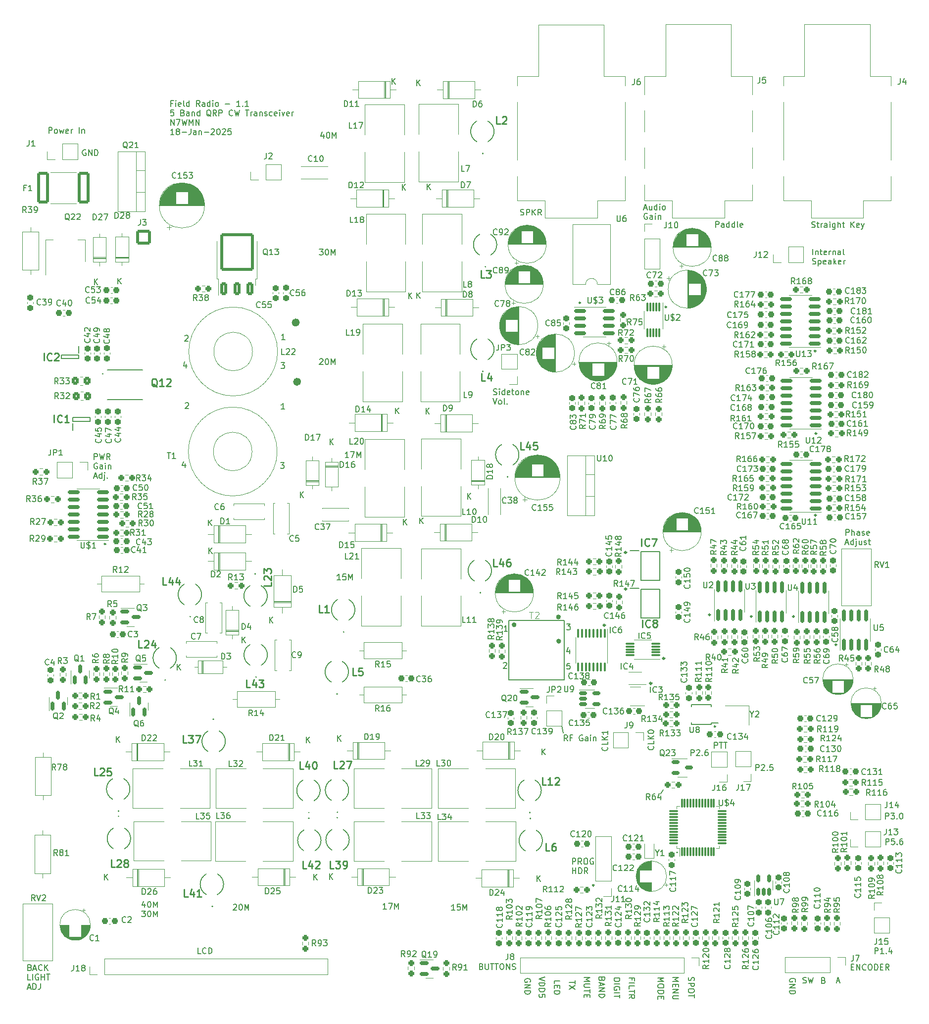
<source format=gto>
G04 #@! TF.GenerationSoftware,KiCad,Pcbnew,7.0.10*
G04 #@! TF.CreationDate,2025-01-18T09:55:55-08:00*
G04 #@! TF.ProjectId,fieldRadio_1.1,6669656c-6452-4616-9469-6f5f312e312e,rev?*
G04 #@! TF.SameCoordinates,Original*
G04 #@! TF.FileFunction,Legend,Top*
G04 #@! TF.FilePolarity,Positive*
%FSLAX46Y46*%
G04 Gerber Fmt 4.6, Leading zero omitted, Abs format (unit mm)*
G04 Created by KiCad (PCBNEW 7.0.10) date 2025-01-18 09:55:55*
%MOMM*%
%LPD*%
G01*
G04 APERTURE LIST*
G04 Aperture macros list*
%AMRoundRect*
0 Rectangle with rounded corners*
0 $1 Rounding radius*
0 $2 $3 $4 $5 $6 $7 $8 $9 X,Y pos of 4 corners*
0 Add a 4 corners polygon primitive as box body*
4,1,4,$2,$3,$4,$5,$6,$7,$8,$9,$2,$3,0*
0 Add four circle primitives for the rounded corners*
1,1,$1+$1,$2,$3*
1,1,$1+$1,$4,$5*
1,1,$1+$1,$6,$7*
1,1,$1+$1,$8,$9*
0 Add four rect primitives between the rounded corners*
20,1,$1+$1,$2,$3,$4,$5,0*
20,1,$1+$1,$4,$5,$6,$7,0*
20,1,$1+$1,$6,$7,$8,$9,0*
20,1,$1+$1,$8,$9,$2,$3,0*%
G04 Aperture macros list end*
%ADD10C,0.321221*%
%ADD11C,0.405000*%
%ADD12C,0.290058*%
%ADD13C,0.150000*%
%ADD14C,0.270256*%
%ADD15C,0.242705*%
%ADD16C,0.705317*%
%ADD17C,0.175000*%
%ADD18C,0.251777*%
%ADD19C,0.187500*%
%ADD20C,0.254000*%
%ADD21C,0.101600*%
%ADD22C,0.120000*%
%ADD23C,0.200000*%
%ADD24C,0.127000*%
%ADD25RoundRect,0.237500X-0.237500X0.300000X-0.237500X-0.300000X0.237500X-0.300000X0.237500X0.300000X0*%
%ADD26RoundRect,0.237500X0.250000X0.237500X-0.250000X0.237500X-0.250000X-0.237500X0.250000X-0.237500X0*%
%ADD27RoundRect,0.237500X0.237500X-0.250000X0.237500X0.250000X-0.237500X0.250000X-0.237500X-0.250000X0*%
%ADD28R,2.200000X2.200000*%
%ADD29O,2.200000X2.200000*%
%ADD30RoundRect,0.237500X-0.250000X-0.237500X0.250000X-0.237500X0.250000X0.237500X-0.250000X0.237500X0*%
%ADD31C,1.600000*%
%ADD32RoundRect,0.250000X0.350000X-0.850000X0.350000X0.850000X-0.350000X0.850000X-0.350000X-0.850000X0*%
%ADD33RoundRect,0.249997X2.650003X-2.950003X2.650003X2.950003X-2.650003X2.950003X-2.650003X-2.950003X0*%
%ADD34R,1.270000X0.610000*%
%ADD35R,0.710000X0.610000*%
%ADD36R,3.810000X1.650000*%
%ADD37RoundRect,0.150000X0.150000X-0.825000X0.150000X0.825000X-0.150000X0.825000X-0.150000X-0.825000X0*%
%ADD38C,1.550000*%
%ADD39RoundRect,0.237500X-0.237500X0.250000X-0.237500X-0.250000X0.237500X-0.250000X0.237500X0.250000X0*%
%ADD40R,2.000000X1.905000*%
%ADD41O,2.000000X1.905000*%
%ADD42RoundRect,0.237500X-0.300000X-0.237500X0.300000X-0.237500X0.300000X0.237500X-0.300000X0.237500X0*%
%ADD43R,1.600000X1.600000*%
%ADD44R,1.400000X1.200000*%
%ADD45RoundRect,0.150000X-0.587500X-0.150000X0.587500X-0.150000X0.587500X0.150000X-0.587500X0.150000X0*%
%ADD46RoundRect,0.075000X0.650000X0.075000X-0.650000X0.075000X-0.650000X-0.075000X0.650000X-0.075000X0*%
%ADD47R,0.600000X1.200000*%
%ADD48RoundRect,0.237500X0.237500X-0.300000X0.237500X0.300000X-0.237500X0.300000X-0.237500X-0.300000X0*%
%ADD49C,2.600000*%
%ADD50R,1.700000X1.700000*%
%ADD51O,1.700000X1.700000*%
%ADD52RoundRect,0.075000X0.075000X-0.662500X0.075000X0.662500X-0.075000X0.662500X-0.075000X-0.662500X0*%
%ADD53RoundRect,0.075000X0.662500X-0.075000X0.662500X0.075000X-0.662500X0.075000X-0.662500X-0.075000X0*%
%ADD54RoundRect,0.150000X0.825000X0.150000X-0.825000X0.150000X-0.825000X-0.150000X0.825000X-0.150000X0*%
%ADD55RoundRect,0.237500X0.300000X0.237500X-0.300000X0.237500X-0.300000X-0.237500X0.300000X-0.237500X0*%
%ADD56R,1.560000X0.650000*%
%ADD57C,3.000000*%
%ADD58RoundRect,0.150000X-0.512500X-0.150000X0.512500X-0.150000X0.512500X0.150000X-0.512500X0.150000X0*%
%ADD59R,1.528000X0.650000*%
%ADD60RoundRect,0.250000X-0.350000X-0.450000X0.350000X-0.450000X0.350000X0.450000X-0.350000X0.450000X0*%
%ADD61O,1.600000X1.600000*%
%ADD62RoundRect,0.250001X-0.799999X-2.474999X0.799999X-2.474999X0.799999X2.474999X-0.799999X2.474999X0*%
%ADD63C,1.440000*%
%ADD64R,2.400000X1.600000*%
%ADD65O,2.400000X1.600000*%
%ADD66RoundRect,0.249999X-1.025001X1.025001X-1.025001X-1.025001X1.025001X-1.025001X1.025001X1.025001X0*%
%ADD67C,2.550000*%
%ADD68RoundRect,0.150000X0.150000X-0.587500X0.150000X0.587500X-0.150000X0.587500X-0.150000X-0.587500X0*%
%ADD69RoundRect,0.075000X-0.075000X0.650000X-0.075000X-0.650000X0.075000X-0.650000X0.075000X0.650000X0*%
%ADD70R,1.400000X0.300000*%
%ADD71RoundRect,0.100000X-0.100000X0.637500X-0.100000X-0.637500X0.100000X-0.637500X0.100000X0.637500X0*%
%ADD72R,1.500000X2.000000*%
%ADD73R,3.800000X2.000000*%
%ADD74R,1.100000X0.600000*%
%ADD75R,0.800000X0.300000*%
%ADD76C,1.627000*%
%ADD77RoundRect,0.150000X-0.825000X-0.150000X0.825000X-0.150000X0.825000X0.150000X-0.825000X0.150000X0*%
%ADD78RoundRect,0.150000X0.150000X-0.512500X0.150000X0.512500X-0.150000X0.512500X-0.150000X-0.512500X0*%
G04 APERTURE END LIST*
D10*
X176190610Y-166310000D02*
G75*
G03*
X175869390Y-166310000I-160610J0D01*
G01*
X175869390Y-166310000D02*
G75*
G03*
X176190610Y-166310000I160610J0D01*
G01*
D11*
X168432500Y-169040000D02*
G75*
G03*
X168027500Y-169040000I-202500J0D01*
G01*
X168027500Y-169040000D02*
G75*
G03*
X168432500Y-169040000I202500J0D01*
G01*
D10*
X184140610Y-176240000D02*
G75*
G03*
X183819390Y-176240000I-160610J0D01*
G01*
X183819390Y-176240000D02*
G75*
G03*
X184140610Y-176240000I160610J0D01*
G01*
D12*
X215790029Y-169637442D02*
G75*
G03*
X215499971Y-169637442I-145029J0D01*
G01*
X215499971Y-169637442D02*
G75*
G03*
X215790029Y-169637442I145029J0D01*
G01*
D10*
X186350610Y-171980000D02*
G75*
G03*
X186029390Y-171980000I-160610J0D01*
G01*
X186029390Y-171980000D02*
G75*
G03*
X186350610Y-171980000I160610J0D01*
G01*
X179820610Y-153860000D02*
G75*
G03*
X179499390Y-153860000I-160610J0D01*
G01*
X179499390Y-153860000D02*
G75*
G03*
X179820610Y-153860000I160610J0D01*
G01*
D13*
X185670000Y-195120000D02*
X186140000Y-194420000D01*
D14*
X174285128Y-210770000D02*
G75*
G03*
X174014872Y-210770000I-135128J0D01*
G01*
X174014872Y-210770000D02*
G75*
G03*
X174285128Y-210770000I135128J0D01*
G01*
D15*
X171951352Y-111160000D02*
G75*
G03*
X171708648Y-111160000I-121352J0D01*
G01*
X171708648Y-111160000D02*
G75*
G03*
X171951352Y-111160000I121352J0D01*
G01*
D12*
X208540029Y-164827500D02*
G75*
G03*
X208249971Y-164827500I-145029J0D01*
G01*
X208249971Y-164827500D02*
G75*
G03*
X208540029Y-164827500I145029J0D01*
G01*
D16*
X123832658Y-124679683D02*
G75*
G03*
X123127342Y-124679683I-352658J0D01*
G01*
X123127342Y-124679683D02*
G75*
G03*
X123832658Y-124679683I352658J0D01*
G01*
D15*
X186666352Y-111892705D02*
G75*
G03*
X186423648Y-111892705I-121352J0D01*
G01*
X186423648Y-111892705D02*
G75*
G03*
X186666352Y-111892705I121352J0D01*
G01*
X90736352Y-152430000D02*
G75*
G03*
X90493648Y-152430000I-121352J0D01*
G01*
X90493648Y-152430000D02*
G75*
G03*
X90736352Y-152430000I121352J0D01*
G01*
D10*
X179830610Y-160110000D02*
G75*
G03*
X179509390Y-160110000I-160610J0D01*
G01*
X179509390Y-160110000D02*
G75*
G03*
X179830610Y-160110000I160610J0D01*
G01*
D12*
X212230029Y-119420000D02*
G75*
G03*
X211939971Y-119420000I-145029J0D01*
G01*
X211939971Y-119420000D02*
G75*
G03*
X212230029Y-119420000I145029J0D01*
G01*
X194165029Y-164527500D02*
G75*
G03*
X193874971Y-164527500I-145029J0D01*
G01*
X193874971Y-164527500D02*
G75*
G03*
X194165029Y-164527500I145029J0D01*
G01*
D17*
X188547500Y-205165000D02*
G75*
G03*
X188372500Y-205165000I-87500J0D01*
G01*
X188372500Y-205165000D02*
G75*
G03*
X188547500Y-205165000I87500J0D01*
G01*
D13*
X169010000Y-184680000D02*
X168770000Y-183540000D01*
D12*
X212289971Y-147520000D02*
G75*
G03*
X211999913Y-147520000I-145029J0D01*
G01*
X211999913Y-147520000D02*
G75*
G03*
X212289971Y-147520000I145029J0D01*
G01*
D11*
X168382500Y-164900000D02*
G75*
G03*
X167977500Y-164900000I-202500J0D01*
G01*
X167977500Y-164900000D02*
G75*
G03*
X168382500Y-164900000I202500J0D01*
G01*
D18*
X195067665Y-183620000D02*
G75*
G03*
X194815889Y-183620000I-125888J0D01*
G01*
X194815889Y-183620000D02*
G75*
G03*
X195067665Y-183620000I125888J0D01*
G01*
D12*
X201315029Y-164802500D02*
G75*
G03*
X201024971Y-164802500I-145029J0D01*
G01*
X201024971Y-164802500D02*
G75*
G03*
X201315029Y-164802500I145029J0D01*
G01*
X212380029Y-133520000D02*
G75*
G03*
X212089971Y-133520000I-145029J0D01*
G01*
X212089971Y-133520000D02*
G75*
G03*
X212380029Y-133520000I145029J0D01*
G01*
D16*
X123592658Y-114550000D02*
G75*
G03*
X122887342Y-114550000I-352658J0D01*
G01*
X122887342Y-114550000D02*
G75*
G03*
X123592658Y-114550000I352658J0D01*
G01*
D11*
X160802500Y-166240000D02*
G75*
G03*
X160397500Y-166240000I-202500J0D01*
G01*
X160397500Y-166240000D02*
G75*
G03*
X160802500Y-166240000I202500J0D01*
G01*
D13*
X208692561Y-227260588D02*
X208740180Y-227165350D01*
X208740180Y-227165350D02*
X208740180Y-227022493D01*
X208740180Y-227022493D02*
X208692561Y-226879636D01*
X208692561Y-226879636D02*
X208597323Y-226784398D01*
X208597323Y-226784398D02*
X208502085Y-226736779D01*
X208502085Y-226736779D02*
X208311609Y-226689160D01*
X208311609Y-226689160D02*
X208168752Y-226689160D01*
X208168752Y-226689160D02*
X207978276Y-226736779D01*
X207978276Y-226736779D02*
X207883038Y-226784398D01*
X207883038Y-226784398D02*
X207787800Y-226879636D01*
X207787800Y-226879636D02*
X207740180Y-227022493D01*
X207740180Y-227022493D02*
X207740180Y-227117731D01*
X207740180Y-227117731D02*
X207787800Y-227260588D01*
X207787800Y-227260588D02*
X207835419Y-227308207D01*
X207835419Y-227308207D02*
X208168752Y-227308207D01*
X208168752Y-227308207D02*
X208168752Y-227117731D01*
X207740180Y-227736779D02*
X208740180Y-227736779D01*
X208740180Y-227736779D02*
X207740180Y-228308207D01*
X207740180Y-228308207D02*
X208740180Y-228308207D01*
X207740180Y-228784398D02*
X208740180Y-228784398D01*
X208740180Y-228784398D02*
X208740180Y-229022493D01*
X208740180Y-229022493D02*
X208692561Y-229165350D01*
X208692561Y-229165350D02*
X208597323Y-229260588D01*
X208597323Y-229260588D02*
X208502085Y-229308207D01*
X208502085Y-229308207D02*
X208311609Y-229355826D01*
X208311609Y-229355826D02*
X208168752Y-229355826D01*
X208168752Y-229355826D02*
X207978276Y-229308207D01*
X207978276Y-229308207D02*
X207883038Y-229260588D01*
X207883038Y-229260588D02*
X207787800Y-229165350D01*
X207787800Y-229165350D02*
X207740180Y-229022493D01*
X207740180Y-229022493D02*
X207740180Y-228784398D01*
X170576779Y-207169819D02*
X170576779Y-206169819D01*
X170576779Y-206169819D02*
X170957731Y-206169819D01*
X170957731Y-206169819D02*
X171052969Y-206217438D01*
X171052969Y-206217438D02*
X171100588Y-206265057D01*
X171100588Y-206265057D02*
X171148207Y-206360295D01*
X171148207Y-206360295D02*
X171148207Y-206503152D01*
X171148207Y-206503152D02*
X171100588Y-206598390D01*
X171100588Y-206598390D02*
X171052969Y-206646009D01*
X171052969Y-206646009D02*
X170957731Y-206693628D01*
X170957731Y-206693628D02*
X170576779Y-206693628D01*
X172148207Y-207169819D02*
X171814874Y-206693628D01*
X171576779Y-207169819D02*
X171576779Y-206169819D01*
X171576779Y-206169819D02*
X171957731Y-206169819D01*
X171957731Y-206169819D02*
X172052969Y-206217438D01*
X172052969Y-206217438D02*
X172100588Y-206265057D01*
X172100588Y-206265057D02*
X172148207Y-206360295D01*
X172148207Y-206360295D02*
X172148207Y-206503152D01*
X172148207Y-206503152D02*
X172100588Y-206598390D01*
X172100588Y-206598390D02*
X172052969Y-206646009D01*
X172052969Y-206646009D02*
X171957731Y-206693628D01*
X171957731Y-206693628D02*
X171576779Y-206693628D01*
X172767255Y-206169819D02*
X172957731Y-206169819D01*
X172957731Y-206169819D02*
X173052969Y-206217438D01*
X173052969Y-206217438D02*
X173148207Y-206312676D01*
X173148207Y-206312676D02*
X173195826Y-206503152D01*
X173195826Y-206503152D02*
X173195826Y-206836485D01*
X173195826Y-206836485D02*
X173148207Y-207026961D01*
X173148207Y-207026961D02*
X173052969Y-207122200D01*
X173052969Y-207122200D02*
X172957731Y-207169819D01*
X172957731Y-207169819D02*
X172767255Y-207169819D01*
X172767255Y-207169819D02*
X172672017Y-207122200D01*
X172672017Y-207122200D02*
X172576779Y-207026961D01*
X172576779Y-207026961D02*
X172529160Y-206836485D01*
X172529160Y-206836485D02*
X172529160Y-206503152D01*
X172529160Y-206503152D02*
X172576779Y-206312676D01*
X172576779Y-206312676D02*
X172672017Y-206217438D01*
X172672017Y-206217438D02*
X172767255Y-206169819D01*
X174148207Y-206217438D02*
X174052969Y-206169819D01*
X174052969Y-206169819D02*
X173910112Y-206169819D01*
X173910112Y-206169819D02*
X173767255Y-206217438D01*
X173767255Y-206217438D02*
X173672017Y-206312676D01*
X173672017Y-206312676D02*
X173624398Y-206407914D01*
X173624398Y-206407914D02*
X173576779Y-206598390D01*
X173576779Y-206598390D02*
X173576779Y-206741247D01*
X173576779Y-206741247D02*
X173624398Y-206931723D01*
X173624398Y-206931723D02*
X173672017Y-207026961D01*
X173672017Y-207026961D02*
X173767255Y-207122200D01*
X173767255Y-207122200D02*
X173910112Y-207169819D01*
X173910112Y-207169819D02*
X174005350Y-207169819D01*
X174005350Y-207169819D02*
X174148207Y-207122200D01*
X174148207Y-207122200D02*
X174195826Y-207074580D01*
X174195826Y-207074580D02*
X174195826Y-206741247D01*
X174195826Y-206741247D02*
X174005350Y-206741247D01*
X170576779Y-208779819D02*
X170576779Y-207779819D01*
X170576779Y-208256009D02*
X171148207Y-208256009D01*
X171148207Y-208779819D02*
X171148207Y-207779819D01*
X171624398Y-208779819D02*
X171624398Y-207779819D01*
X171624398Y-207779819D02*
X171862493Y-207779819D01*
X171862493Y-207779819D02*
X172005350Y-207827438D01*
X172005350Y-207827438D02*
X172100588Y-207922676D01*
X172100588Y-207922676D02*
X172148207Y-208017914D01*
X172148207Y-208017914D02*
X172195826Y-208208390D01*
X172195826Y-208208390D02*
X172195826Y-208351247D01*
X172195826Y-208351247D02*
X172148207Y-208541723D01*
X172148207Y-208541723D02*
X172100588Y-208636961D01*
X172100588Y-208636961D02*
X172005350Y-208732200D01*
X172005350Y-208732200D02*
X171862493Y-208779819D01*
X171862493Y-208779819D02*
X171624398Y-208779819D01*
X173195826Y-208779819D02*
X172862493Y-208303628D01*
X172624398Y-208779819D02*
X172624398Y-207779819D01*
X172624398Y-207779819D02*
X173005350Y-207779819D01*
X173005350Y-207779819D02*
X173100588Y-207827438D01*
X173100588Y-207827438D02*
X173148207Y-207875057D01*
X173148207Y-207875057D02*
X173195826Y-207970295D01*
X173195826Y-207970295D02*
X173195826Y-208113152D01*
X173195826Y-208113152D02*
X173148207Y-208208390D01*
X173148207Y-208208390D02*
X173100588Y-208256009D01*
X173100588Y-208256009D02*
X173005350Y-208303628D01*
X173005350Y-208303628D02*
X172624398Y-208303628D01*
X201946779Y-191139819D02*
X201946779Y-190139819D01*
X201946779Y-190139819D02*
X202327731Y-190139819D01*
X202327731Y-190139819D02*
X202422969Y-190187438D01*
X202422969Y-190187438D02*
X202470588Y-190235057D01*
X202470588Y-190235057D02*
X202518207Y-190330295D01*
X202518207Y-190330295D02*
X202518207Y-190473152D01*
X202518207Y-190473152D02*
X202470588Y-190568390D01*
X202470588Y-190568390D02*
X202422969Y-190616009D01*
X202422969Y-190616009D02*
X202327731Y-190663628D01*
X202327731Y-190663628D02*
X201946779Y-190663628D01*
X202899160Y-190235057D02*
X202946779Y-190187438D01*
X202946779Y-190187438D02*
X203042017Y-190139819D01*
X203042017Y-190139819D02*
X203280112Y-190139819D01*
X203280112Y-190139819D02*
X203375350Y-190187438D01*
X203375350Y-190187438D02*
X203422969Y-190235057D01*
X203422969Y-190235057D02*
X203470588Y-190330295D01*
X203470588Y-190330295D02*
X203470588Y-190425533D01*
X203470588Y-190425533D02*
X203422969Y-190568390D01*
X203422969Y-190568390D02*
X202851541Y-191139819D01*
X202851541Y-191139819D02*
X203470588Y-191139819D01*
X203899160Y-191044580D02*
X203946779Y-191092200D01*
X203946779Y-191092200D02*
X203899160Y-191139819D01*
X203899160Y-191139819D02*
X203851541Y-191092200D01*
X203851541Y-191092200D02*
X203899160Y-191044580D01*
X203899160Y-191044580D02*
X203899160Y-191139819D01*
X204851540Y-190139819D02*
X204375350Y-190139819D01*
X204375350Y-190139819D02*
X204327731Y-190616009D01*
X204327731Y-190616009D02*
X204375350Y-190568390D01*
X204375350Y-190568390D02*
X204470588Y-190520771D01*
X204470588Y-190520771D02*
X204708683Y-190520771D01*
X204708683Y-190520771D02*
X204803921Y-190568390D01*
X204803921Y-190568390D02*
X204851540Y-190616009D01*
X204851540Y-190616009D02*
X204899159Y-190711247D01*
X204899159Y-190711247D02*
X204899159Y-190949342D01*
X204899159Y-190949342D02*
X204851540Y-191044580D01*
X204851540Y-191044580D02*
X204803921Y-191092200D01*
X204803921Y-191092200D02*
X204708683Y-191139819D01*
X204708683Y-191139819D02*
X204470588Y-191139819D01*
X204470588Y-191139819D02*
X204375350Y-191092200D01*
X204375350Y-191092200D02*
X204327731Y-191044580D01*
X132300588Y-137659819D02*
X131729160Y-137659819D01*
X132014874Y-137659819D02*
X132014874Y-136659819D01*
X132014874Y-136659819D02*
X131919636Y-136802676D01*
X131919636Y-136802676D02*
X131824398Y-136897914D01*
X131824398Y-136897914D02*
X131729160Y-136945533D01*
X132633922Y-136659819D02*
X133300588Y-136659819D01*
X133300588Y-136659819D02*
X132872017Y-137659819D01*
X133681541Y-137659819D02*
X133681541Y-136659819D01*
X133681541Y-136659819D02*
X134014874Y-137374104D01*
X134014874Y-137374104D02*
X134348207Y-136659819D01*
X134348207Y-136659819D02*
X134348207Y-137659819D01*
X163372561Y-227300588D02*
X163420180Y-227205350D01*
X163420180Y-227205350D02*
X163420180Y-227062493D01*
X163420180Y-227062493D02*
X163372561Y-226919636D01*
X163372561Y-226919636D02*
X163277323Y-226824398D01*
X163277323Y-226824398D02*
X163182085Y-226776779D01*
X163182085Y-226776779D02*
X162991609Y-226729160D01*
X162991609Y-226729160D02*
X162848752Y-226729160D01*
X162848752Y-226729160D02*
X162658276Y-226776779D01*
X162658276Y-226776779D02*
X162563038Y-226824398D01*
X162563038Y-226824398D02*
X162467800Y-226919636D01*
X162467800Y-226919636D02*
X162420180Y-227062493D01*
X162420180Y-227062493D02*
X162420180Y-227157731D01*
X162420180Y-227157731D02*
X162467800Y-227300588D01*
X162467800Y-227300588D02*
X162515419Y-227348207D01*
X162515419Y-227348207D02*
X162848752Y-227348207D01*
X162848752Y-227348207D02*
X162848752Y-227157731D01*
X162420180Y-227776779D02*
X163420180Y-227776779D01*
X163420180Y-227776779D02*
X162420180Y-228348207D01*
X162420180Y-228348207D02*
X163420180Y-228348207D01*
X162420180Y-228824398D02*
X163420180Y-228824398D01*
X163420180Y-228824398D02*
X163420180Y-229062493D01*
X163420180Y-229062493D02*
X163372561Y-229205350D01*
X163372561Y-229205350D02*
X163277323Y-229300588D01*
X163277323Y-229300588D02*
X163182085Y-229348207D01*
X163182085Y-229348207D02*
X162991609Y-229395826D01*
X162991609Y-229395826D02*
X162848752Y-229395826D01*
X162848752Y-229395826D02*
X162658276Y-229348207D01*
X162658276Y-229348207D02*
X162563038Y-229300588D01*
X162563038Y-229300588D02*
X162467800Y-229205350D01*
X162467800Y-229205350D02*
X162420180Y-229062493D01*
X162420180Y-229062493D02*
X162420180Y-228824398D01*
X170122969Y-172819819D02*
X169646779Y-172819819D01*
X169646779Y-172819819D02*
X169599160Y-173296009D01*
X169599160Y-173296009D02*
X169646779Y-173248390D01*
X169646779Y-173248390D02*
X169742017Y-173200771D01*
X169742017Y-173200771D02*
X169980112Y-173200771D01*
X169980112Y-173200771D02*
X170075350Y-173248390D01*
X170075350Y-173248390D02*
X170122969Y-173296009D01*
X170122969Y-173296009D02*
X170170588Y-173391247D01*
X170170588Y-173391247D02*
X170170588Y-173629342D01*
X170170588Y-173629342D02*
X170122969Y-173724580D01*
X170122969Y-173724580D02*
X170075350Y-173772200D01*
X170075350Y-173772200D02*
X169980112Y-173819819D01*
X169980112Y-173819819D02*
X169742017Y-173819819D01*
X169742017Y-173819819D02*
X169646779Y-173772200D01*
X169646779Y-173772200D02*
X169599160Y-173724580D01*
X158779160Y-172765057D02*
X158826779Y-172717438D01*
X158826779Y-172717438D02*
X158922017Y-172669819D01*
X158922017Y-172669819D02*
X159160112Y-172669819D01*
X159160112Y-172669819D02*
X159255350Y-172717438D01*
X159255350Y-172717438D02*
X159302969Y-172765057D01*
X159302969Y-172765057D02*
X159350588Y-172860295D01*
X159350588Y-172860295D02*
X159350588Y-172955533D01*
X159350588Y-172955533D02*
X159302969Y-173098390D01*
X159302969Y-173098390D02*
X158731541Y-173669819D01*
X158731541Y-173669819D02*
X159350588Y-173669819D01*
X217356779Y-150919819D02*
X217356779Y-149919819D01*
X217356779Y-149919819D02*
X217737731Y-149919819D01*
X217737731Y-149919819D02*
X217832969Y-149967438D01*
X217832969Y-149967438D02*
X217880588Y-150015057D01*
X217880588Y-150015057D02*
X217928207Y-150110295D01*
X217928207Y-150110295D02*
X217928207Y-150253152D01*
X217928207Y-150253152D02*
X217880588Y-150348390D01*
X217880588Y-150348390D02*
X217832969Y-150396009D01*
X217832969Y-150396009D02*
X217737731Y-150443628D01*
X217737731Y-150443628D02*
X217356779Y-150443628D01*
X218356779Y-150919819D02*
X218356779Y-149919819D01*
X218785350Y-150919819D02*
X218785350Y-150396009D01*
X218785350Y-150396009D02*
X218737731Y-150300771D01*
X218737731Y-150300771D02*
X218642493Y-150253152D01*
X218642493Y-150253152D02*
X218499636Y-150253152D01*
X218499636Y-150253152D02*
X218404398Y-150300771D01*
X218404398Y-150300771D02*
X218356779Y-150348390D01*
X219690112Y-150919819D02*
X219690112Y-150396009D01*
X219690112Y-150396009D02*
X219642493Y-150300771D01*
X219642493Y-150300771D02*
X219547255Y-150253152D01*
X219547255Y-150253152D02*
X219356779Y-150253152D01*
X219356779Y-150253152D02*
X219261541Y-150300771D01*
X219690112Y-150872200D02*
X219594874Y-150919819D01*
X219594874Y-150919819D02*
X219356779Y-150919819D01*
X219356779Y-150919819D02*
X219261541Y-150872200D01*
X219261541Y-150872200D02*
X219213922Y-150776961D01*
X219213922Y-150776961D02*
X219213922Y-150681723D01*
X219213922Y-150681723D02*
X219261541Y-150586485D01*
X219261541Y-150586485D02*
X219356779Y-150538866D01*
X219356779Y-150538866D02*
X219594874Y-150538866D01*
X219594874Y-150538866D02*
X219690112Y-150491247D01*
X220118684Y-150872200D02*
X220213922Y-150919819D01*
X220213922Y-150919819D02*
X220404398Y-150919819D01*
X220404398Y-150919819D02*
X220499636Y-150872200D01*
X220499636Y-150872200D02*
X220547255Y-150776961D01*
X220547255Y-150776961D02*
X220547255Y-150729342D01*
X220547255Y-150729342D02*
X220499636Y-150634104D01*
X220499636Y-150634104D02*
X220404398Y-150586485D01*
X220404398Y-150586485D02*
X220261541Y-150586485D01*
X220261541Y-150586485D02*
X220166303Y-150538866D01*
X220166303Y-150538866D02*
X220118684Y-150443628D01*
X220118684Y-150443628D02*
X220118684Y-150396009D01*
X220118684Y-150396009D02*
X220166303Y-150300771D01*
X220166303Y-150300771D02*
X220261541Y-150253152D01*
X220261541Y-150253152D02*
X220404398Y-150253152D01*
X220404398Y-150253152D02*
X220499636Y-150300771D01*
X221356779Y-150872200D02*
X221261541Y-150919819D01*
X221261541Y-150919819D02*
X221071065Y-150919819D01*
X221071065Y-150919819D02*
X220975827Y-150872200D01*
X220975827Y-150872200D02*
X220928208Y-150776961D01*
X220928208Y-150776961D02*
X220928208Y-150396009D01*
X220928208Y-150396009D02*
X220975827Y-150300771D01*
X220975827Y-150300771D02*
X221071065Y-150253152D01*
X221071065Y-150253152D02*
X221261541Y-150253152D01*
X221261541Y-150253152D02*
X221356779Y-150300771D01*
X221356779Y-150300771D02*
X221404398Y-150396009D01*
X221404398Y-150396009D02*
X221404398Y-150491247D01*
X221404398Y-150491247D02*
X220928208Y-150586485D01*
X217309160Y-152244104D02*
X217785350Y-152244104D01*
X217213922Y-152529819D02*
X217547255Y-151529819D01*
X217547255Y-151529819D02*
X217880588Y-152529819D01*
X218642493Y-152529819D02*
X218642493Y-151529819D01*
X218642493Y-152482200D02*
X218547255Y-152529819D01*
X218547255Y-152529819D02*
X218356779Y-152529819D01*
X218356779Y-152529819D02*
X218261541Y-152482200D01*
X218261541Y-152482200D02*
X218213922Y-152434580D01*
X218213922Y-152434580D02*
X218166303Y-152339342D01*
X218166303Y-152339342D02*
X218166303Y-152053628D01*
X218166303Y-152053628D02*
X218213922Y-151958390D01*
X218213922Y-151958390D02*
X218261541Y-151910771D01*
X218261541Y-151910771D02*
X218356779Y-151863152D01*
X218356779Y-151863152D02*
X218547255Y-151863152D01*
X218547255Y-151863152D02*
X218642493Y-151910771D01*
X219118684Y-151863152D02*
X219118684Y-152720295D01*
X219118684Y-152720295D02*
X219071065Y-152815533D01*
X219071065Y-152815533D02*
X218975827Y-152863152D01*
X218975827Y-152863152D02*
X218928208Y-152863152D01*
X219118684Y-151529819D02*
X219071065Y-151577438D01*
X219071065Y-151577438D02*
X219118684Y-151625057D01*
X219118684Y-151625057D02*
X219166303Y-151577438D01*
X219166303Y-151577438D02*
X219118684Y-151529819D01*
X219118684Y-151529819D02*
X219118684Y-151625057D01*
X220023445Y-151863152D02*
X220023445Y-152529819D01*
X219594874Y-151863152D02*
X219594874Y-152386961D01*
X219594874Y-152386961D02*
X219642493Y-152482200D01*
X219642493Y-152482200D02*
X219737731Y-152529819D01*
X219737731Y-152529819D02*
X219880588Y-152529819D01*
X219880588Y-152529819D02*
X219975826Y-152482200D01*
X219975826Y-152482200D02*
X220023445Y-152434580D01*
X220452017Y-152482200D02*
X220547255Y-152529819D01*
X220547255Y-152529819D02*
X220737731Y-152529819D01*
X220737731Y-152529819D02*
X220832969Y-152482200D01*
X220832969Y-152482200D02*
X220880588Y-152386961D01*
X220880588Y-152386961D02*
X220880588Y-152339342D01*
X220880588Y-152339342D02*
X220832969Y-152244104D01*
X220832969Y-152244104D02*
X220737731Y-152196485D01*
X220737731Y-152196485D02*
X220594874Y-152196485D01*
X220594874Y-152196485D02*
X220499636Y-152148866D01*
X220499636Y-152148866D02*
X220452017Y-152053628D01*
X220452017Y-152053628D02*
X220452017Y-152006009D01*
X220452017Y-152006009D02*
X220499636Y-151910771D01*
X220499636Y-151910771D02*
X220594874Y-151863152D01*
X220594874Y-151863152D02*
X220737731Y-151863152D01*
X220737731Y-151863152D02*
X220832969Y-151910771D01*
X221166303Y-151863152D02*
X221547255Y-151863152D01*
X221309160Y-151529819D02*
X221309160Y-152386961D01*
X221309160Y-152386961D02*
X221356779Y-152482200D01*
X221356779Y-152482200D02*
X221452017Y-152529819D01*
X221452017Y-152529819D02*
X221547255Y-152529819D01*
X218266779Y-224756009D02*
X218600112Y-224756009D01*
X218742969Y-225279819D02*
X218266779Y-225279819D01*
X218266779Y-225279819D02*
X218266779Y-224279819D01*
X218266779Y-224279819D02*
X218742969Y-224279819D01*
X219171541Y-225279819D02*
X219171541Y-224279819D01*
X219171541Y-224279819D02*
X219742969Y-225279819D01*
X219742969Y-225279819D02*
X219742969Y-224279819D01*
X220790588Y-225184580D02*
X220742969Y-225232200D01*
X220742969Y-225232200D02*
X220600112Y-225279819D01*
X220600112Y-225279819D02*
X220504874Y-225279819D01*
X220504874Y-225279819D02*
X220362017Y-225232200D01*
X220362017Y-225232200D02*
X220266779Y-225136961D01*
X220266779Y-225136961D02*
X220219160Y-225041723D01*
X220219160Y-225041723D02*
X220171541Y-224851247D01*
X220171541Y-224851247D02*
X220171541Y-224708390D01*
X220171541Y-224708390D02*
X220219160Y-224517914D01*
X220219160Y-224517914D02*
X220266779Y-224422676D01*
X220266779Y-224422676D02*
X220362017Y-224327438D01*
X220362017Y-224327438D02*
X220504874Y-224279819D01*
X220504874Y-224279819D02*
X220600112Y-224279819D01*
X220600112Y-224279819D02*
X220742969Y-224327438D01*
X220742969Y-224327438D02*
X220790588Y-224375057D01*
X221409636Y-224279819D02*
X221600112Y-224279819D01*
X221600112Y-224279819D02*
X221695350Y-224327438D01*
X221695350Y-224327438D02*
X221790588Y-224422676D01*
X221790588Y-224422676D02*
X221838207Y-224613152D01*
X221838207Y-224613152D02*
X221838207Y-224946485D01*
X221838207Y-224946485D02*
X221790588Y-225136961D01*
X221790588Y-225136961D02*
X221695350Y-225232200D01*
X221695350Y-225232200D02*
X221600112Y-225279819D01*
X221600112Y-225279819D02*
X221409636Y-225279819D01*
X221409636Y-225279819D02*
X221314398Y-225232200D01*
X221314398Y-225232200D02*
X221219160Y-225136961D01*
X221219160Y-225136961D02*
X221171541Y-224946485D01*
X221171541Y-224946485D02*
X221171541Y-224613152D01*
X221171541Y-224613152D02*
X221219160Y-224422676D01*
X221219160Y-224422676D02*
X221314398Y-224327438D01*
X221314398Y-224327438D02*
X221409636Y-224279819D01*
X222266779Y-225279819D02*
X222266779Y-224279819D01*
X222266779Y-224279819D02*
X222504874Y-224279819D01*
X222504874Y-224279819D02*
X222647731Y-224327438D01*
X222647731Y-224327438D02*
X222742969Y-224422676D01*
X222742969Y-224422676D02*
X222790588Y-224517914D01*
X222790588Y-224517914D02*
X222838207Y-224708390D01*
X222838207Y-224708390D02*
X222838207Y-224851247D01*
X222838207Y-224851247D02*
X222790588Y-225041723D01*
X222790588Y-225041723D02*
X222742969Y-225136961D01*
X222742969Y-225136961D02*
X222647731Y-225232200D01*
X222647731Y-225232200D02*
X222504874Y-225279819D01*
X222504874Y-225279819D02*
X222266779Y-225279819D01*
X223266779Y-224756009D02*
X223600112Y-224756009D01*
X223742969Y-225279819D02*
X223266779Y-225279819D01*
X223266779Y-225279819D02*
X223266779Y-224279819D01*
X223266779Y-224279819D02*
X223742969Y-224279819D01*
X224742969Y-225279819D02*
X224409636Y-224803628D01*
X224171541Y-225279819D02*
X224171541Y-224279819D01*
X224171541Y-224279819D02*
X224552493Y-224279819D01*
X224552493Y-224279819D02*
X224647731Y-224327438D01*
X224647731Y-224327438D02*
X224695350Y-224375057D01*
X224695350Y-224375057D02*
X224742969Y-224470295D01*
X224742969Y-224470295D02*
X224742969Y-224613152D01*
X224742969Y-224613152D02*
X224695350Y-224708390D01*
X224695350Y-224708390D02*
X224647731Y-224756009D01*
X224647731Y-224756009D02*
X224552493Y-224803628D01*
X224552493Y-224803628D02*
X224171541Y-224803628D01*
X224146779Y-199449819D02*
X224146779Y-198449819D01*
X224146779Y-198449819D02*
X224527731Y-198449819D01*
X224527731Y-198449819D02*
X224622969Y-198497438D01*
X224622969Y-198497438D02*
X224670588Y-198545057D01*
X224670588Y-198545057D02*
X224718207Y-198640295D01*
X224718207Y-198640295D02*
X224718207Y-198783152D01*
X224718207Y-198783152D02*
X224670588Y-198878390D01*
X224670588Y-198878390D02*
X224622969Y-198926009D01*
X224622969Y-198926009D02*
X224527731Y-198973628D01*
X224527731Y-198973628D02*
X224146779Y-198973628D01*
X225051541Y-198449819D02*
X225670588Y-198449819D01*
X225670588Y-198449819D02*
X225337255Y-198830771D01*
X225337255Y-198830771D02*
X225480112Y-198830771D01*
X225480112Y-198830771D02*
X225575350Y-198878390D01*
X225575350Y-198878390D02*
X225622969Y-198926009D01*
X225622969Y-198926009D02*
X225670588Y-199021247D01*
X225670588Y-199021247D02*
X225670588Y-199259342D01*
X225670588Y-199259342D02*
X225622969Y-199354580D01*
X225622969Y-199354580D02*
X225575350Y-199402200D01*
X225575350Y-199402200D02*
X225480112Y-199449819D01*
X225480112Y-199449819D02*
X225194398Y-199449819D01*
X225194398Y-199449819D02*
X225099160Y-199402200D01*
X225099160Y-199402200D02*
X225051541Y-199354580D01*
X226099160Y-199354580D02*
X226146779Y-199402200D01*
X226146779Y-199402200D02*
X226099160Y-199449819D01*
X226099160Y-199449819D02*
X226051541Y-199402200D01*
X226051541Y-199402200D02*
X226099160Y-199354580D01*
X226099160Y-199354580D02*
X226099160Y-199449819D01*
X226765826Y-198449819D02*
X226861064Y-198449819D01*
X226861064Y-198449819D02*
X226956302Y-198497438D01*
X226956302Y-198497438D02*
X227003921Y-198545057D01*
X227003921Y-198545057D02*
X227051540Y-198640295D01*
X227051540Y-198640295D02*
X227099159Y-198830771D01*
X227099159Y-198830771D02*
X227099159Y-199068866D01*
X227099159Y-199068866D02*
X227051540Y-199259342D01*
X227051540Y-199259342D02*
X227003921Y-199354580D01*
X227003921Y-199354580D02*
X226956302Y-199402200D01*
X226956302Y-199402200D02*
X226861064Y-199449819D01*
X226861064Y-199449819D02*
X226765826Y-199449819D01*
X226765826Y-199449819D02*
X226670588Y-199402200D01*
X226670588Y-199402200D02*
X226622969Y-199354580D01*
X226622969Y-199354580D02*
X226575350Y-199259342D01*
X226575350Y-199259342D02*
X226527731Y-199068866D01*
X226527731Y-199068866D02*
X226527731Y-198830771D01*
X226527731Y-198830771D02*
X226575350Y-198640295D01*
X226575350Y-198640295D02*
X226622969Y-198545057D01*
X226622969Y-198545057D02*
X226670588Y-198497438D01*
X226670588Y-198497438D02*
X226765826Y-198449819D01*
X211519160Y-98252200D02*
X211662017Y-98299819D01*
X211662017Y-98299819D02*
X211900112Y-98299819D01*
X211900112Y-98299819D02*
X211995350Y-98252200D01*
X211995350Y-98252200D02*
X212042969Y-98204580D01*
X212042969Y-98204580D02*
X212090588Y-98109342D01*
X212090588Y-98109342D02*
X212090588Y-98014104D01*
X212090588Y-98014104D02*
X212042969Y-97918866D01*
X212042969Y-97918866D02*
X211995350Y-97871247D01*
X211995350Y-97871247D02*
X211900112Y-97823628D01*
X211900112Y-97823628D02*
X211709636Y-97776009D01*
X211709636Y-97776009D02*
X211614398Y-97728390D01*
X211614398Y-97728390D02*
X211566779Y-97680771D01*
X211566779Y-97680771D02*
X211519160Y-97585533D01*
X211519160Y-97585533D02*
X211519160Y-97490295D01*
X211519160Y-97490295D02*
X211566779Y-97395057D01*
X211566779Y-97395057D02*
X211614398Y-97347438D01*
X211614398Y-97347438D02*
X211709636Y-97299819D01*
X211709636Y-97299819D02*
X211947731Y-97299819D01*
X211947731Y-97299819D02*
X212090588Y-97347438D01*
X212376303Y-97633152D02*
X212757255Y-97633152D01*
X212519160Y-97299819D02*
X212519160Y-98156961D01*
X212519160Y-98156961D02*
X212566779Y-98252200D01*
X212566779Y-98252200D02*
X212662017Y-98299819D01*
X212662017Y-98299819D02*
X212757255Y-98299819D01*
X213090589Y-98299819D02*
X213090589Y-97633152D01*
X213090589Y-97823628D02*
X213138208Y-97728390D01*
X213138208Y-97728390D02*
X213185827Y-97680771D01*
X213185827Y-97680771D02*
X213281065Y-97633152D01*
X213281065Y-97633152D02*
X213376303Y-97633152D01*
X214138208Y-98299819D02*
X214138208Y-97776009D01*
X214138208Y-97776009D02*
X214090589Y-97680771D01*
X214090589Y-97680771D02*
X213995351Y-97633152D01*
X213995351Y-97633152D02*
X213804875Y-97633152D01*
X213804875Y-97633152D02*
X213709637Y-97680771D01*
X214138208Y-98252200D02*
X214042970Y-98299819D01*
X214042970Y-98299819D02*
X213804875Y-98299819D01*
X213804875Y-98299819D02*
X213709637Y-98252200D01*
X213709637Y-98252200D02*
X213662018Y-98156961D01*
X213662018Y-98156961D02*
X213662018Y-98061723D01*
X213662018Y-98061723D02*
X213709637Y-97966485D01*
X213709637Y-97966485D02*
X213804875Y-97918866D01*
X213804875Y-97918866D02*
X214042970Y-97918866D01*
X214042970Y-97918866D02*
X214138208Y-97871247D01*
X214614399Y-98299819D02*
X214614399Y-97633152D01*
X214614399Y-97299819D02*
X214566780Y-97347438D01*
X214566780Y-97347438D02*
X214614399Y-97395057D01*
X214614399Y-97395057D02*
X214662018Y-97347438D01*
X214662018Y-97347438D02*
X214614399Y-97299819D01*
X214614399Y-97299819D02*
X214614399Y-97395057D01*
X215519160Y-97633152D02*
X215519160Y-98442676D01*
X215519160Y-98442676D02*
X215471541Y-98537914D01*
X215471541Y-98537914D02*
X215423922Y-98585533D01*
X215423922Y-98585533D02*
X215328684Y-98633152D01*
X215328684Y-98633152D02*
X215185827Y-98633152D01*
X215185827Y-98633152D02*
X215090589Y-98585533D01*
X215519160Y-98252200D02*
X215423922Y-98299819D01*
X215423922Y-98299819D02*
X215233446Y-98299819D01*
X215233446Y-98299819D02*
X215138208Y-98252200D01*
X215138208Y-98252200D02*
X215090589Y-98204580D01*
X215090589Y-98204580D02*
X215042970Y-98109342D01*
X215042970Y-98109342D02*
X215042970Y-97823628D01*
X215042970Y-97823628D02*
X215090589Y-97728390D01*
X215090589Y-97728390D02*
X215138208Y-97680771D01*
X215138208Y-97680771D02*
X215233446Y-97633152D01*
X215233446Y-97633152D02*
X215423922Y-97633152D01*
X215423922Y-97633152D02*
X215519160Y-97680771D01*
X215995351Y-98299819D02*
X215995351Y-97299819D01*
X216423922Y-98299819D02*
X216423922Y-97776009D01*
X216423922Y-97776009D02*
X216376303Y-97680771D01*
X216376303Y-97680771D02*
X216281065Y-97633152D01*
X216281065Y-97633152D02*
X216138208Y-97633152D01*
X216138208Y-97633152D02*
X216042970Y-97680771D01*
X216042970Y-97680771D02*
X215995351Y-97728390D01*
X216757256Y-97633152D02*
X217138208Y-97633152D01*
X216900113Y-97299819D02*
X216900113Y-98156961D01*
X216900113Y-98156961D02*
X216947732Y-98252200D01*
X216947732Y-98252200D02*
X217042970Y-98299819D01*
X217042970Y-98299819D02*
X217138208Y-98299819D01*
X218233447Y-98299819D02*
X218233447Y-97299819D01*
X218804875Y-98299819D02*
X218376304Y-97728390D01*
X218804875Y-97299819D02*
X218233447Y-97871247D01*
X219614399Y-98252200D02*
X219519161Y-98299819D01*
X219519161Y-98299819D02*
X219328685Y-98299819D01*
X219328685Y-98299819D02*
X219233447Y-98252200D01*
X219233447Y-98252200D02*
X219185828Y-98156961D01*
X219185828Y-98156961D02*
X219185828Y-97776009D01*
X219185828Y-97776009D02*
X219233447Y-97680771D01*
X219233447Y-97680771D02*
X219328685Y-97633152D01*
X219328685Y-97633152D02*
X219519161Y-97633152D01*
X219519161Y-97633152D02*
X219614399Y-97680771D01*
X219614399Y-97680771D02*
X219662018Y-97776009D01*
X219662018Y-97776009D02*
X219662018Y-97871247D01*
X219662018Y-97871247D02*
X219185828Y-97966485D01*
X219995352Y-97633152D02*
X220233447Y-98299819D01*
X220471542Y-97633152D02*
X220233447Y-98299819D01*
X220233447Y-98299819D02*
X220138209Y-98537914D01*
X220138209Y-98537914D02*
X220090590Y-98585533D01*
X220090590Y-98585533D02*
X219995352Y-98633152D01*
X102210112Y-77066009D02*
X101876779Y-77066009D01*
X101876779Y-77589819D02*
X101876779Y-76589819D01*
X101876779Y-76589819D02*
X102352969Y-76589819D01*
X102733922Y-77589819D02*
X102733922Y-76923152D01*
X102733922Y-76589819D02*
X102686303Y-76637438D01*
X102686303Y-76637438D02*
X102733922Y-76685057D01*
X102733922Y-76685057D02*
X102781541Y-76637438D01*
X102781541Y-76637438D02*
X102733922Y-76589819D01*
X102733922Y-76589819D02*
X102733922Y-76685057D01*
X103591064Y-77542200D02*
X103495826Y-77589819D01*
X103495826Y-77589819D02*
X103305350Y-77589819D01*
X103305350Y-77589819D02*
X103210112Y-77542200D01*
X103210112Y-77542200D02*
X103162493Y-77446961D01*
X103162493Y-77446961D02*
X103162493Y-77066009D01*
X103162493Y-77066009D02*
X103210112Y-76970771D01*
X103210112Y-76970771D02*
X103305350Y-76923152D01*
X103305350Y-76923152D02*
X103495826Y-76923152D01*
X103495826Y-76923152D02*
X103591064Y-76970771D01*
X103591064Y-76970771D02*
X103638683Y-77066009D01*
X103638683Y-77066009D02*
X103638683Y-77161247D01*
X103638683Y-77161247D02*
X103162493Y-77256485D01*
X104210112Y-77589819D02*
X104114874Y-77542200D01*
X104114874Y-77542200D02*
X104067255Y-77446961D01*
X104067255Y-77446961D02*
X104067255Y-76589819D01*
X105019636Y-77589819D02*
X105019636Y-76589819D01*
X105019636Y-77542200D02*
X104924398Y-77589819D01*
X104924398Y-77589819D02*
X104733922Y-77589819D01*
X104733922Y-77589819D02*
X104638684Y-77542200D01*
X104638684Y-77542200D02*
X104591065Y-77494580D01*
X104591065Y-77494580D02*
X104543446Y-77399342D01*
X104543446Y-77399342D02*
X104543446Y-77113628D01*
X104543446Y-77113628D02*
X104591065Y-77018390D01*
X104591065Y-77018390D02*
X104638684Y-76970771D01*
X104638684Y-76970771D02*
X104733922Y-76923152D01*
X104733922Y-76923152D02*
X104924398Y-76923152D01*
X104924398Y-76923152D02*
X105019636Y-76970771D01*
X106829160Y-77589819D02*
X106495827Y-77113628D01*
X106257732Y-77589819D02*
X106257732Y-76589819D01*
X106257732Y-76589819D02*
X106638684Y-76589819D01*
X106638684Y-76589819D02*
X106733922Y-76637438D01*
X106733922Y-76637438D02*
X106781541Y-76685057D01*
X106781541Y-76685057D02*
X106829160Y-76780295D01*
X106829160Y-76780295D02*
X106829160Y-76923152D01*
X106829160Y-76923152D02*
X106781541Y-77018390D01*
X106781541Y-77018390D02*
X106733922Y-77066009D01*
X106733922Y-77066009D02*
X106638684Y-77113628D01*
X106638684Y-77113628D02*
X106257732Y-77113628D01*
X107686303Y-77589819D02*
X107686303Y-77066009D01*
X107686303Y-77066009D02*
X107638684Y-76970771D01*
X107638684Y-76970771D02*
X107543446Y-76923152D01*
X107543446Y-76923152D02*
X107352970Y-76923152D01*
X107352970Y-76923152D02*
X107257732Y-76970771D01*
X107686303Y-77542200D02*
X107591065Y-77589819D01*
X107591065Y-77589819D02*
X107352970Y-77589819D01*
X107352970Y-77589819D02*
X107257732Y-77542200D01*
X107257732Y-77542200D02*
X107210113Y-77446961D01*
X107210113Y-77446961D02*
X107210113Y-77351723D01*
X107210113Y-77351723D02*
X107257732Y-77256485D01*
X107257732Y-77256485D02*
X107352970Y-77208866D01*
X107352970Y-77208866D02*
X107591065Y-77208866D01*
X107591065Y-77208866D02*
X107686303Y-77161247D01*
X108591065Y-77589819D02*
X108591065Y-76589819D01*
X108591065Y-77542200D02*
X108495827Y-77589819D01*
X108495827Y-77589819D02*
X108305351Y-77589819D01*
X108305351Y-77589819D02*
X108210113Y-77542200D01*
X108210113Y-77542200D02*
X108162494Y-77494580D01*
X108162494Y-77494580D02*
X108114875Y-77399342D01*
X108114875Y-77399342D02*
X108114875Y-77113628D01*
X108114875Y-77113628D02*
X108162494Y-77018390D01*
X108162494Y-77018390D02*
X108210113Y-76970771D01*
X108210113Y-76970771D02*
X108305351Y-76923152D01*
X108305351Y-76923152D02*
X108495827Y-76923152D01*
X108495827Y-76923152D02*
X108591065Y-76970771D01*
X109067256Y-77589819D02*
X109067256Y-76923152D01*
X109067256Y-76589819D02*
X109019637Y-76637438D01*
X109019637Y-76637438D02*
X109067256Y-76685057D01*
X109067256Y-76685057D02*
X109114875Y-76637438D01*
X109114875Y-76637438D02*
X109067256Y-76589819D01*
X109067256Y-76589819D02*
X109067256Y-76685057D01*
X109686303Y-77589819D02*
X109591065Y-77542200D01*
X109591065Y-77542200D02*
X109543446Y-77494580D01*
X109543446Y-77494580D02*
X109495827Y-77399342D01*
X109495827Y-77399342D02*
X109495827Y-77113628D01*
X109495827Y-77113628D02*
X109543446Y-77018390D01*
X109543446Y-77018390D02*
X109591065Y-76970771D01*
X109591065Y-76970771D02*
X109686303Y-76923152D01*
X109686303Y-76923152D02*
X109829160Y-76923152D01*
X109829160Y-76923152D02*
X109924398Y-76970771D01*
X109924398Y-76970771D02*
X109972017Y-77018390D01*
X109972017Y-77018390D02*
X110019636Y-77113628D01*
X110019636Y-77113628D02*
X110019636Y-77399342D01*
X110019636Y-77399342D02*
X109972017Y-77494580D01*
X109972017Y-77494580D02*
X109924398Y-77542200D01*
X109924398Y-77542200D02*
X109829160Y-77589819D01*
X109829160Y-77589819D02*
X109686303Y-77589819D01*
X111210113Y-77208866D02*
X111972018Y-77208866D01*
X113733922Y-77589819D02*
X113162494Y-77589819D01*
X113448208Y-77589819D02*
X113448208Y-76589819D01*
X113448208Y-76589819D02*
X113352970Y-76732676D01*
X113352970Y-76732676D02*
X113257732Y-76827914D01*
X113257732Y-76827914D02*
X113162494Y-76875533D01*
X114162494Y-77494580D02*
X114210113Y-77542200D01*
X114210113Y-77542200D02*
X114162494Y-77589819D01*
X114162494Y-77589819D02*
X114114875Y-77542200D01*
X114114875Y-77542200D02*
X114162494Y-77494580D01*
X114162494Y-77494580D02*
X114162494Y-77589819D01*
X115162493Y-77589819D02*
X114591065Y-77589819D01*
X114876779Y-77589819D02*
X114876779Y-76589819D01*
X114876779Y-76589819D02*
X114781541Y-76732676D01*
X114781541Y-76732676D02*
X114686303Y-76827914D01*
X114686303Y-76827914D02*
X114591065Y-76875533D01*
X102352969Y-78199819D02*
X101876779Y-78199819D01*
X101876779Y-78199819D02*
X101829160Y-78676009D01*
X101829160Y-78676009D02*
X101876779Y-78628390D01*
X101876779Y-78628390D02*
X101972017Y-78580771D01*
X101972017Y-78580771D02*
X102210112Y-78580771D01*
X102210112Y-78580771D02*
X102305350Y-78628390D01*
X102305350Y-78628390D02*
X102352969Y-78676009D01*
X102352969Y-78676009D02*
X102400588Y-78771247D01*
X102400588Y-78771247D02*
X102400588Y-79009342D01*
X102400588Y-79009342D02*
X102352969Y-79104580D01*
X102352969Y-79104580D02*
X102305350Y-79152200D01*
X102305350Y-79152200D02*
X102210112Y-79199819D01*
X102210112Y-79199819D02*
X101972017Y-79199819D01*
X101972017Y-79199819D02*
X101876779Y-79152200D01*
X101876779Y-79152200D02*
X101829160Y-79104580D01*
X103924398Y-78676009D02*
X104067255Y-78723628D01*
X104067255Y-78723628D02*
X104114874Y-78771247D01*
X104114874Y-78771247D02*
X104162493Y-78866485D01*
X104162493Y-78866485D02*
X104162493Y-79009342D01*
X104162493Y-79009342D02*
X104114874Y-79104580D01*
X104114874Y-79104580D02*
X104067255Y-79152200D01*
X104067255Y-79152200D02*
X103972017Y-79199819D01*
X103972017Y-79199819D02*
X103591065Y-79199819D01*
X103591065Y-79199819D02*
X103591065Y-78199819D01*
X103591065Y-78199819D02*
X103924398Y-78199819D01*
X103924398Y-78199819D02*
X104019636Y-78247438D01*
X104019636Y-78247438D02*
X104067255Y-78295057D01*
X104067255Y-78295057D02*
X104114874Y-78390295D01*
X104114874Y-78390295D02*
X104114874Y-78485533D01*
X104114874Y-78485533D02*
X104067255Y-78580771D01*
X104067255Y-78580771D02*
X104019636Y-78628390D01*
X104019636Y-78628390D02*
X103924398Y-78676009D01*
X103924398Y-78676009D02*
X103591065Y-78676009D01*
X105019636Y-79199819D02*
X105019636Y-78676009D01*
X105019636Y-78676009D02*
X104972017Y-78580771D01*
X104972017Y-78580771D02*
X104876779Y-78533152D01*
X104876779Y-78533152D02*
X104686303Y-78533152D01*
X104686303Y-78533152D02*
X104591065Y-78580771D01*
X105019636Y-79152200D02*
X104924398Y-79199819D01*
X104924398Y-79199819D02*
X104686303Y-79199819D01*
X104686303Y-79199819D02*
X104591065Y-79152200D01*
X104591065Y-79152200D02*
X104543446Y-79056961D01*
X104543446Y-79056961D02*
X104543446Y-78961723D01*
X104543446Y-78961723D02*
X104591065Y-78866485D01*
X104591065Y-78866485D02*
X104686303Y-78818866D01*
X104686303Y-78818866D02*
X104924398Y-78818866D01*
X104924398Y-78818866D02*
X105019636Y-78771247D01*
X105495827Y-78533152D02*
X105495827Y-79199819D01*
X105495827Y-78628390D02*
X105543446Y-78580771D01*
X105543446Y-78580771D02*
X105638684Y-78533152D01*
X105638684Y-78533152D02*
X105781541Y-78533152D01*
X105781541Y-78533152D02*
X105876779Y-78580771D01*
X105876779Y-78580771D02*
X105924398Y-78676009D01*
X105924398Y-78676009D02*
X105924398Y-79199819D01*
X106829160Y-79199819D02*
X106829160Y-78199819D01*
X106829160Y-79152200D02*
X106733922Y-79199819D01*
X106733922Y-79199819D02*
X106543446Y-79199819D01*
X106543446Y-79199819D02*
X106448208Y-79152200D01*
X106448208Y-79152200D02*
X106400589Y-79104580D01*
X106400589Y-79104580D02*
X106352970Y-79009342D01*
X106352970Y-79009342D02*
X106352970Y-78723628D01*
X106352970Y-78723628D02*
X106400589Y-78628390D01*
X106400589Y-78628390D02*
X106448208Y-78580771D01*
X106448208Y-78580771D02*
X106543446Y-78533152D01*
X106543446Y-78533152D02*
X106733922Y-78533152D01*
X106733922Y-78533152D02*
X106829160Y-78580771D01*
X108733922Y-79295057D02*
X108638684Y-79247438D01*
X108638684Y-79247438D02*
X108543446Y-79152200D01*
X108543446Y-79152200D02*
X108400589Y-79009342D01*
X108400589Y-79009342D02*
X108305351Y-78961723D01*
X108305351Y-78961723D02*
X108210113Y-78961723D01*
X108257732Y-79199819D02*
X108162494Y-79152200D01*
X108162494Y-79152200D02*
X108067256Y-79056961D01*
X108067256Y-79056961D02*
X108019637Y-78866485D01*
X108019637Y-78866485D02*
X108019637Y-78533152D01*
X108019637Y-78533152D02*
X108067256Y-78342676D01*
X108067256Y-78342676D02*
X108162494Y-78247438D01*
X108162494Y-78247438D02*
X108257732Y-78199819D01*
X108257732Y-78199819D02*
X108448208Y-78199819D01*
X108448208Y-78199819D02*
X108543446Y-78247438D01*
X108543446Y-78247438D02*
X108638684Y-78342676D01*
X108638684Y-78342676D02*
X108686303Y-78533152D01*
X108686303Y-78533152D02*
X108686303Y-78866485D01*
X108686303Y-78866485D02*
X108638684Y-79056961D01*
X108638684Y-79056961D02*
X108543446Y-79152200D01*
X108543446Y-79152200D02*
X108448208Y-79199819D01*
X108448208Y-79199819D02*
X108257732Y-79199819D01*
X109686303Y-79199819D02*
X109352970Y-78723628D01*
X109114875Y-79199819D02*
X109114875Y-78199819D01*
X109114875Y-78199819D02*
X109495827Y-78199819D01*
X109495827Y-78199819D02*
X109591065Y-78247438D01*
X109591065Y-78247438D02*
X109638684Y-78295057D01*
X109638684Y-78295057D02*
X109686303Y-78390295D01*
X109686303Y-78390295D02*
X109686303Y-78533152D01*
X109686303Y-78533152D02*
X109638684Y-78628390D01*
X109638684Y-78628390D02*
X109591065Y-78676009D01*
X109591065Y-78676009D02*
X109495827Y-78723628D01*
X109495827Y-78723628D02*
X109114875Y-78723628D01*
X110114875Y-79199819D02*
X110114875Y-78199819D01*
X110114875Y-78199819D02*
X110495827Y-78199819D01*
X110495827Y-78199819D02*
X110591065Y-78247438D01*
X110591065Y-78247438D02*
X110638684Y-78295057D01*
X110638684Y-78295057D02*
X110686303Y-78390295D01*
X110686303Y-78390295D02*
X110686303Y-78533152D01*
X110686303Y-78533152D02*
X110638684Y-78628390D01*
X110638684Y-78628390D02*
X110591065Y-78676009D01*
X110591065Y-78676009D02*
X110495827Y-78723628D01*
X110495827Y-78723628D02*
X110114875Y-78723628D01*
X112448208Y-79104580D02*
X112400589Y-79152200D01*
X112400589Y-79152200D02*
X112257732Y-79199819D01*
X112257732Y-79199819D02*
X112162494Y-79199819D01*
X112162494Y-79199819D02*
X112019637Y-79152200D01*
X112019637Y-79152200D02*
X111924399Y-79056961D01*
X111924399Y-79056961D02*
X111876780Y-78961723D01*
X111876780Y-78961723D02*
X111829161Y-78771247D01*
X111829161Y-78771247D02*
X111829161Y-78628390D01*
X111829161Y-78628390D02*
X111876780Y-78437914D01*
X111876780Y-78437914D02*
X111924399Y-78342676D01*
X111924399Y-78342676D02*
X112019637Y-78247438D01*
X112019637Y-78247438D02*
X112162494Y-78199819D01*
X112162494Y-78199819D02*
X112257732Y-78199819D01*
X112257732Y-78199819D02*
X112400589Y-78247438D01*
X112400589Y-78247438D02*
X112448208Y-78295057D01*
X112781542Y-78199819D02*
X113019637Y-79199819D01*
X113019637Y-79199819D02*
X113210113Y-78485533D01*
X113210113Y-78485533D02*
X113400589Y-79199819D01*
X113400589Y-79199819D02*
X113638685Y-78199819D01*
X114638685Y-78199819D02*
X115210113Y-78199819D01*
X114924399Y-79199819D02*
X114924399Y-78199819D01*
X115543447Y-79199819D02*
X115543447Y-78533152D01*
X115543447Y-78723628D02*
X115591066Y-78628390D01*
X115591066Y-78628390D02*
X115638685Y-78580771D01*
X115638685Y-78580771D02*
X115733923Y-78533152D01*
X115733923Y-78533152D02*
X115829161Y-78533152D01*
X116591066Y-79199819D02*
X116591066Y-78676009D01*
X116591066Y-78676009D02*
X116543447Y-78580771D01*
X116543447Y-78580771D02*
X116448209Y-78533152D01*
X116448209Y-78533152D02*
X116257733Y-78533152D01*
X116257733Y-78533152D02*
X116162495Y-78580771D01*
X116591066Y-79152200D02*
X116495828Y-79199819D01*
X116495828Y-79199819D02*
X116257733Y-79199819D01*
X116257733Y-79199819D02*
X116162495Y-79152200D01*
X116162495Y-79152200D02*
X116114876Y-79056961D01*
X116114876Y-79056961D02*
X116114876Y-78961723D01*
X116114876Y-78961723D02*
X116162495Y-78866485D01*
X116162495Y-78866485D02*
X116257733Y-78818866D01*
X116257733Y-78818866D02*
X116495828Y-78818866D01*
X116495828Y-78818866D02*
X116591066Y-78771247D01*
X117067257Y-78533152D02*
X117067257Y-79199819D01*
X117067257Y-78628390D02*
X117114876Y-78580771D01*
X117114876Y-78580771D02*
X117210114Y-78533152D01*
X117210114Y-78533152D02*
X117352971Y-78533152D01*
X117352971Y-78533152D02*
X117448209Y-78580771D01*
X117448209Y-78580771D02*
X117495828Y-78676009D01*
X117495828Y-78676009D02*
X117495828Y-79199819D01*
X117924400Y-79152200D02*
X118019638Y-79199819D01*
X118019638Y-79199819D02*
X118210114Y-79199819D01*
X118210114Y-79199819D02*
X118305352Y-79152200D01*
X118305352Y-79152200D02*
X118352971Y-79056961D01*
X118352971Y-79056961D02*
X118352971Y-79009342D01*
X118352971Y-79009342D02*
X118305352Y-78914104D01*
X118305352Y-78914104D02*
X118210114Y-78866485D01*
X118210114Y-78866485D02*
X118067257Y-78866485D01*
X118067257Y-78866485D02*
X117972019Y-78818866D01*
X117972019Y-78818866D02*
X117924400Y-78723628D01*
X117924400Y-78723628D02*
X117924400Y-78676009D01*
X117924400Y-78676009D02*
X117972019Y-78580771D01*
X117972019Y-78580771D02*
X118067257Y-78533152D01*
X118067257Y-78533152D02*
X118210114Y-78533152D01*
X118210114Y-78533152D02*
X118305352Y-78580771D01*
X119210114Y-79152200D02*
X119114876Y-79199819D01*
X119114876Y-79199819D02*
X118924400Y-79199819D01*
X118924400Y-79199819D02*
X118829162Y-79152200D01*
X118829162Y-79152200D02*
X118781543Y-79104580D01*
X118781543Y-79104580D02*
X118733924Y-79009342D01*
X118733924Y-79009342D02*
X118733924Y-78723628D01*
X118733924Y-78723628D02*
X118781543Y-78628390D01*
X118781543Y-78628390D02*
X118829162Y-78580771D01*
X118829162Y-78580771D02*
X118924400Y-78533152D01*
X118924400Y-78533152D02*
X119114876Y-78533152D01*
X119114876Y-78533152D02*
X119210114Y-78580771D01*
X120019638Y-79152200D02*
X119924400Y-79199819D01*
X119924400Y-79199819D02*
X119733924Y-79199819D01*
X119733924Y-79199819D02*
X119638686Y-79152200D01*
X119638686Y-79152200D02*
X119591067Y-79056961D01*
X119591067Y-79056961D02*
X119591067Y-78676009D01*
X119591067Y-78676009D02*
X119638686Y-78580771D01*
X119638686Y-78580771D02*
X119733924Y-78533152D01*
X119733924Y-78533152D02*
X119924400Y-78533152D01*
X119924400Y-78533152D02*
X120019638Y-78580771D01*
X120019638Y-78580771D02*
X120067257Y-78676009D01*
X120067257Y-78676009D02*
X120067257Y-78771247D01*
X120067257Y-78771247D02*
X119591067Y-78866485D01*
X120495829Y-79199819D02*
X120495829Y-78533152D01*
X120495829Y-78199819D02*
X120448210Y-78247438D01*
X120448210Y-78247438D02*
X120495829Y-78295057D01*
X120495829Y-78295057D02*
X120543448Y-78247438D01*
X120543448Y-78247438D02*
X120495829Y-78199819D01*
X120495829Y-78199819D02*
X120495829Y-78295057D01*
X120876781Y-78533152D02*
X121114876Y-79199819D01*
X121114876Y-79199819D02*
X121352971Y-78533152D01*
X122114876Y-79152200D02*
X122019638Y-79199819D01*
X122019638Y-79199819D02*
X121829162Y-79199819D01*
X121829162Y-79199819D02*
X121733924Y-79152200D01*
X121733924Y-79152200D02*
X121686305Y-79056961D01*
X121686305Y-79056961D02*
X121686305Y-78676009D01*
X121686305Y-78676009D02*
X121733924Y-78580771D01*
X121733924Y-78580771D02*
X121829162Y-78533152D01*
X121829162Y-78533152D02*
X122019638Y-78533152D01*
X122019638Y-78533152D02*
X122114876Y-78580771D01*
X122114876Y-78580771D02*
X122162495Y-78676009D01*
X122162495Y-78676009D02*
X122162495Y-78771247D01*
X122162495Y-78771247D02*
X121686305Y-78866485D01*
X122591067Y-79199819D02*
X122591067Y-78533152D01*
X122591067Y-78723628D02*
X122638686Y-78628390D01*
X122638686Y-78628390D02*
X122686305Y-78580771D01*
X122686305Y-78580771D02*
X122781543Y-78533152D01*
X122781543Y-78533152D02*
X122876781Y-78533152D01*
X101876779Y-80809819D02*
X101876779Y-79809819D01*
X101876779Y-79809819D02*
X102448207Y-80809819D01*
X102448207Y-80809819D02*
X102448207Y-79809819D01*
X102829160Y-79809819D02*
X103495826Y-79809819D01*
X103495826Y-79809819D02*
X103067255Y-80809819D01*
X103781541Y-79809819D02*
X104019636Y-80809819D01*
X104019636Y-80809819D02*
X104210112Y-80095533D01*
X104210112Y-80095533D02*
X104400588Y-80809819D01*
X104400588Y-80809819D02*
X104638684Y-79809819D01*
X105019636Y-80809819D02*
X105019636Y-79809819D01*
X105019636Y-79809819D02*
X105352969Y-80524104D01*
X105352969Y-80524104D02*
X105686302Y-79809819D01*
X105686302Y-79809819D02*
X105686302Y-80809819D01*
X106162493Y-80809819D02*
X106162493Y-79809819D01*
X106162493Y-79809819D02*
X106733921Y-80809819D01*
X106733921Y-80809819D02*
X106733921Y-79809819D01*
X102400588Y-82419819D02*
X101829160Y-82419819D01*
X102114874Y-82419819D02*
X102114874Y-81419819D01*
X102114874Y-81419819D02*
X102019636Y-81562676D01*
X102019636Y-81562676D02*
X101924398Y-81657914D01*
X101924398Y-81657914D02*
X101829160Y-81705533D01*
X102972017Y-81848390D02*
X102876779Y-81800771D01*
X102876779Y-81800771D02*
X102829160Y-81753152D01*
X102829160Y-81753152D02*
X102781541Y-81657914D01*
X102781541Y-81657914D02*
X102781541Y-81610295D01*
X102781541Y-81610295D02*
X102829160Y-81515057D01*
X102829160Y-81515057D02*
X102876779Y-81467438D01*
X102876779Y-81467438D02*
X102972017Y-81419819D01*
X102972017Y-81419819D02*
X103162493Y-81419819D01*
X103162493Y-81419819D02*
X103257731Y-81467438D01*
X103257731Y-81467438D02*
X103305350Y-81515057D01*
X103305350Y-81515057D02*
X103352969Y-81610295D01*
X103352969Y-81610295D02*
X103352969Y-81657914D01*
X103352969Y-81657914D02*
X103305350Y-81753152D01*
X103305350Y-81753152D02*
X103257731Y-81800771D01*
X103257731Y-81800771D02*
X103162493Y-81848390D01*
X103162493Y-81848390D02*
X102972017Y-81848390D01*
X102972017Y-81848390D02*
X102876779Y-81896009D01*
X102876779Y-81896009D02*
X102829160Y-81943628D01*
X102829160Y-81943628D02*
X102781541Y-82038866D01*
X102781541Y-82038866D02*
X102781541Y-82229342D01*
X102781541Y-82229342D02*
X102829160Y-82324580D01*
X102829160Y-82324580D02*
X102876779Y-82372200D01*
X102876779Y-82372200D02*
X102972017Y-82419819D01*
X102972017Y-82419819D02*
X103162493Y-82419819D01*
X103162493Y-82419819D02*
X103257731Y-82372200D01*
X103257731Y-82372200D02*
X103305350Y-82324580D01*
X103305350Y-82324580D02*
X103352969Y-82229342D01*
X103352969Y-82229342D02*
X103352969Y-82038866D01*
X103352969Y-82038866D02*
X103305350Y-81943628D01*
X103305350Y-81943628D02*
X103257731Y-81896009D01*
X103257731Y-81896009D02*
X103162493Y-81848390D01*
X103781541Y-82038866D02*
X104543446Y-82038866D01*
X105305350Y-81419819D02*
X105305350Y-82134104D01*
X105305350Y-82134104D02*
X105257731Y-82276961D01*
X105257731Y-82276961D02*
X105162493Y-82372200D01*
X105162493Y-82372200D02*
X105019636Y-82419819D01*
X105019636Y-82419819D02*
X104924398Y-82419819D01*
X106210112Y-82419819D02*
X106210112Y-81896009D01*
X106210112Y-81896009D02*
X106162493Y-81800771D01*
X106162493Y-81800771D02*
X106067255Y-81753152D01*
X106067255Y-81753152D02*
X105876779Y-81753152D01*
X105876779Y-81753152D02*
X105781541Y-81800771D01*
X106210112Y-82372200D02*
X106114874Y-82419819D01*
X106114874Y-82419819D02*
X105876779Y-82419819D01*
X105876779Y-82419819D02*
X105781541Y-82372200D01*
X105781541Y-82372200D02*
X105733922Y-82276961D01*
X105733922Y-82276961D02*
X105733922Y-82181723D01*
X105733922Y-82181723D02*
X105781541Y-82086485D01*
X105781541Y-82086485D02*
X105876779Y-82038866D01*
X105876779Y-82038866D02*
X106114874Y-82038866D01*
X106114874Y-82038866D02*
X106210112Y-81991247D01*
X106686303Y-81753152D02*
X106686303Y-82419819D01*
X106686303Y-81848390D02*
X106733922Y-81800771D01*
X106733922Y-81800771D02*
X106829160Y-81753152D01*
X106829160Y-81753152D02*
X106972017Y-81753152D01*
X106972017Y-81753152D02*
X107067255Y-81800771D01*
X107067255Y-81800771D02*
X107114874Y-81896009D01*
X107114874Y-81896009D02*
X107114874Y-82419819D01*
X107591065Y-82038866D02*
X108352970Y-82038866D01*
X108781541Y-81515057D02*
X108829160Y-81467438D01*
X108829160Y-81467438D02*
X108924398Y-81419819D01*
X108924398Y-81419819D02*
X109162493Y-81419819D01*
X109162493Y-81419819D02*
X109257731Y-81467438D01*
X109257731Y-81467438D02*
X109305350Y-81515057D01*
X109305350Y-81515057D02*
X109352969Y-81610295D01*
X109352969Y-81610295D02*
X109352969Y-81705533D01*
X109352969Y-81705533D02*
X109305350Y-81848390D01*
X109305350Y-81848390D02*
X108733922Y-82419819D01*
X108733922Y-82419819D02*
X109352969Y-82419819D01*
X109972017Y-81419819D02*
X110067255Y-81419819D01*
X110067255Y-81419819D02*
X110162493Y-81467438D01*
X110162493Y-81467438D02*
X110210112Y-81515057D01*
X110210112Y-81515057D02*
X110257731Y-81610295D01*
X110257731Y-81610295D02*
X110305350Y-81800771D01*
X110305350Y-81800771D02*
X110305350Y-82038866D01*
X110305350Y-82038866D02*
X110257731Y-82229342D01*
X110257731Y-82229342D02*
X110210112Y-82324580D01*
X110210112Y-82324580D02*
X110162493Y-82372200D01*
X110162493Y-82372200D02*
X110067255Y-82419819D01*
X110067255Y-82419819D02*
X109972017Y-82419819D01*
X109972017Y-82419819D02*
X109876779Y-82372200D01*
X109876779Y-82372200D02*
X109829160Y-82324580D01*
X109829160Y-82324580D02*
X109781541Y-82229342D01*
X109781541Y-82229342D02*
X109733922Y-82038866D01*
X109733922Y-82038866D02*
X109733922Y-81800771D01*
X109733922Y-81800771D02*
X109781541Y-81610295D01*
X109781541Y-81610295D02*
X109829160Y-81515057D01*
X109829160Y-81515057D02*
X109876779Y-81467438D01*
X109876779Y-81467438D02*
X109972017Y-81419819D01*
X110686303Y-81515057D02*
X110733922Y-81467438D01*
X110733922Y-81467438D02*
X110829160Y-81419819D01*
X110829160Y-81419819D02*
X111067255Y-81419819D01*
X111067255Y-81419819D02*
X111162493Y-81467438D01*
X111162493Y-81467438D02*
X111210112Y-81515057D01*
X111210112Y-81515057D02*
X111257731Y-81610295D01*
X111257731Y-81610295D02*
X111257731Y-81705533D01*
X111257731Y-81705533D02*
X111210112Y-81848390D01*
X111210112Y-81848390D02*
X110638684Y-82419819D01*
X110638684Y-82419819D02*
X111257731Y-82419819D01*
X112162493Y-81419819D02*
X111686303Y-81419819D01*
X111686303Y-81419819D02*
X111638684Y-81896009D01*
X111638684Y-81896009D02*
X111686303Y-81848390D01*
X111686303Y-81848390D02*
X111781541Y-81800771D01*
X111781541Y-81800771D02*
X112019636Y-81800771D01*
X112019636Y-81800771D02*
X112114874Y-81848390D01*
X112114874Y-81848390D02*
X112162493Y-81896009D01*
X112162493Y-81896009D02*
X112210112Y-81991247D01*
X112210112Y-81991247D02*
X112210112Y-82229342D01*
X112210112Y-82229342D02*
X112162493Y-82324580D01*
X112162493Y-82324580D02*
X112114874Y-82372200D01*
X112114874Y-82372200D02*
X112019636Y-82419819D01*
X112019636Y-82419819D02*
X111781541Y-82419819D01*
X111781541Y-82419819D02*
X111686303Y-82372200D01*
X111686303Y-82372200D02*
X111638684Y-82324580D01*
X222306779Y-222459819D02*
X222306779Y-221459819D01*
X222306779Y-221459819D02*
X222687731Y-221459819D01*
X222687731Y-221459819D02*
X222782969Y-221507438D01*
X222782969Y-221507438D02*
X222830588Y-221555057D01*
X222830588Y-221555057D02*
X222878207Y-221650295D01*
X222878207Y-221650295D02*
X222878207Y-221793152D01*
X222878207Y-221793152D02*
X222830588Y-221888390D01*
X222830588Y-221888390D02*
X222782969Y-221936009D01*
X222782969Y-221936009D02*
X222687731Y-221983628D01*
X222687731Y-221983628D02*
X222306779Y-221983628D01*
X223830588Y-222459819D02*
X223259160Y-222459819D01*
X223544874Y-222459819D02*
X223544874Y-221459819D01*
X223544874Y-221459819D02*
X223449636Y-221602676D01*
X223449636Y-221602676D02*
X223354398Y-221697914D01*
X223354398Y-221697914D02*
X223259160Y-221745533D01*
X224259160Y-222364580D02*
X224306779Y-222412200D01*
X224306779Y-222412200D02*
X224259160Y-222459819D01*
X224259160Y-222459819D02*
X224211541Y-222412200D01*
X224211541Y-222412200D02*
X224259160Y-222364580D01*
X224259160Y-222364580D02*
X224259160Y-222459819D01*
X225163921Y-221793152D02*
X225163921Y-222459819D01*
X224925826Y-221412200D02*
X224687731Y-222126485D01*
X224687731Y-222126485D02*
X225306778Y-222126485D01*
X170075350Y-170473152D02*
X170075350Y-171139819D01*
X169837255Y-170092200D02*
X169599160Y-170806485D01*
X169599160Y-170806485D02*
X170218207Y-170806485D01*
X128025350Y-82343152D02*
X128025350Y-83009819D01*
X127787255Y-81962200D02*
X127549160Y-82676485D01*
X127549160Y-82676485D02*
X128168207Y-82676485D01*
X128739636Y-82009819D02*
X128834874Y-82009819D01*
X128834874Y-82009819D02*
X128930112Y-82057438D01*
X128930112Y-82057438D02*
X128977731Y-82105057D01*
X128977731Y-82105057D02*
X129025350Y-82200295D01*
X129025350Y-82200295D02*
X129072969Y-82390771D01*
X129072969Y-82390771D02*
X129072969Y-82628866D01*
X129072969Y-82628866D02*
X129025350Y-82819342D01*
X129025350Y-82819342D02*
X128977731Y-82914580D01*
X128977731Y-82914580D02*
X128930112Y-82962200D01*
X128930112Y-82962200D02*
X128834874Y-83009819D01*
X128834874Y-83009819D02*
X128739636Y-83009819D01*
X128739636Y-83009819D02*
X128644398Y-82962200D01*
X128644398Y-82962200D02*
X128596779Y-82914580D01*
X128596779Y-82914580D02*
X128549160Y-82819342D01*
X128549160Y-82819342D02*
X128501541Y-82628866D01*
X128501541Y-82628866D02*
X128501541Y-82390771D01*
X128501541Y-82390771D02*
X128549160Y-82200295D01*
X128549160Y-82200295D02*
X128596779Y-82105057D01*
X128596779Y-82105057D02*
X128644398Y-82057438D01*
X128644398Y-82057438D02*
X128739636Y-82009819D01*
X129501541Y-83009819D02*
X129501541Y-82009819D01*
X129501541Y-82009819D02*
X129834874Y-82724104D01*
X129834874Y-82724104D02*
X130168207Y-82009819D01*
X130168207Y-82009819D02*
X130168207Y-83009819D01*
X121340588Y-129339819D02*
X120769160Y-129339819D01*
X121054874Y-129339819D02*
X121054874Y-128339819D01*
X121054874Y-128339819D02*
X120959636Y-128482676D01*
X120959636Y-128482676D02*
X120864398Y-128577914D01*
X120864398Y-128577914D02*
X120769160Y-128625533D01*
X165860180Y-226433922D02*
X164860180Y-226767255D01*
X164860180Y-226767255D02*
X165860180Y-227100588D01*
X164860180Y-227433922D02*
X165860180Y-227433922D01*
X165860180Y-227433922D02*
X165860180Y-227672017D01*
X165860180Y-227672017D02*
X165812561Y-227814874D01*
X165812561Y-227814874D02*
X165717323Y-227910112D01*
X165717323Y-227910112D02*
X165622085Y-227957731D01*
X165622085Y-227957731D02*
X165431609Y-228005350D01*
X165431609Y-228005350D02*
X165288752Y-228005350D01*
X165288752Y-228005350D02*
X165098276Y-227957731D01*
X165098276Y-227957731D02*
X165003038Y-227910112D01*
X165003038Y-227910112D02*
X164907800Y-227814874D01*
X164907800Y-227814874D02*
X164860180Y-227672017D01*
X164860180Y-227672017D02*
X164860180Y-227433922D01*
X164860180Y-228433922D02*
X165860180Y-228433922D01*
X165860180Y-228433922D02*
X165860180Y-228672017D01*
X165860180Y-228672017D02*
X165812561Y-228814874D01*
X165812561Y-228814874D02*
X165717323Y-228910112D01*
X165717323Y-228910112D02*
X165622085Y-228957731D01*
X165622085Y-228957731D02*
X165431609Y-229005350D01*
X165431609Y-229005350D02*
X165288752Y-229005350D01*
X165288752Y-229005350D02*
X165098276Y-228957731D01*
X165098276Y-228957731D02*
X165003038Y-228910112D01*
X165003038Y-228910112D02*
X164907800Y-228814874D01*
X164907800Y-228814874D02*
X164860180Y-228672017D01*
X164860180Y-228672017D02*
X164860180Y-228433922D01*
X165860180Y-229910112D02*
X165860180Y-229433922D01*
X165860180Y-229433922D02*
X165383990Y-229386303D01*
X165383990Y-229386303D02*
X165431609Y-229433922D01*
X165431609Y-229433922D02*
X165479228Y-229529160D01*
X165479228Y-229529160D02*
X165479228Y-229767255D01*
X165479228Y-229767255D02*
X165431609Y-229862493D01*
X165431609Y-229862493D02*
X165383990Y-229910112D01*
X165383990Y-229910112D02*
X165288752Y-229957731D01*
X165288752Y-229957731D02*
X165050657Y-229957731D01*
X165050657Y-229957731D02*
X164955419Y-229910112D01*
X164955419Y-229910112D02*
X164907800Y-229862493D01*
X164907800Y-229862493D02*
X164860180Y-229767255D01*
X164860180Y-229767255D02*
X164860180Y-229529160D01*
X164860180Y-229529160D02*
X164907800Y-229433922D01*
X164907800Y-229433922D02*
X164955419Y-229386303D01*
X97415350Y-213883152D02*
X97415350Y-214549819D01*
X97177255Y-213502200D02*
X96939160Y-214216485D01*
X96939160Y-214216485D02*
X97558207Y-214216485D01*
X98129636Y-213549819D02*
X98224874Y-213549819D01*
X98224874Y-213549819D02*
X98320112Y-213597438D01*
X98320112Y-213597438D02*
X98367731Y-213645057D01*
X98367731Y-213645057D02*
X98415350Y-213740295D01*
X98415350Y-213740295D02*
X98462969Y-213930771D01*
X98462969Y-213930771D02*
X98462969Y-214168866D01*
X98462969Y-214168866D02*
X98415350Y-214359342D01*
X98415350Y-214359342D02*
X98367731Y-214454580D01*
X98367731Y-214454580D02*
X98320112Y-214502200D01*
X98320112Y-214502200D02*
X98224874Y-214549819D01*
X98224874Y-214549819D02*
X98129636Y-214549819D01*
X98129636Y-214549819D02*
X98034398Y-214502200D01*
X98034398Y-214502200D02*
X97986779Y-214454580D01*
X97986779Y-214454580D02*
X97939160Y-214359342D01*
X97939160Y-214359342D02*
X97891541Y-214168866D01*
X97891541Y-214168866D02*
X97891541Y-213930771D01*
X97891541Y-213930771D02*
X97939160Y-213740295D01*
X97939160Y-213740295D02*
X97986779Y-213645057D01*
X97986779Y-213645057D02*
X98034398Y-213597438D01*
X98034398Y-213597438D02*
X98129636Y-213549819D01*
X98891541Y-214549819D02*
X98891541Y-213549819D01*
X98891541Y-213549819D02*
X99224874Y-214264104D01*
X99224874Y-214264104D02*
X99558207Y-213549819D01*
X99558207Y-213549819D02*
X99558207Y-214549819D01*
X96891541Y-215159819D02*
X97510588Y-215159819D01*
X97510588Y-215159819D02*
X97177255Y-215540771D01*
X97177255Y-215540771D02*
X97320112Y-215540771D01*
X97320112Y-215540771D02*
X97415350Y-215588390D01*
X97415350Y-215588390D02*
X97462969Y-215636009D01*
X97462969Y-215636009D02*
X97510588Y-215731247D01*
X97510588Y-215731247D02*
X97510588Y-215969342D01*
X97510588Y-215969342D02*
X97462969Y-216064580D01*
X97462969Y-216064580D02*
X97415350Y-216112200D01*
X97415350Y-216112200D02*
X97320112Y-216159819D01*
X97320112Y-216159819D02*
X97034398Y-216159819D01*
X97034398Y-216159819D02*
X96939160Y-216112200D01*
X96939160Y-216112200D02*
X96891541Y-216064580D01*
X98129636Y-215159819D02*
X98224874Y-215159819D01*
X98224874Y-215159819D02*
X98320112Y-215207438D01*
X98320112Y-215207438D02*
X98367731Y-215255057D01*
X98367731Y-215255057D02*
X98415350Y-215350295D01*
X98415350Y-215350295D02*
X98462969Y-215540771D01*
X98462969Y-215540771D02*
X98462969Y-215778866D01*
X98462969Y-215778866D02*
X98415350Y-215969342D01*
X98415350Y-215969342D02*
X98367731Y-216064580D01*
X98367731Y-216064580D02*
X98320112Y-216112200D01*
X98320112Y-216112200D02*
X98224874Y-216159819D01*
X98224874Y-216159819D02*
X98129636Y-216159819D01*
X98129636Y-216159819D02*
X98034398Y-216112200D01*
X98034398Y-216112200D02*
X97986779Y-216064580D01*
X97986779Y-216064580D02*
X97939160Y-215969342D01*
X97939160Y-215969342D02*
X97891541Y-215778866D01*
X97891541Y-215778866D02*
X97891541Y-215540771D01*
X97891541Y-215540771D02*
X97939160Y-215350295D01*
X97939160Y-215350295D02*
X97986779Y-215255057D01*
X97986779Y-215255057D02*
X98034398Y-215207438D01*
X98034398Y-215207438D02*
X98129636Y-215159819D01*
X98891541Y-216159819D02*
X98891541Y-215159819D01*
X98891541Y-215159819D02*
X99224874Y-215874104D01*
X99224874Y-215874104D02*
X99558207Y-215159819D01*
X99558207Y-215159819D02*
X99558207Y-216159819D01*
X224176779Y-203809819D02*
X224176779Y-202809819D01*
X224176779Y-202809819D02*
X224557731Y-202809819D01*
X224557731Y-202809819D02*
X224652969Y-202857438D01*
X224652969Y-202857438D02*
X224700588Y-202905057D01*
X224700588Y-202905057D02*
X224748207Y-203000295D01*
X224748207Y-203000295D02*
X224748207Y-203143152D01*
X224748207Y-203143152D02*
X224700588Y-203238390D01*
X224700588Y-203238390D02*
X224652969Y-203286009D01*
X224652969Y-203286009D02*
X224557731Y-203333628D01*
X224557731Y-203333628D02*
X224176779Y-203333628D01*
X225652969Y-202809819D02*
X225176779Y-202809819D01*
X225176779Y-202809819D02*
X225129160Y-203286009D01*
X225129160Y-203286009D02*
X225176779Y-203238390D01*
X225176779Y-203238390D02*
X225272017Y-203190771D01*
X225272017Y-203190771D02*
X225510112Y-203190771D01*
X225510112Y-203190771D02*
X225605350Y-203238390D01*
X225605350Y-203238390D02*
X225652969Y-203286009D01*
X225652969Y-203286009D02*
X225700588Y-203381247D01*
X225700588Y-203381247D02*
X225700588Y-203619342D01*
X225700588Y-203619342D02*
X225652969Y-203714580D01*
X225652969Y-203714580D02*
X225605350Y-203762200D01*
X225605350Y-203762200D02*
X225510112Y-203809819D01*
X225510112Y-203809819D02*
X225272017Y-203809819D01*
X225272017Y-203809819D02*
X225176779Y-203762200D01*
X225176779Y-203762200D02*
X225129160Y-203714580D01*
X226129160Y-203714580D02*
X226176779Y-203762200D01*
X226176779Y-203762200D02*
X226129160Y-203809819D01*
X226129160Y-203809819D02*
X226081541Y-203762200D01*
X226081541Y-203762200D02*
X226129160Y-203714580D01*
X226129160Y-203714580D02*
X226129160Y-203809819D01*
X227033921Y-202809819D02*
X226843445Y-202809819D01*
X226843445Y-202809819D02*
X226748207Y-202857438D01*
X226748207Y-202857438D02*
X226700588Y-202905057D01*
X226700588Y-202905057D02*
X226605350Y-203047914D01*
X226605350Y-203047914D02*
X226557731Y-203238390D01*
X226557731Y-203238390D02*
X226557731Y-203619342D01*
X226557731Y-203619342D02*
X226605350Y-203714580D01*
X226605350Y-203714580D02*
X226652969Y-203762200D01*
X226652969Y-203762200D02*
X226748207Y-203809819D01*
X226748207Y-203809819D02*
X226938683Y-203809819D01*
X226938683Y-203809819D02*
X227033921Y-203762200D01*
X227033921Y-203762200D02*
X227081540Y-203714580D01*
X227081540Y-203714580D02*
X227129159Y-203619342D01*
X227129159Y-203619342D02*
X227129159Y-203381247D01*
X227129159Y-203381247D02*
X227081540Y-203286009D01*
X227081540Y-203286009D02*
X227033921Y-203238390D01*
X227033921Y-203238390D02*
X226938683Y-203190771D01*
X226938683Y-203190771D02*
X226748207Y-203190771D01*
X226748207Y-203190771D02*
X226652969Y-203238390D01*
X226652969Y-203238390D02*
X226605350Y-203286009D01*
X226605350Y-203286009D02*
X226557731Y-203381247D01*
X104269160Y-116835057D02*
X104316779Y-116787438D01*
X104316779Y-116787438D02*
X104412017Y-116739819D01*
X104412017Y-116739819D02*
X104650112Y-116739819D01*
X104650112Y-116739819D02*
X104745350Y-116787438D01*
X104745350Y-116787438D02*
X104792969Y-116835057D01*
X104792969Y-116835057D02*
X104840588Y-116930295D01*
X104840588Y-116930295D02*
X104840588Y-117025533D01*
X104840588Y-117025533D02*
X104792969Y-117168390D01*
X104792969Y-117168390D02*
X104221541Y-117739819D01*
X104221541Y-117739819D02*
X104840588Y-117739819D01*
X104315350Y-138683152D02*
X104315350Y-139349819D01*
X104077255Y-138302200D02*
X103839160Y-139016485D01*
X103839160Y-139016485D02*
X104458207Y-139016485D01*
X104359160Y-128335057D02*
X104406779Y-128287438D01*
X104406779Y-128287438D02*
X104502017Y-128239819D01*
X104502017Y-128239819D02*
X104740112Y-128239819D01*
X104740112Y-128239819D02*
X104835350Y-128287438D01*
X104835350Y-128287438D02*
X104882969Y-128335057D01*
X104882969Y-128335057D02*
X104930588Y-128430295D01*
X104930588Y-128430295D02*
X104930588Y-128525533D01*
X104930588Y-128525533D02*
X104882969Y-128668390D01*
X104882969Y-128668390D02*
X104311541Y-129239819D01*
X104311541Y-129239819D02*
X104930588Y-129239819D01*
X120631541Y-138489819D02*
X121250588Y-138489819D01*
X121250588Y-138489819D02*
X120917255Y-138870771D01*
X120917255Y-138870771D02*
X121060112Y-138870771D01*
X121060112Y-138870771D02*
X121155350Y-138918390D01*
X121155350Y-138918390D02*
X121202969Y-138966009D01*
X121202969Y-138966009D02*
X121250588Y-139061247D01*
X121250588Y-139061247D02*
X121250588Y-139299342D01*
X121250588Y-139299342D02*
X121202969Y-139394580D01*
X121202969Y-139394580D02*
X121155350Y-139442200D01*
X121155350Y-139442200D02*
X121060112Y-139489819D01*
X121060112Y-139489819D02*
X120774398Y-139489819D01*
X120774398Y-139489819D02*
X120679160Y-139442200D01*
X120679160Y-139442200D02*
X120631541Y-139394580D01*
D19*
X194861450Y-187327869D02*
X194861450Y-186327869D01*
X194861450Y-186327869D02*
X195242402Y-186327869D01*
X195242402Y-186327869D02*
X195337640Y-186375488D01*
X195337640Y-186375488D02*
X195385259Y-186423107D01*
X195385259Y-186423107D02*
X195432878Y-186518345D01*
X195432878Y-186518345D02*
X195432878Y-186661202D01*
X195432878Y-186661202D02*
X195385259Y-186756440D01*
X195385259Y-186756440D02*
X195337640Y-186804059D01*
X195337640Y-186804059D02*
X195242402Y-186851678D01*
X195242402Y-186851678D02*
X194861450Y-186851678D01*
X195718593Y-186327869D02*
X196290021Y-186327869D01*
X196004307Y-187327869D02*
X196004307Y-186327869D01*
X196480498Y-186327869D02*
X197051926Y-186327869D01*
X196766212Y-187327869D02*
X196766212Y-186327869D01*
D13*
X172580180Y-226516779D02*
X173580180Y-226516779D01*
X173580180Y-226516779D02*
X172865895Y-226850112D01*
X172865895Y-226850112D02*
X173580180Y-227183445D01*
X173580180Y-227183445D02*
X172580180Y-227183445D01*
X173580180Y-227659636D02*
X172770657Y-227659636D01*
X172770657Y-227659636D02*
X172675419Y-227707255D01*
X172675419Y-227707255D02*
X172627800Y-227754874D01*
X172627800Y-227754874D02*
X172580180Y-227850112D01*
X172580180Y-227850112D02*
X172580180Y-228040588D01*
X172580180Y-228040588D02*
X172627800Y-228135826D01*
X172627800Y-228135826D02*
X172675419Y-228183445D01*
X172675419Y-228183445D02*
X172770657Y-228231064D01*
X172770657Y-228231064D02*
X173580180Y-228231064D01*
X173580180Y-228564398D02*
X173580180Y-229135826D01*
X172580180Y-228850112D02*
X173580180Y-228850112D01*
X173103990Y-229469160D02*
X173103990Y-229802493D01*
X172580180Y-229945350D02*
X172580180Y-229469160D01*
X172580180Y-229469160D02*
X173580180Y-229469160D01*
X173580180Y-229469160D02*
X173580180Y-229945350D01*
X210019160Y-227462200D02*
X210162017Y-227509819D01*
X210162017Y-227509819D02*
X210400112Y-227509819D01*
X210400112Y-227509819D02*
X210495350Y-227462200D01*
X210495350Y-227462200D02*
X210542969Y-227414580D01*
X210542969Y-227414580D02*
X210590588Y-227319342D01*
X210590588Y-227319342D02*
X210590588Y-227224104D01*
X210590588Y-227224104D02*
X210542969Y-227128866D01*
X210542969Y-227128866D02*
X210495350Y-227081247D01*
X210495350Y-227081247D02*
X210400112Y-227033628D01*
X210400112Y-227033628D02*
X210209636Y-226986009D01*
X210209636Y-226986009D02*
X210114398Y-226938390D01*
X210114398Y-226938390D02*
X210066779Y-226890771D01*
X210066779Y-226890771D02*
X210019160Y-226795533D01*
X210019160Y-226795533D02*
X210019160Y-226700295D01*
X210019160Y-226700295D02*
X210066779Y-226605057D01*
X210066779Y-226605057D02*
X210114398Y-226557438D01*
X210114398Y-226557438D02*
X210209636Y-226509819D01*
X210209636Y-226509819D02*
X210447731Y-226509819D01*
X210447731Y-226509819D02*
X210590588Y-226557438D01*
X210923922Y-226509819D02*
X211162017Y-227509819D01*
X211162017Y-227509819D02*
X211352493Y-226795533D01*
X211352493Y-226795533D02*
X211542969Y-227509819D01*
X211542969Y-227509819D02*
X211781065Y-226509819D01*
X112579160Y-214125057D02*
X112626779Y-214077438D01*
X112626779Y-214077438D02*
X112722017Y-214029819D01*
X112722017Y-214029819D02*
X112960112Y-214029819D01*
X112960112Y-214029819D02*
X113055350Y-214077438D01*
X113055350Y-214077438D02*
X113102969Y-214125057D01*
X113102969Y-214125057D02*
X113150588Y-214220295D01*
X113150588Y-214220295D02*
X113150588Y-214315533D01*
X113150588Y-214315533D02*
X113102969Y-214458390D01*
X113102969Y-214458390D02*
X112531541Y-215029819D01*
X112531541Y-215029819D02*
X113150588Y-215029819D01*
X113769636Y-214029819D02*
X113864874Y-214029819D01*
X113864874Y-214029819D02*
X113960112Y-214077438D01*
X113960112Y-214077438D02*
X114007731Y-214125057D01*
X114007731Y-214125057D02*
X114055350Y-214220295D01*
X114055350Y-214220295D02*
X114102969Y-214410771D01*
X114102969Y-214410771D02*
X114102969Y-214648866D01*
X114102969Y-214648866D02*
X114055350Y-214839342D01*
X114055350Y-214839342D02*
X114007731Y-214934580D01*
X114007731Y-214934580D02*
X113960112Y-214982200D01*
X113960112Y-214982200D02*
X113864874Y-215029819D01*
X113864874Y-215029819D02*
X113769636Y-215029819D01*
X113769636Y-215029819D02*
X113674398Y-214982200D01*
X113674398Y-214982200D02*
X113626779Y-214934580D01*
X113626779Y-214934580D02*
X113579160Y-214839342D01*
X113579160Y-214839342D02*
X113531541Y-214648866D01*
X113531541Y-214648866D02*
X113531541Y-214410771D01*
X113531541Y-214410771D02*
X113579160Y-214220295D01*
X113579160Y-214220295D02*
X113626779Y-214125057D01*
X113626779Y-214125057D02*
X113674398Y-214077438D01*
X113674398Y-214077438D02*
X113769636Y-214029819D01*
X114531541Y-215029819D02*
X114531541Y-214029819D01*
X114531541Y-214029819D02*
X114864874Y-214744104D01*
X114864874Y-214744104D02*
X115198207Y-214029819D01*
X115198207Y-214029819D02*
X115198207Y-215029819D01*
X104505350Y-121613152D02*
X104505350Y-122279819D01*
X104267255Y-121232200D02*
X104029160Y-121946485D01*
X104029160Y-121946485D02*
X104648207Y-121946485D01*
X159470588Y-167319819D02*
X158899160Y-167319819D01*
X159184874Y-167319819D02*
X159184874Y-166319819D01*
X159184874Y-166319819D02*
X159089636Y-166462676D01*
X159089636Y-166462676D02*
X158994398Y-166557914D01*
X158994398Y-166557914D02*
X158899160Y-166605533D01*
X120721541Y-121419819D02*
X121340588Y-121419819D01*
X121340588Y-121419819D02*
X121007255Y-121800771D01*
X121007255Y-121800771D02*
X121150112Y-121800771D01*
X121150112Y-121800771D02*
X121245350Y-121848390D01*
X121245350Y-121848390D02*
X121292969Y-121896009D01*
X121292969Y-121896009D02*
X121340588Y-121991247D01*
X121340588Y-121991247D02*
X121340588Y-122229342D01*
X121340588Y-122229342D02*
X121292969Y-122324580D01*
X121292969Y-122324580D02*
X121245350Y-122372200D01*
X121245350Y-122372200D02*
X121150112Y-122419819D01*
X121150112Y-122419819D02*
X120864398Y-122419819D01*
X120864398Y-122419819D02*
X120769160Y-122372200D01*
X120769160Y-122372200D02*
X120721541Y-122324580D01*
X121390588Y-117459819D02*
X120819160Y-117459819D01*
X121104874Y-117459819D02*
X121104874Y-116459819D01*
X121104874Y-116459819D02*
X121009636Y-116602676D01*
X121009636Y-116602676D02*
X120914398Y-116697914D01*
X120914398Y-116697914D02*
X120819160Y-116745533D01*
X182809160Y-94984104D02*
X183285350Y-94984104D01*
X182713922Y-95269819D02*
X183047255Y-94269819D01*
X183047255Y-94269819D02*
X183380588Y-95269819D01*
X184142493Y-94603152D02*
X184142493Y-95269819D01*
X183713922Y-94603152D02*
X183713922Y-95126961D01*
X183713922Y-95126961D02*
X183761541Y-95222200D01*
X183761541Y-95222200D02*
X183856779Y-95269819D01*
X183856779Y-95269819D02*
X183999636Y-95269819D01*
X183999636Y-95269819D02*
X184094874Y-95222200D01*
X184094874Y-95222200D02*
X184142493Y-95174580D01*
X185047255Y-95269819D02*
X185047255Y-94269819D01*
X185047255Y-95222200D02*
X184952017Y-95269819D01*
X184952017Y-95269819D02*
X184761541Y-95269819D01*
X184761541Y-95269819D02*
X184666303Y-95222200D01*
X184666303Y-95222200D02*
X184618684Y-95174580D01*
X184618684Y-95174580D02*
X184571065Y-95079342D01*
X184571065Y-95079342D02*
X184571065Y-94793628D01*
X184571065Y-94793628D02*
X184618684Y-94698390D01*
X184618684Y-94698390D02*
X184666303Y-94650771D01*
X184666303Y-94650771D02*
X184761541Y-94603152D01*
X184761541Y-94603152D02*
X184952017Y-94603152D01*
X184952017Y-94603152D02*
X185047255Y-94650771D01*
X185523446Y-95269819D02*
X185523446Y-94603152D01*
X185523446Y-94269819D02*
X185475827Y-94317438D01*
X185475827Y-94317438D02*
X185523446Y-94365057D01*
X185523446Y-94365057D02*
X185571065Y-94317438D01*
X185571065Y-94317438D02*
X185523446Y-94269819D01*
X185523446Y-94269819D02*
X185523446Y-94365057D01*
X186142493Y-95269819D02*
X186047255Y-95222200D01*
X186047255Y-95222200D02*
X185999636Y-95174580D01*
X185999636Y-95174580D02*
X185952017Y-95079342D01*
X185952017Y-95079342D02*
X185952017Y-94793628D01*
X185952017Y-94793628D02*
X185999636Y-94698390D01*
X185999636Y-94698390D02*
X186047255Y-94650771D01*
X186047255Y-94650771D02*
X186142493Y-94603152D01*
X186142493Y-94603152D02*
X186285350Y-94603152D01*
X186285350Y-94603152D02*
X186380588Y-94650771D01*
X186380588Y-94650771D02*
X186428207Y-94698390D01*
X186428207Y-94698390D02*
X186475826Y-94793628D01*
X186475826Y-94793628D02*
X186475826Y-95079342D01*
X186475826Y-95079342D02*
X186428207Y-95174580D01*
X186428207Y-95174580D02*
X186380588Y-95222200D01*
X186380588Y-95222200D02*
X186285350Y-95269819D01*
X186285350Y-95269819D02*
X186142493Y-95269819D01*
X183380588Y-95927438D02*
X183285350Y-95879819D01*
X183285350Y-95879819D02*
X183142493Y-95879819D01*
X183142493Y-95879819D02*
X182999636Y-95927438D01*
X182999636Y-95927438D02*
X182904398Y-96022676D01*
X182904398Y-96022676D02*
X182856779Y-96117914D01*
X182856779Y-96117914D02*
X182809160Y-96308390D01*
X182809160Y-96308390D02*
X182809160Y-96451247D01*
X182809160Y-96451247D02*
X182856779Y-96641723D01*
X182856779Y-96641723D02*
X182904398Y-96736961D01*
X182904398Y-96736961D02*
X182999636Y-96832200D01*
X182999636Y-96832200D02*
X183142493Y-96879819D01*
X183142493Y-96879819D02*
X183237731Y-96879819D01*
X183237731Y-96879819D02*
X183380588Y-96832200D01*
X183380588Y-96832200D02*
X183428207Y-96784580D01*
X183428207Y-96784580D02*
X183428207Y-96451247D01*
X183428207Y-96451247D02*
X183237731Y-96451247D01*
X184285350Y-96879819D02*
X184285350Y-96356009D01*
X184285350Y-96356009D02*
X184237731Y-96260771D01*
X184237731Y-96260771D02*
X184142493Y-96213152D01*
X184142493Y-96213152D02*
X183952017Y-96213152D01*
X183952017Y-96213152D02*
X183856779Y-96260771D01*
X184285350Y-96832200D02*
X184190112Y-96879819D01*
X184190112Y-96879819D02*
X183952017Y-96879819D01*
X183952017Y-96879819D02*
X183856779Y-96832200D01*
X183856779Y-96832200D02*
X183809160Y-96736961D01*
X183809160Y-96736961D02*
X183809160Y-96641723D01*
X183809160Y-96641723D02*
X183856779Y-96546485D01*
X183856779Y-96546485D02*
X183952017Y-96498866D01*
X183952017Y-96498866D02*
X184190112Y-96498866D01*
X184190112Y-96498866D02*
X184285350Y-96451247D01*
X184761541Y-96879819D02*
X184761541Y-96213152D01*
X184761541Y-95879819D02*
X184713922Y-95927438D01*
X184713922Y-95927438D02*
X184761541Y-95975057D01*
X184761541Y-95975057D02*
X184809160Y-95927438D01*
X184809160Y-95927438D02*
X184761541Y-95879819D01*
X184761541Y-95879819D02*
X184761541Y-95975057D01*
X185237731Y-96213152D02*
X185237731Y-96879819D01*
X185237731Y-96308390D02*
X185285350Y-96260771D01*
X185285350Y-96260771D02*
X185380588Y-96213152D01*
X185380588Y-96213152D02*
X185523445Y-96213152D01*
X185523445Y-96213152D02*
X185618683Y-96260771D01*
X185618683Y-96260771D02*
X185666302Y-96356009D01*
X185666302Y-96356009D02*
X185666302Y-96879819D01*
X213550112Y-227036009D02*
X213692969Y-227083628D01*
X213692969Y-227083628D02*
X213740588Y-227131247D01*
X213740588Y-227131247D02*
X213788207Y-227226485D01*
X213788207Y-227226485D02*
X213788207Y-227369342D01*
X213788207Y-227369342D02*
X213740588Y-227464580D01*
X213740588Y-227464580D02*
X213692969Y-227512200D01*
X213692969Y-227512200D02*
X213597731Y-227559819D01*
X213597731Y-227559819D02*
X213216779Y-227559819D01*
X213216779Y-227559819D02*
X213216779Y-226559819D01*
X213216779Y-226559819D02*
X213550112Y-226559819D01*
X213550112Y-226559819D02*
X213645350Y-226607438D01*
X213645350Y-226607438D02*
X213692969Y-226655057D01*
X213692969Y-226655057D02*
X213740588Y-226750295D01*
X213740588Y-226750295D02*
X213740588Y-226845533D01*
X213740588Y-226845533D02*
X213692969Y-226940771D01*
X213692969Y-226940771D02*
X213645350Y-226988390D01*
X213645350Y-226988390D02*
X213550112Y-227036009D01*
X213550112Y-227036009D02*
X213216779Y-227036009D01*
X167450180Y-227582969D02*
X167450180Y-227106779D01*
X167450180Y-227106779D02*
X168450180Y-227106779D01*
X167973990Y-227916303D02*
X167973990Y-228249636D01*
X167450180Y-228392493D02*
X167450180Y-227916303D01*
X167450180Y-227916303D02*
X168450180Y-227916303D01*
X168450180Y-227916303D02*
X168450180Y-228392493D01*
X167450180Y-228821065D02*
X168450180Y-228821065D01*
X168450180Y-228821065D02*
X168450180Y-229059160D01*
X168450180Y-229059160D02*
X168402561Y-229202017D01*
X168402561Y-229202017D02*
X168307323Y-229297255D01*
X168307323Y-229297255D02*
X168212085Y-229344874D01*
X168212085Y-229344874D02*
X168021609Y-229392493D01*
X168021609Y-229392493D02*
X167878752Y-229392493D01*
X167878752Y-229392493D02*
X167688276Y-229344874D01*
X167688276Y-229344874D02*
X167593038Y-229297255D01*
X167593038Y-229297255D02*
X167497800Y-229202017D01*
X167497800Y-229202017D02*
X167450180Y-229059160D01*
X167450180Y-229059160D02*
X167450180Y-228821065D01*
X187740180Y-226546779D02*
X188740180Y-226546779D01*
X188740180Y-226546779D02*
X188025895Y-226880112D01*
X188025895Y-226880112D02*
X188740180Y-227213445D01*
X188740180Y-227213445D02*
X187740180Y-227213445D01*
X188263990Y-227689636D02*
X188263990Y-228022969D01*
X187740180Y-228165826D02*
X187740180Y-227689636D01*
X187740180Y-227689636D02*
X188740180Y-227689636D01*
X188740180Y-227689636D02*
X188740180Y-228165826D01*
X187740180Y-228594398D02*
X188740180Y-228594398D01*
X188740180Y-228594398D02*
X187740180Y-229165826D01*
X187740180Y-229165826D02*
X188740180Y-229165826D01*
X188740180Y-229642017D02*
X187930657Y-229642017D01*
X187930657Y-229642017D02*
X187835419Y-229689636D01*
X187835419Y-229689636D02*
X187787800Y-229737255D01*
X187787800Y-229737255D02*
X187740180Y-229832493D01*
X187740180Y-229832493D02*
X187740180Y-230022969D01*
X187740180Y-230022969D02*
X187787800Y-230118207D01*
X187787800Y-230118207D02*
X187835419Y-230165826D01*
X187835419Y-230165826D02*
X187930657Y-230213445D01*
X187930657Y-230213445D02*
X188740180Y-230213445D01*
X87320588Y-85047438D02*
X87225350Y-84999819D01*
X87225350Y-84999819D02*
X87082493Y-84999819D01*
X87082493Y-84999819D02*
X86939636Y-85047438D01*
X86939636Y-85047438D02*
X86844398Y-85142676D01*
X86844398Y-85142676D02*
X86796779Y-85237914D01*
X86796779Y-85237914D02*
X86749160Y-85428390D01*
X86749160Y-85428390D02*
X86749160Y-85571247D01*
X86749160Y-85571247D02*
X86796779Y-85761723D01*
X86796779Y-85761723D02*
X86844398Y-85856961D01*
X86844398Y-85856961D02*
X86939636Y-85952200D01*
X86939636Y-85952200D02*
X87082493Y-85999819D01*
X87082493Y-85999819D02*
X87177731Y-85999819D01*
X87177731Y-85999819D02*
X87320588Y-85952200D01*
X87320588Y-85952200D02*
X87368207Y-85904580D01*
X87368207Y-85904580D02*
X87368207Y-85571247D01*
X87368207Y-85571247D02*
X87177731Y-85571247D01*
X87796779Y-85999819D02*
X87796779Y-84999819D01*
X87796779Y-84999819D02*
X88368207Y-85999819D01*
X88368207Y-85999819D02*
X88368207Y-84999819D01*
X88844398Y-85999819D02*
X88844398Y-84999819D01*
X88844398Y-84999819D02*
X89082493Y-84999819D01*
X89082493Y-84999819D02*
X89225350Y-85047438D01*
X89225350Y-85047438D02*
X89320588Y-85142676D01*
X89320588Y-85142676D02*
X89368207Y-85237914D01*
X89368207Y-85237914D02*
X89415826Y-85428390D01*
X89415826Y-85428390D02*
X89415826Y-85571247D01*
X89415826Y-85571247D02*
X89368207Y-85761723D01*
X89368207Y-85761723D02*
X89320588Y-85856961D01*
X89320588Y-85856961D02*
X89225350Y-85952200D01*
X89225350Y-85952200D02*
X89082493Y-85999819D01*
X89082493Y-85999819D02*
X88844398Y-85999819D01*
X80996779Y-82189819D02*
X80996779Y-81189819D01*
X80996779Y-81189819D02*
X81377731Y-81189819D01*
X81377731Y-81189819D02*
X81472969Y-81237438D01*
X81472969Y-81237438D02*
X81520588Y-81285057D01*
X81520588Y-81285057D02*
X81568207Y-81380295D01*
X81568207Y-81380295D02*
X81568207Y-81523152D01*
X81568207Y-81523152D02*
X81520588Y-81618390D01*
X81520588Y-81618390D02*
X81472969Y-81666009D01*
X81472969Y-81666009D02*
X81377731Y-81713628D01*
X81377731Y-81713628D02*
X80996779Y-81713628D01*
X82139636Y-82189819D02*
X82044398Y-82142200D01*
X82044398Y-82142200D02*
X81996779Y-82094580D01*
X81996779Y-82094580D02*
X81949160Y-81999342D01*
X81949160Y-81999342D02*
X81949160Y-81713628D01*
X81949160Y-81713628D02*
X81996779Y-81618390D01*
X81996779Y-81618390D02*
X82044398Y-81570771D01*
X82044398Y-81570771D02*
X82139636Y-81523152D01*
X82139636Y-81523152D02*
X82282493Y-81523152D01*
X82282493Y-81523152D02*
X82377731Y-81570771D01*
X82377731Y-81570771D02*
X82425350Y-81618390D01*
X82425350Y-81618390D02*
X82472969Y-81713628D01*
X82472969Y-81713628D02*
X82472969Y-81999342D01*
X82472969Y-81999342D02*
X82425350Y-82094580D01*
X82425350Y-82094580D02*
X82377731Y-82142200D01*
X82377731Y-82142200D02*
X82282493Y-82189819D01*
X82282493Y-82189819D02*
X82139636Y-82189819D01*
X82806303Y-81523152D02*
X82996779Y-82189819D01*
X82996779Y-82189819D02*
X83187255Y-81713628D01*
X83187255Y-81713628D02*
X83377731Y-82189819D01*
X83377731Y-82189819D02*
X83568207Y-81523152D01*
X84330112Y-82142200D02*
X84234874Y-82189819D01*
X84234874Y-82189819D02*
X84044398Y-82189819D01*
X84044398Y-82189819D02*
X83949160Y-82142200D01*
X83949160Y-82142200D02*
X83901541Y-82046961D01*
X83901541Y-82046961D02*
X83901541Y-81666009D01*
X83901541Y-81666009D02*
X83949160Y-81570771D01*
X83949160Y-81570771D02*
X84044398Y-81523152D01*
X84044398Y-81523152D02*
X84234874Y-81523152D01*
X84234874Y-81523152D02*
X84330112Y-81570771D01*
X84330112Y-81570771D02*
X84377731Y-81666009D01*
X84377731Y-81666009D02*
X84377731Y-81761247D01*
X84377731Y-81761247D02*
X83901541Y-81856485D01*
X84806303Y-82189819D02*
X84806303Y-81523152D01*
X84806303Y-81713628D02*
X84853922Y-81618390D01*
X84853922Y-81618390D02*
X84901541Y-81570771D01*
X84901541Y-81570771D02*
X84996779Y-81523152D01*
X84996779Y-81523152D02*
X85092017Y-81523152D01*
X86187256Y-82189819D02*
X86187256Y-81189819D01*
X86663446Y-81523152D02*
X86663446Y-82189819D01*
X86663446Y-81618390D02*
X86711065Y-81570771D01*
X86711065Y-81570771D02*
X86806303Y-81523152D01*
X86806303Y-81523152D02*
X86949160Y-81523152D01*
X86949160Y-81523152D02*
X87044398Y-81570771D01*
X87044398Y-81570771D02*
X87092017Y-81666009D01*
X87092017Y-81666009D02*
X87092017Y-82189819D01*
X150470588Y-215029819D02*
X149899160Y-215029819D01*
X150184874Y-215029819D02*
X150184874Y-214029819D01*
X150184874Y-214029819D02*
X150089636Y-214172676D01*
X150089636Y-214172676D02*
X149994398Y-214267914D01*
X149994398Y-214267914D02*
X149899160Y-214315533D01*
X151375350Y-214029819D02*
X150899160Y-214029819D01*
X150899160Y-214029819D02*
X150851541Y-214506009D01*
X150851541Y-214506009D02*
X150899160Y-214458390D01*
X150899160Y-214458390D02*
X150994398Y-214410771D01*
X150994398Y-214410771D02*
X151232493Y-214410771D01*
X151232493Y-214410771D02*
X151327731Y-214458390D01*
X151327731Y-214458390D02*
X151375350Y-214506009D01*
X151375350Y-214506009D02*
X151422969Y-214601247D01*
X151422969Y-214601247D02*
X151422969Y-214839342D01*
X151422969Y-214839342D02*
X151375350Y-214934580D01*
X151375350Y-214934580D02*
X151327731Y-214982200D01*
X151327731Y-214982200D02*
X151232493Y-215029819D01*
X151232493Y-215029819D02*
X150994398Y-215029819D01*
X150994398Y-215029819D02*
X150899160Y-214982200D01*
X150899160Y-214982200D02*
X150851541Y-214934580D01*
X151851541Y-215029819D02*
X151851541Y-214029819D01*
X151851541Y-214029819D02*
X152184874Y-214744104D01*
X152184874Y-214744104D02*
X152518207Y-214029819D01*
X152518207Y-214029819D02*
X152518207Y-215029819D01*
X175623990Y-226830112D02*
X175576371Y-226972969D01*
X175576371Y-226972969D02*
X175528752Y-227020588D01*
X175528752Y-227020588D02*
X175433514Y-227068207D01*
X175433514Y-227068207D02*
X175290657Y-227068207D01*
X175290657Y-227068207D02*
X175195419Y-227020588D01*
X175195419Y-227020588D02*
X175147800Y-226972969D01*
X175147800Y-226972969D02*
X175100180Y-226877731D01*
X175100180Y-226877731D02*
X175100180Y-226496779D01*
X175100180Y-226496779D02*
X176100180Y-226496779D01*
X176100180Y-226496779D02*
X176100180Y-226830112D01*
X176100180Y-226830112D02*
X176052561Y-226925350D01*
X176052561Y-226925350D02*
X176004942Y-226972969D01*
X176004942Y-226972969D02*
X175909704Y-227020588D01*
X175909704Y-227020588D02*
X175814466Y-227020588D01*
X175814466Y-227020588D02*
X175719228Y-226972969D01*
X175719228Y-226972969D02*
X175671609Y-226925350D01*
X175671609Y-226925350D02*
X175623990Y-226830112D01*
X175623990Y-226830112D02*
X175623990Y-226496779D01*
X175385895Y-227449160D02*
X175385895Y-227925350D01*
X175100180Y-227353922D02*
X176100180Y-227687255D01*
X176100180Y-227687255D02*
X175100180Y-228020588D01*
X175100180Y-228353922D02*
X176100180Y-228353922D01*
X176100180Y-228353922D02*
X175100180Y-228925350D01*
X175100180Y-228925350D02*
X176100180Y-228925350D01*
X175100180Y-229401541D02*
X176100180Y-229401541D01*
X176100180Y-229401541D02*
X176100180Y-229639636D01*
X176100180Y-229639636D02*
X176052561Y-229782493D01*
X176052561Y-229782493D02*
X175957323Y-229877731D01*
X175957323Y-229877731D02*
X175862085Y-229925350D01*
X175862085Y-229925350D02*
X175671609Y-229972969D01*
X175671609Y-229972969D02*
X175528752Y-229972969D01*
X175528752Y-229972969D02*
X175338276Y-229925350D01*
X175338276Y-229925350D02*
X175243038Y-229877731D01*
X175243038Y-229877731D02*
X175147800Y-229782493D01*
X175147800Y-229782493D02*
X175100180Y-229639636D01*
X175100180Y-229639636D02*
X175100180Y-229401541D01*
X171030180Y-227063922D02*
X171030180Y-227635350D01*
X170030180Y-227349636D02*
X171030180Y-227349636D01*
X171030180Y-227873446D02*
X170030180Y-228540112D01*
X171030180Y-228540112D02*
X170030180Y-227873446D01*
X157089160Y-126852200D02*
X157232017Y-126899819D01*
X157232017Y-126899819D02*
X157470112Y-126899819D01*
X157470112Y-126899819D02*
X157565350Y-126852200D01*
X157565350Y-126852200D02*
X157612969Y-126804580D01*
X157612969Y-126804580D02*
X157660588Y-126709342D01*
X157660588Y-126709342D02*
X157660588Y-126614104D01*
X157660588Y-126614104D02*
X157612969Y-126518866D01*
X157612969Y-126518866D02*
X157565350Y-126471247D01*
X157565350Y-126471247D02*
X157470112Y-126423628D01*
X157470112Y-126423628D02*
X157279636Y-126376009D01*
X157279636Y-126376009D02*
X157184398Y-126328390D01*
X157184398Y-126328390D02*
X157136779Y-126280771D01*
X157136779Y-126280771D02*
X157089160Y-126185533D01*
X157089160Y-126185533D02*
X157089160Y-126090295D01*
X157089160Y-126090295D02*
X157136779Y-125995057D01*
X157136779Y-125995057D02*
X157184398Y-125947438D01*
X157184398Y-125947438D02*
X157279636Y-125899819D01*
X157279636Y-125899819D02*
X157517731Y-125899819D01*
X157517731Y-125899819D02*
X157660588Y-125947438D01*
X158089160Y-126899819D02*
X158089160Y-126233152D01*
X158089160Y-125899819D02*
X158041541Y-125947438D01*
X158041541Y-125947438D02*
X158089160Y-125995057D01*
X158089160Y-125995057D02*
X158136779Y-125947438D01*
X158136779Y-125947438D02*
X158089160Y-125899819D01*
X158089160Y-125899819D02*
X158089160Y-125995057D01*
X158993921Y-126899819D02*
X158993921Y-125899819D01*
X158993921Y-126852200D02*
X158898683Y-126899819D01*
X158898683Y-126899819D02*
X158708207Y-126899819D01*
X158708207Y-126899819D02*
X158612969Y-126852200D01*
X158612969Y-126852200D02*
X158565350Y-126804580D01*
X158565350Y-126804580D02*
X158517731Y-126709342D01*
X158517731Y-126709342D02*
X158517731Y-126423628D01*
X158517731Y-126423628D02*
X158565350Y-126328390D01*
X158565350Y-126328390D02*
X158612969Y-126280771D01*
X158612969Y-126280771D02*
X158708207Y-126233152D01*
X158708207Y-126233152D02*
X158898683Y-126233152D01*
X158898683Y-126233152D02*
X158993921Y-126280771D01*
X159851064Y-126852200D02*
X159755826Y-126899819D01*
X159755826Y-126899819D02*
X159565350Y-126899819D01*
X159565350Y-126899819D02*
X159470112Y-126852200D01*
X159470112Y-126852200D02*
X159422493Y-126756961D01*
X159422493Y-126756961D02*
X159422493Y-126376009D01*
X159422493Y-126376009D02*
X159470112Y-126280771D01*
X159470112Y-126280771D02*
X159565350Y-126233152D01*
X159565350Y-126233152D02*
X159755826Y-126233152D01*
X159755826Y-126233152D02*
X159851064Y-126280771D01*
X159851064Y-126280771D02*
X159898683Y-126376009D01*
X159898683Y-126376009D02*
X159898683Y-126471247D01*
X159898683Y-126471247D02*
X159422493Y-126566485D01*
X160184398Y-126233152D02*
X160565350Y-126233152D01*
X160327255Y-125899819D02*
X160327255Y-126756961D01*
X160327255Y-126756961D02*
X160374874Y-126852200D01*
X160374874Y-126852200D02*
X160470112Y-126899819D01*
X160470112Y-126899819D02*
X160565350Y-126899819D01*
X161041541Y-126899819D02*
X160946303Y-126852200D01*
X160946303Y-126852200D02*
X160898684Y-126804580D01*
X160898684Y-126804580D02*
X160851065Y-126709342D01*
X160851065Y-126709342D02*
X160851065Y-126423628D01*
X160851065Y-126423628D02*
X160898684Y-126328390D01*
X160898684Y-126328390D02*
X160946303Y-126280771D01*
X160946303Y-126280771D02*
X161041541Y-126233152D01*
X161041541Y-126233152D02*
X161184398Y-126233152D01*
X161184398Y-126233152D02*
X161279636Y-126280771D01*
X161279636Y-126280771D02*
X161327255Y-126328390D01*
X161327255Y-126328390D02*
X161374874Y-126423628D01*
X161374874Y-126423628D02*
X161374874Y-126709342D01*
X161374874Y-126709342D02*
X161327255Y-126804580D01*
X161327255Y-126804580D02*
X161279636Y-126852200D01*
X161279636Y-126852200D02*
X161184398Y-126899819D01*
X161184398Y-126899819D02*
X161041541Y-126899819D01*
X161803446Y-126233152D02*
X161803446Y-126899819D01*
X161803446Y-126328390D02*
X161851065Y-126280771D01*
X161851065Y-126280771D02*
X161946303Y-126233152D01*
X161946303Y-126233152D02*
X162089160Y-126233152D01*
X162089160Y-126233152D02*
X162184398Y-126280771D01*
X162184398Y-126280771D02*
X162232017Y-126376009D01*
X162232017Y-126376009D02*
X162232017Y-126899819D01*
X163089160Y-126852200D02*
X162993922Y-126899819D01*
X162993922Y-126899819D02*
X162803446Y-126899819D01*
X162803446Y-126899819D02*
X162708208Y-126852200D01*
X162708208Y-126852200D02*
X162660589Y-126756961D01*
X162660589Y-126756961D02*
X162660589Y-126376009D01*
X162660589Y-126376009D02*
X162708208Y-126280771D01*
X162708208Y-126280771D02*
X162803446Y-126233152D01*
X162803446Y-126233152D02*
X162993922Y-126233152D01*
X162993922Y-126233152D02*
X163089160Y-126280771D01*
X163089160Y-126280771D02*
X163136779Y-126376009D01*
X163136779Y-126376009D02*
X163136779Y-126471247D01*
X163136779Y-126471247D02*
X162660589Y-126566485D01*
X156993922Y-127509819D02*
X157327255Y-128509819D01*
X157327255Y-128509819D02*
X157660588Y-127509819D01*
X158136779Y-128509819D02*
X158041541Y-128462200D01*
X158041541Y-128462200D02*
X157993922Y-128414580D01*
X157993922Y-128414580D02*
X157946303Y-128319342D01*
X157946303Y-128319342D02*
X157946303Y-128033628D01*
X157946303Y-128033628D02*
X157993922Y-127938390D01*
X157993922Y-127938390D02*
X158041541Y-127890771D01*
X158041541Y-127890771D02*
X158136779Y-127843152D01*
X158136779Y-127843152D02*
X158279636Y-127843152D01*
X158279636Y-127843152D02*
X158374874Y-127890771D01*
X158374874Y-127890771D02*
X158422493Y-127938390D01*
X158422493Y-127938390D02*
X158470112Y-128033628D01*
X158470112Y-128033628D02*
X158470112Y-128319342D01*
X158470112Y-128319342D02*
X158422493Y-128414580D01*
X158422493Y-128414580D02*
X158374874Y-128462200D01*
X158374874Y-128462200D02*
X158279636Y-128509819D01*
X158279636Y-128509819D02*
X158136779Y-128509819D01*
X159041541Y-128509819D02*
X158946303Y-128462200D01*
X158946303Y-128462200D02*
X158898684Y-128366961D01*
X158898684Y-128366961D02*
X158898684Y-127509819D01*
X159422494Y-128414580D02*
X159470113Y-128462200D01*
X159470113Y-128462200D02*
X159422494Y-128509819D01*
X159422494Y-128509819D02*
X159374875Y-128462200D01*
X159374875Y-128462200D02*
X159422494Y-128414580D01*
X159422494Y-128414580D02*
X159422494Y-128509819D01*
X185210180Y-226586779D02*
X186210180Y-226586779D01*
X186210180Y-226586779D02*
X185495895Y-226920112D01*
X185495895Y-226920112D02*
X186210180Y-227253445D01*
X186210180Y-227253445D02*
X185210180Y-227253445D01*
X186210180Y-227920112D02*
X186210180Y-228110588D01*
X186210180Y-228110588D02*
X186162561Y-228205826D01*
X186162561Y-228205826D02*
X186067323Y-228301064D01*
X186067323Y-228301064D02*
X185876847Y-228348683D01*
X185876847Y-228348683D02*
X185543514Y-228348683D01*
X185543514Y-228348683D02*
X185353038Y-228301064D01*
X185353038Y-228301064D02*
X185257800Y-228205826D01*
X185257800Y-228205826D02*
X185210180Y-228110588D01*
X185210180Y-228110588D02*
X185210180Y-227920112D01*
X185210180Y-227920112D02*
X185257800Y-227824874D01*
X185257800Y-227824874D02*
X185353038Y-227729636D01*
X185353038Y-227729636D02*
X185543514Y-227682017D01*
X185543514Y-227682017D02*
X185876847Y-227682017D01*
X185876847Y-227682017D02*
X186067323Y-227729636D01*
X186067323Y-227729636D02*
X186162561Y-227824874D01*
X186162561Y-227824874D02*
X186210180Y-227920112D01*
X185210180Y-228777255D02*
X186210180Y-228777255D01*
X186210180Y-228777255D02*
X186210180Y-229015350D01*
X186210180Y-229015350D02*
X186162561Y-229158207D01*
X186162561Y-229158207D02*
X186067323Y-229253445D01*
X186067323Y-229253445D02*
X185972085Y-229301064D01*
X185972085Y-229301064D02*
X185781609Y-229348683D01*
X185781609Y-229348683D02*
X185638752Y-229348683D01*
X185638752Y-229348683D02*
X185448276Y-229301064D01*
X185448276Y-229301064D02*
X185353038Y-229253445D01*
X185353038Y-229253445D02*
X185257800Y-229158207D01*
X185257800Y-229158207D02*
X185210180Y-229015350D01*
X185210180Y-229015350D02*
X185210180Y-228777255D01*
X185733990Y-229777255D02*
X185733990Y-230110588D01*
X185210180Y-230253445D02*
X185210180Y-229777255D01*
X185210180Y-229777255D02*
X186210180Y-229777255D01*
X186210180Y-229777255D02*
X186210180Y-230253445D01*
X190836779Y-188599819D02*
X190836779Y-187599819D01*
X190836779Y-187599819D02*
X191217731Y-187599819D01*
X191217731Y-187599819D02*
X191312969Y-187647438D01*
X191312969Y-187647438D02*
X191360588Y-187695057D01*
X191360588Y-187695057D02*
X191408207Y-187790295D01*
X191408207Y-187790295D02*
X191408207Y-187933152D01*
X191408207Y-187933152D02*
X191360588Y-188028390D01*
X191360588Y-188028390D02*
X191312969Y-188076009D01*
X191312969Y-188076009D02*
X191217731Y-188123628D01*
X191217731Y-188123628D02*
X190836779Y-188123628D01*
X191789160Y-187695057D02*
X191836779Y-187647438D01*
X191836779Y-187647438D02*
X191932017Y-187599819D01*
X191932017Y-187599819D02*
X192170112Y-187599819D01*
X192170112Y-187599819D02*
X192265350Y-187647438D01*
X192265350Y-187647438D02*
X192312969Y-187695057D01*
X192312969Y-187695057D02*
X192360588Y-187790295D01*
X192360588Y-187790295D02*
X192360588Y-187885533D01*
X192360588Y-187885533D02*
X192312969Y-188028390D01*
X192312969Y-188028390D02*
X191741541Y-188599819D01*
X191741541Y-188599819D02*
X192360588Y-188599819D01*
X192789160Y-188504580D02*
X192836779Y-188552200D01*
X192836779Y-188552200D02*
X192789160Y-188599819D01*
X192789160Y-188599819D02*
X192741541Y-188552200D01*
X192741541Y-188552200D02*
X192789160Y-188504580D01*
X192789160Y-188504580D02*
X192789160Y-188599819D01*
X193693921Y-187599819D02*
X193503445Y-187599819D01*
X193503445Y-187599819D02*
X193408207Y-187647438D01*
X193408207Y-187647438D02*
X193360588Y-187695057D01*
X193360588Y-187695057D02*
X193265350Y-187837914D01*
X193265350Y-187837914D02*
X193217731Y-188028390D01*
X193217731Y-188028390D02*
X193217731Y-188409342D01*
X193217731Y-188409342D02*
X193265350Y-188504580D01*
X193265350Y-188504580D02*
X193312969Y-188552200D01*
X193312969Y-188552200D02*
X193408207Y-188599819D01*
X193408207Y-188599819D02*
X193598683Y-188599819D01*
X193598683Y-188599819D02*
X193693921Y-188552200D01*
X193693921Y-188552200D02*
X193741540Y-188504580D01*
X193741540Y-188504580D02*
X193789159Y-188409342D01*
X193789159Y-188409342D02*
X193789159Y-188171247D01*
X193789159Y-188171247D02*
X193741540Y-188076009D01*
X193741540Y-188076009D02*
X193693921Y-188028390D01*
X193693921Y-188028390D02*
X193598683Y-187980771D01*
X193598683Y-187980771D02*
X193408207Y-187980771D01*
X193408207Y-187980771D02*
X193312969Y-188028390D01*
X193312969Y-188028390D02*
X193265350Y-188076009D01*
X193265350Y-188076009D02*
X193217731Y-188171247D01*
X130900588Y-158559819D02*
X130329160Y-158559819D01*
X130614874Y-158559819D02*
X130614874Y-157559819D01*
X130614874Y-157559819D02*
X130519636Y-157702676D01*
X130519636Y-157702676D02*
X130424398Y-157797914D01*
X130424398Y-157797914D02*
X130329160Y-157845533D01*
X131805350Y-157559819D02*
X131329160Y-157559819D01*
X131329160Y-157559819D02*
X131281541Y-158036009D01*
X131281541Y-158036009D02*
X131329160Y-157988390D01*
X131329160Y-157988390D02*
X131424398Y-157940771D01*
X131424398Y-157940771D02*
X131662493Y-157940771D01*
X131662493Y-157940771D02*
X131757731Y-157988390D01*
X131757731Y-157988390D02*
X131805350Y-158036009D01*
X131805350Y-158036009D02*
X131852969Y-158131247D01*
X131852969Y-158131247D02*
X131852969Y-158369342D01*
X131852969Y-158369342D02*
X131805350Y-158464580D01*
X131805350Y-158464580D02*
X131757731Y-158512200D01*
X131757731Y-158512200D02*
X131662493Y-158559819D01*
X131662493Y-158559819D02*
X131424398Y-158559819D01*
X131424398Y-158559819D02*
X131329160Y-158512200D01*
X131329160Y-158512200D02*
X131281541Y-158464580D01*
X132281541Y-158559819D02*
X132281541Y-157559819D01*
X132281541Y-157559819D02*
X132614874Y-158274104D01*
X132614874Y-158274104D02*
X132948207Y-157559819D01*
X132948207Y-157559819D02*
X132948207Y-158559819D01*
X127339160Y-120835057D02*
X127386779Y-120787438D01*
X127386779Y-120787438D02*
X127482017Y-120739819D01*
X127482017Y-120739819D02*
X127720112Y-120739819D01*
X127720112Y-120739819D02*
X127815350Y-120787438D01*
X127815350Y-120787438D02*
X127862969Y-120835057D01*
X127862969Y-120835057D02*
X127910588Y-120930295D01*
X127910588Y-120930295D02*
X127910588Y-121025533D01*
X127910588Y-121025533D02*
X127862969Y-121168390D01*
X127862969Y-121168390D02*
X127291541Y-121739819D01*
X127291541Y-121739819D02*
X127910588Y-121739819D01*
X128529636Y-120739819D02*
X128624874Y-120739819D01*
X128624874Y-120739819D02*
X128720112Y-120787438D01*
X128720112Y-120787438D02*
X128767731Y-120835057D01*
X128767731Y-120835057D02*
X128815350Y-120930295D01*
X128815350Y-120930295D02*
X128862969Y-121120771D01*
X128862969Y-121120771D02*
X128862969Y-121358866D01*
X128862969Y-121358866D02*
X128815350Y-121549342D01*
X128815350Y-121549342D02*
X128767731Y-121644580D01*
X128767731Y-121644580D02*
X128720112Y-121692200D01*
X128720112Y-121692200D02*
X128624874Y-121739819D01*
X128624874Y-121739819D02*
X128529636Y-121739819D01*
X128529636Y-121739819D02*
X128434398Y-121692200D01*
X128434398Y-121692200D02*
X128386779Y-121644580D01*
X128386779Y-121644580D02*
X128339160Y-121549342D01*
X128339160Y-121549342D02*
X128291541Y-121358866D01*
X128291541Y-121358866D02*
X128291541Y-121120771D01*
X128291541Y-121120771D02*
X128339160Y-120930295D01*
X128339160Y-120930295D02*
X128386779Y-120835057D01*
X128386779Y-120835057D02*
X128434398Y-120787438D01*
X128434398Y-120787438D02*
X128529636Y-120739819D01*
X129291541Y-121739819D02*
X129291541Y-120739819D01*
X129291541Y-120739819D02*
X129624874Y-121454104D01*
X129624874Y-121454104D02*
X129958207Y-120739819D01*
X129958207Y-120739819D02*
X129958207Y-121739819D01*
X211686779Y-102959819D02*
X211686779Y-101959819D01*
X212162969Y-102293152D02*
X212162969Y-102959819D01*
X212162969Y-102388390D02*
X212210588Y-102340771D01*
X212210588Y-102340771D02*
X212305826Y-102293152D01*
X212305826Y-102293152D02*
X212448683Y-102293152D01*
X212448683Y-102293152D02*
X212543921Y-102340771D01*
X212543921Y-102340771D02*
X212591540Y-102436009D01*
X212591540Y-102436009D02*
X212591540Y-102959819D01*
X212924874Y-102293152D02*
X213305826Y-102293152D01*
X213067731Y-101959819D02*
X213067731Y-102816961D01*
X213067731Y-102816961D02*
X213115350Y-102912200D01*
X213115350Y-102912200D02*
X213210588Y-102959819D01*
X213210588Y-102959819D02*
X213305826Y-102959819D01*
X214020112Y-102912200D02*
X213924874Y-102959819D01*
X213924874Y-102959819D02*
X213734398Y-102959819D01*
X213734398Y-102959819D02*
X213639160Y-102912200D01*
X213639160Y-102912200D02*
X213591541Y-102816961D01*
X213591541Y-102816961D02*
X213591541Y-102436009D01*
X213591541Y-102436009D02*
X213639160Y-102340771D01*
X213639160Y-102340771D02*
X213734398Y-102293152D01*
X213734398Y-102293152D02*
X213924874Y-102293152D01*
X213924874Y-102293152D02*
X214020112Y-102340771D01*
X214020112Y-102340771D02*
X214067731Y-102436009D01*
X214067731Y-102436009D02*
X214067731Y-102531247D01*
X214067731Y-102531247D02*
X213591541Y-102626485D01*
X214496303Y-102959819D02*
X214496303Y-102293152D01*
X214496303Y-102483628D02*
X214543922Y-102388390D01*
X214543922Y-102388390D02*
X214591541Y-102340771D01*
X214591541Y-102340771D02*
X214686779Y-102293152D01*
X214686779Y-102293152D02*
X214782017Y-102293152D01*
X215115351Y-102293152D02*
X215115351Y-102959819D01*
X215115351Y-102388390D02*
X215162970Y-102340771D01*
X215162970Y-102340771D02*
X215258208Y-102293152D01*
X215258208Y-102293152D02*
X215401065Y-102293152D01*
X215401065Y-102293152D02*
X215496303Y-102340771D01*
X215496303Y-102340771D02*
X215543922Y-102436009D01*
X215543922Y-102436009D02*
X215543922Y-102959819D01*
X216448684Y-102959819D02*
X216448684Y-102436009D01*
X216448684Y-102436009D02*
X216401065Y-102340771D01*
X216401065Y-102340771D02*
X216305827Y-102293152D01*
X216305827Y-102293152D02*
X216115351Y-102293152D01*
X216115351Y-102293152D02*
X216020113Y-102340771D01*
X216448684Y-102912200D02*
X216353446Y-102959819D01*
X216353446Y-102959819D02*
X216115351Y-102959819D01*
X216115351Y-102959819D02*
X216020113Y-102912200D01*
X216020113Y-102912200D02*
X215972494Y-102816961D01*
X215972494Y-102816961D02*
X215972494Y-102721723D01*
X215972494Y-102721723D02*
X216020113Y-102626485D01*
X216020113Y-102626485D02*
X216115351Y-102578866D01*
X216115351Y-102578866D02*
X216353446Y-102578866D01*
X216353446Y-102578866D02*
X216448684Y-102531247D01*
X217067732Y-102959819D02*
X216972494Y-102912200D01*
X216972494Y-102912200D02*
X216924875Y-102816961D01*
X216924875Y-102816961D02*
X216924875Y-101959819D01*
X211639160Y-104522200D02*
X211782017Y-104569819D01*
X211782017Y-104569819D02*
X212020112Y-104569819D01*
X212020112Y-104569819D02*
X212115350Y-104522200D01*
X212115350Y-104522200D02*
X212162969Y-104474580D01*
X212162969Y-104474580D02*
X212210588Y-104379342D01*
X212210588Y-104379342D02*
X212210588Y-104284104D01*
X212210588Y-104284104D02*
X212162969Y-104188866D01*
X212162969Y-104188866D02*
X212115350Y-104141247D01*
X212115350Y-104141247D02*
X212020112Y-104093628D01*
X212020112Y-104093628D02*
X211829636Y-104046009D01*
X211829636Y-104046009D02*
X211734398Y-103998390D01*
X211734398Y-103998390D02*
X211686779Y-103950771D01*
X211686779Y-103950771D02*
X211639160Y-103855533D01*
X211639160Y-103855533D02*
X211639160Y-103760295D01*
X211639160Y-103760295D02*
X211686779Y-103665057D01*
X211686779Y-103665057D02*
X211734398Y-103617438D01*
X211734398Y-103617438D02*
X211829636Y-103569819D01*
X211829636Y-103569819D02*
X212067731Y-103569819D01*
X212067731Y-103569819D02*
X212210588Y-103617438D01*
X212639160Y-103903152D02*
X212639160Y-104903152D01*
X212639160Y-103950771D02*
X212734398Y-103903152D01*
X212734398Y-103903152D02*
X212924874Y-103903152D01*
X212924874Y-103903152D02*
X213020112Y-103950771D01*
X213020112Y-103950771D02*
X213067731Y-103998390D01*
X213067731Y-103998390D02*
X213115350Y-104093628D01*
X213115350Y-104093628D02*
X213115350Y-104379342D01*
X213115350Y-104379342D02*
X213067731Y-104474580D01*
X213067731Y-104474580D02*
X213020112Y-104522200D01*
X213020112Y-104522200D02*
X212924874Y-104569819D01*
X212924874Y-104569819D02*
X212734398Y-104569819D01*
X212734398Y-104569819D02*
X212639160Y-104522200D01*
X213924874Y-104522200D02*
X213829636Y-104569819D01*
X213829636Y-104569819D02*
X213639160Y-104569819D01*
X213639160Y-104569819D02*
X213543922Y-104522200D01*
X213543922Y-104522200D02*
X213496303Y-104426961D01*
X213496303Y-104426961D02*
X213496303Y-104046009D01*
X213496303Y-104046009D02*
X213543922Y-103950771D01*
X213543922Y-103950771D02*
X213639160Y-103903152D01*
X213639160Y-103903152D02*
X213829636Y-103903152D01*
X213829636Y-103903152D02*
X213924874Y-103950771D01*
X213924874Y-103950771D02*
X213972493Y-104046009D01*
X213972493Y-104046009D02*
X213972493Y-104141247D01*
X213972493Y-104141247D02*
X213496303Y-104236485D01*
X214829636Y-104569819D02*
X214829636Y-104046009D01*
X214829636Y-104046009D02*
X214782017Y-103950771D01*
X214782017Y-103950771D02*
X214686779Y-103903152D01*
X214686779Y-103903152D02*
X214496303Y-103903152D01*
X214496303Y-103903152D02*
X214401065Y-103950771D01*
X214829636Y-104522200D02*
X214734398Y-104569819D01*
X214734398Y-104569819D02*
X214496303Y-104569819D01*
X214496303Y-104569819D02*
X214401065Y-104522200D01*
X214401065Y-104522200D02*
X214353446Y-104426961D01*
X214353446Y-104426961D02*
X214353446Y-104331723D01*
X214353446Y-104331723D02*
X214401065Y-104236485D01*
X214401065Y-104236485D02*
X214496303Y-104188866D01*
X214496303Y-104188866D02*
X214734398Y-104188866D01*
X214734398Y-104188866D02*
X214829636Y-104141247D01*
X215305827Y-104569819D02*
X215305827Y-103569819D01*
X215401065Y-104188866D02*
X215686779Y-104569819D01*
X215686779Y-103903152D02*
X215305827Y-104284104D01*
X216496303Y-104522200D02*
X216401065Y-104569819D01*
X216401065Y-104569819D02*
X216210589Y-104569819D01*
X216210589Y-104569819D02*
X216115351Y-104522200D01*
X216115351Y-104522200D02*
X216067732Y-104426961D01*
X216067732Y-104426961D02*
X216067732Y-104046009D01*
X216067732Y-104046009D02*
X216115351Y-103950771D01*
X216115351Y-103950771D02*
X216210589Y-103903152D01*
X216210589Y-103903152D02*
X216401065Y-103903152D01*
X216401065Y-103903152D02*
X216496303Y-103950771D01*
X216496303Y-103950771D02*
X216543922Y-104046009D01*
X216543922Y-104046009D02*
X216543922Y-104141247D01*
X216543922Y-104141247D02*
X216067732Y-104236485D01*
X216972494Y-104569819D02*
X216972494Y-103903152D01*
X216972494Y-104093628D02*
X217020113Y-103998390D01*
X217020113Y-103998390D02*
X217067732Y-103950771D01*
X217067732Y-103950771D02*
X217162970Y-103903152D01*
X217162970Y-103903152D02*
X217258208Y-103903152D01*
X180753990Y-226970112D02*
X180753990Y-226636779D01*
X180230180Y-226636779D02*
X181230180Y-226636779D01*
X181230180Y-226636779D02*
X181230180Y-227112969D01*
X180230180Y-227493922D02*
X181230180Y-227493922D01*
X180230180Y-228446302D02*
X180230180Y-227970112D01*
X180230180Y-227970112D02*
X181230180Y-227970112D01*
X181230180Y-228636779D02*
X181230180Y-229208207D01*
X180230180Y-228922493D02*
X181230180Y-228922493D01*
X180230180Y-230112969D02*
X180706371Y-229779636D01*
X180230180Y-229541541D02*
X181230180Y-229541541D01*
X181230180Y-229541541D02*
X181230180Y-229922493D01*
X181230180Y-229922493D02*
X181182561Y-230017731D01*
X181182561Y-230017731D02*
X181134942Y-230065350D01*
X181134942Y-230065350D02*
X181039704Y-230112969D01*
X181039704Y-230112969D02*
X180896847Y-230112969D01*
X180896847Y-230112969D02*
X180801609Y-230065350D01*
X180801609Y-230065350D02*
X180753990Y-230017731D01*
X180753990Y-230017731D02*
X180706371Y-229922493D01*
X180706371Y-229922493D02*
X180706371Y-229541541D01*
X215799160Y-227154104D02*
X216275350Y-227154104D01*
X215703922Y-227439819D02*
X216037255Y-226439819D01*
X216037255Y-226439819D02*
X216370588Y-227439819D01*
X107012969Y-222459819D02*
X106536779Y-222459819D01*
X106536779Y-222459819D02*
X106536779Y-221459819D01*
X107917731Y-222364580D02*
X107870112Y-222412200D01*
X107870112Y-222412200D02*
X107727255Y-222459819D01*
X107727255Y-222459819D02*
X107632017Y-222459819D01*
X107632017Y-222459819D02*
X107489160Y-222412200D01*
X107489160Y-222412200D02*
X107393922Y-222316961D01*
X107393922Y-222316961D02*
X107346303Y-222221723D01*
X107346303Y-222221723D02*
X107298684Y-222031247D01*
X107298684Y-222031247D02*
X107298684Y-221888390D01*
X107298684Y-221888390D02*
X107346303Y-221697914D01*
X107346303Y-221697914D02*
X107393922Y-221602676D01*
X107393922Y-221602676D02*
X107489160Y-221507438D01*
X107489160Y-221507438D02*
X107632017Y-221459819D01*
X107632017Y-221459819D02*
X107727255Y-221459819D01*
X107727255Y-221459819D02*
X107870112Y-221507438D01*
X107870112Y-221507438D02*
X107917731Y-221555057D01*
X108346303Y-222459819D02*
X108346303Y-221459819D01*
X108346303Y-221459819D02*
X108584398Y-221459819D01*
X108584398Y-221459819D02*
X108727255Y-221507438D01*
X108727255Y-221507438D02*
X108822493Y-221602676D01*
X108822493Y-221602676D02*
X108870112Y-221697914D01*
X108870112Y-221697914D02*
X108917731Y-221888390D01*
X108917731Y-221888390D02*
X108917731Y-222031247D01*
X108917731Y-222031247D02*
X108870112Y-222221723D01*
X108870112Y-222221723D02*
X108822493Y-222316961D01*
X108822493Y-222316961D02*
X108727255Y-222412200D01*
X108727255Y-222412200D02*
X108584398Y-222459819D01*
X108584398Y-222459819D02*
X108346303Y-222459819D01*
X138760588Y-214819819D02*
X138189160Y-214819819D01*
X138474874Y-214819819D02*
X138474874Y-213819819D01*
X138474874Y-213819819D02*
X138379636Y-213962676D01*
X138379636Y-213962676D02*
X138284398Y-214057914D01*
X138284398Y-214057914D02*
X138189160Y-214105533D01*
X139093922Y-213819819D02*
X139760588Y-213819819D01*
X139760588Y-213819819D02*
X139332017Y-214819819D01*
X140141541Y-214819819D02*
X140141541Y-213819819D01*
X140141541Y-213819819D02*
X140474874Y-214534104D01*
X140474874Y-214534104D02*
X140808207Y-213819819D01*
X140808207Y-213819819D02*
X140808207Y-214819819D01*
X169738207Y-186089819D02*
X169404874Y-185613628D01*
X169166779Y-186089819D02*
X169166779Y-185089819D01*
X169166779Y-185089819D02*
X169547731Y-185089819D01*
X169547731Y-185089819D02*
X169642969Y-185137438D01*
X169642969Y-185137438D02*
X169690588Y-185185057D01*
X169690588Y-185185057D02*
X169738207Y-185280295D01*
X169738207Y-185280295D02*
X169738207Y-185423152D01*
X169738207Y-185423152D02*
X169690588Y-185518390D01*
X169690588Y-185518390D02*
X169642969Y-185566009D01*
X169642969Y-185566009D02*
X169547731Y-185613628D01*
X169547731Y-185613628D02*
X169166779Y-185613628D01*
X170500112Y-185566009D02*
X170166779Y-185566009D01*
X170166779Y-186089819D02*
X170166779Y-185089819D01*
X170166779Y-185089819D02*
X170642969Y-185089819D01*
X172309636Y-185137438D02*
X172214398Y-185089819D01*
X172214398Y-185089819D02*
X172071541Y-185089819D01*
X172071541Y-185089819D02*
X171928684Y-185137438D01*
X171928684Y-185137438D02*
X171833446Y-185232676D01*
X171833446Y-185232676D02*
X171785827Y-185327914D01*
X171785827Y-185327914D02*
X171738208Y-185518390D01*
X171738208Y-185518390D02*
X171738208Y-185661247D01*
X171738208Y-185661247D02*
X171785827Y-185851723D01*
X171785827Y-185851723D02*
X171833446Y-185946961D01*
X171833446Y-185946961D02*
X171928684Y-186042200D01*
X171928684Y-186042200D02*
X172071541Y-186089819D01*
X172071541Y-186089819D02*
X172166779Y-186089819D01*
X172166779Y-186089819D02*
X172309636Y-186042200D01*
X172309636Y-186042200D02*
X172357255Y-185994580D01*
X172357255Y-185994580D02*
X172357255Y-185661247D01*
X172357255Y-185661247D02*
X172166779Y-185661247D01*
X173214398Y-186089819D02*
X173214398Y-185566009D01*
X173214398Y-185566009D02*
X173166779Y-185470771D01*
X173166779Y-185470771D02*
X173071541Y-185423152D01*
X173071541Y-185423152D02*
X172881065Y-185423152D01*
X172881065Y-185423152D02*
X172785827Y-185470771D01*
X173214398Y-186042200D02*
X173119160Y-186089819D01*
X173119160Y-186089819D02*
X172881065Y-186089819D01*
X172881065Y-186089819D02*
X172785827Y-186042200D01*
X172785827Y-186042200D02*
X172738208Y-185946961D01*
X172738208Y-185946961D02*
X172738208Y-185851723D01*
X172738208Y-185851723D02*
X172785827Y-185756485D01*
X172785827Y-185756485D02*
X172881065Y-185708866D01*
X172881065Y-185708866D02*
X173119160Y-185708866D01*
X173119160Y-185708866D02*
X173214398Y-185661247D01*
X173690589Y-186089819D02*
X173690589Y-185423152D01*
X173690589Y-185089819D02*
X173642970Y-185137438D01*
X173642970Y-185137438D02*
X173690589Y-185185057D01*
X173690589Y-185185057D02*
X173738208Y-185137438D01*
X173738208Y-185137438D02*
X173690589Y-185089819D01*
X173690589Y-185089819D02*
X173690589Y-185185057D01*
X174166779Y-185423152D02*
X174166779Y-186089819D01*
X174166779Y-185518390D02*
X174214398Y-185470771D01*
X174214398Y-185470771D02*
X174309636Y-185423152D01*
X174309636Y-185423152D02*
X174452493Y-185423152D01*
X174452493Y-185423152D02*
X174547731Y-185470771D01*
X174547731Y-185470771D02*
X174595350Y-185566009D01*
X174595350Y-185566009D02*
X174595350Y-186089819D01*
X88776779Y-137959819D02*
X88776779Y-136959819D01*
X88776779Y-136959819D02*
X89157731Y-136959819D01*
X89157731Y-136959819D02*
X89252969Y-137007438D01*
X89252969Y-137007438D02*
X89300588Y-137055057D01*
X89300588Y-137055057D02*
X89348207Y-137150295D01*
X89348207Y-137150295D02*
X89348207Y-137293152D01*
X89348207Y-137293152D02*
X89300588Y-137388390D01*
X89300588Y-137388390D02*
X89252969Y-137436009D01*
X89252969Y-137436009D02*
X89157731Y-137483628D01*
X89157731Y-137483628D02*
X88776779Y-137483628D01*
X89681541Y-136959819D02*
X89919636Y-137959819D01*
X89919636Y-137959819D02*
X90110112Y-137245533D01*
X90110112Y-137245533D02*
X90300588Y-137959819D01*
X90300588Y-137959819D02*
X90538684Y-136959819D01*
X91491064Y-137959819D02*
X91157731Y-137483628D01*
X90919636Y-137959819D02*
X90919636Y-136959819D01*
X90919636Y-136959819D02*
X91300588Y-136959819D01*
X91300588Y-136959819D02*
X91395826Y-137007438D01*
X91395826Y-137007438D02*
X91443445Y-137055057D01*
X91443445Y-137055057D02*
X91491064Y-137150295D01*
X91491064Y-137150295D02*
X91491064Y-137293152D01*
X91491064Y-137293152D02*
X91443445Y-137388390D01*
X91443445Y-137388390D02*
X91395826Y-137436009D01*
X91395826Y-137436009D02*
X91300588Y-137483628D01*
X91300588Y-137483628D02*
X90919636Y-137483628D01*
X89300588Y-138617438D02*
X89205350Y-138569819D01*
X89205350Y-138569819D02*
X89062493Y-138569819D01*
X89062493Y-138569819D02*
X88919636Y-138617438D01*
X88919636Y-138617438D02*
X88824398Y-138712676D01*
X88824398Y-138712676D02*
X88776779Y-138807914D01*
X88776779Y-138807914D02*
X88729160Y-138998390D01*
X88729160Y-138998390D02*
X88729160Y-139141247D01*
X88729160Y-139141247D02*
X88776779Y-139331723D01*
X88776779Y-139331723D02*
X88824398Y-139426961D01*
X88824398Y-139426961D02*
X88919636Y-139522200D01*
X88919636Y-139522200D02*
X89062493Y-139569819D01*
X89062493Y-139569819D02*
X89157731Y-139569819D01*
X89157731Y-139569819D02*
X89300588Y-139522200D01*
X89300588Y-139522200D02*
X89348207Y-139474580D01*
X89348207Y-139474580D02*
X89348207Y-139141247D01*
X89348207Y-139141247D02*
X89157731Y-139141247D01*
X90205350Y-139569819D02*
X90205350Y-139046009D01*
X90205350Y-139046009D02*
X90157731Y-138950771D01*
X90157731Y-138950771D02*
X90062493Y-138903152D01*
X90062493Y-138903152D02*
X89872017Y-138903152D01*
X89872017Y-138903152D02*
X89776779Y-138950771D01*
X90205350Y-139522200D02*
X90110112Y-139569819D01*
X90110112Y-139569819D02*
X89872017Y-139569819D01*
X89872017Y-139569819D02*
X89776779Y-139522200D01*
X89776779Y-139522200D02*
X89729160Y-139426961D01*
X89729160Y-139426961D02*
X89729160Y-139331723D01*
X89729160Y-139331723D02*
X89776779Y-139236485D01*
X89776779Y-139236485D02*
X89872017Y-139188866D01*
X89872017Y-139188866D02*
X90110112Y-139188866D01*
X90110112Y-139188866D02*
X90205350Y-139141247D01*
X90681541Y-139569819D02*
X90681541Y-138903152D01*
X90681541Y-138569819D02*
X90633922Y-138617438D01*
X90633922Y-138617438D02*
X90681541Y-138665057D01*
X90681541Y-138665057D02*
X90729160Y-138617438D01*
X90729160Y-138617438D02*
X90681541Y-138569819D01*
X90681541Y-138569819D02*
X90681541Y-138665057D01*
X91157731Y-138903152D02*
X91157731Y-139569819D01*
X91157731Y-138998390D02*
X91205350Y-138950771D01*
X91205350Y-138950771D02*
X91300588Y-138903152D01*
X91300588Y-138903152D02*
X91443445Y-138903152D01*
X91443445Y-138903152D02*
X91538683Y-138950771D01*
X91538683Y-138950771D02*
X91586302Y-139046009D01*
X91586302Y-139046009D02*
X91586302Y-139569819D01*
X88729160Y-140894104D02*
X89205350Y-140894104D01*
X88633922Y-141179819D02*
X88967255Y-140179819D01*
X88967255Y-140179819D02*
X89300588Y-141179819D01*
X90062493Y-141179819D02*
X90062493Y-140179819D01*
X90062493Y-141132200D02*
X89967255Y-141179819D01*
X89967255Y-141179819D02*
X89776779Y-141179819D01*
X89776779Y-141179819D02*
X89681541Y-141132200D01*
X89681541Y-141132200D02*
X89633922Y-141084580D01*
X89633922Y-141084580D02*
X89586303Y-140989342D01*
X89586303Y-140989342D02*
X89586303Y-140703628D01*
X89586303Y-140703628D02*
X89633922Y-140608390D01*
X89633922Y-140608390D02*
X89681541Y-140560771D01*
X89681541Y-140560771D02*
X89776779Y-140513152D01*
X89776779Y-140513152D02*
X89967255Y-140513152D01*
X89967255Y-140513152D02*
X90062493Y-140560771D01*
X90538684Y-140513152D02*
X90538684Y-141370295D01*
X90538684Y-141370295D02*
X90491065Y-141465533D01*
X90491065Y-141465533D02*
X90395827Y-141513152D01*
X90395827Y-141513152D02*
X90348208Y-141513152D01*
X90538684Y-140179819D02*
X90491065Y-140227438D01*
X90491065Y-140227438D02*
X90538684Y-140275057D01*
X90538684Y-140275057D02*
X90586303Y-140227438D01*
X90586303Y-140227438D02*
X90538684Y-140179819D01*
X90538684Y-140179819D02*
X90538684Y-140275057D01*
X91014874Y-141084580D02*
X91062493Y-141132200D01*
X91062493Y-141132200D02*
X91014874Y-141179819D01*
X91014874Y-141179819D02*
X90967255Y-141132200D01*
X90967255Y-141132200D02*
X91014874Y-141084580D01*
X91014874Y-141084580D02*
X91014874Y-141179819D01*
X195076779Y-98259819D02*
X195076779Y-97259819D01*
X195076779Y-97259819D02*
X195457731Y-97259819D01*
X195457731Y-97259819D02*
X195552969Y-97307438D01*
X195552969Y-97307438D02*
X195600588Y-97355057D01*
X195600588Y-97355057D02*
X195648207Y-97450295D01*
X195648207Y-97450295D02*
X195648207Y-97593152D01*
X195648207Y-97593152D02*
X195600588Y-97688390D01*
X195600588Y-97688390D02*
X195552969Y-97736009D01*
X195552969Y-97736009D02*
X195457731Y-97783628D01*
X195457731Y-97783628D02*
X195076779Y-97783628D01*
X196505350Y-98259819D02*
X196505350Y-97736009D01*
X196505350Y-97736009D02*
X196457731Y-97640771D01*
X196457731Y-97640771D02*
X196362493Y-97593152D01*
X196362493Y-97593152D02*
X196172017Y-97593152D01*
X196172017Y-97593152D02*
X196076779Y-97640771D01*
X196505350Y-98212200D02*
X196410112Y-98259819D01*
X196410112Y-98259819D02*
X196172017Y-98259819D01*
X196172017Y-98259819D02*
X196076779Y-98212200D01*
X196076779Y-98212200D02*
X196029160Y-98116961D01*
X196029160Y-98116961D02*
X196029160Y-98021723D01*
X196029160Y-98021723D02*
X196076779Y-97926485D01*
X196076779Y-97926485D02*
X196172017Y-97878866D01*
X196172017Y-97878866D02*
X196410112Y-97878866D01*
X196410112Y-97878866D02*
X196505350Y-97831247D01*
X197410112Y-98259819D02*
X197410112Y-97259819D01*
X197410112Y-98212200D02*
X197314874Y-98259819D01*
X197314874Y-98259819D02*
X197124398Y-98259819D01*
X197124398Y-98259819D02*
X197029160Y-98212200D01*
X197029160Y-98212200D02*
X196981541Y-98164580D01*
X196981541Y-98164580D02*
X196933922Y-98069342D01*
X196933922Y-98069342D02*
X196933922Y-97783628D01*
X196933922Y-97783628D02*
X196981541Y-97688390D01*
X196981541Y-97688390D02*
X197029160Y-97640771D01*
X197029160Y-97640771D02*
X197124398Y-97593152D01*
X197124398Y-97593152D02*
X197314874Y-97593152D01*
X197314874Y-97593152D02*
X197410112Y-97640771D01*
X198314874Y-98259819D02*
X198314874Y-97259819D01*
X198314874Y-98212200D02*
X198219636Y-98259819D01*
X198219636Y-98259819D02*
X198029160Y-98259819D01*
X198029160Y-98259819D02*
X197933922Y-98212200D01*
X197933922Y-98212200D02*
X197886303Y-98164580D01*
X197886303Y-98164580D02*
X197838684Y-98069342D01*
X197838684Y-98069342D02*
X197838684Y-97783628D01*
X197838684Y-97783628D02*
X197886303Y-97688390D01*
X197886303Y-97688390D02*
X197933922Y-97640771D01*
X197933922Y-97640771D02*
X198029160Y-97593152D01*
X198029160Y-97593152D02*
X198219636Y-97593152D01*
X198219636Y-97593152D02*
X198314874Y-97640771D01*
X198933922Y-98259819D02*
X198838684Y-98212200D01*
X198838684Y-98212200D02*
X198791065Y-98116961D01*
X198791065Y-98116961D02*
X198791065Y-97259819D01*
X199695827Y-98212200D02*
X199600589Y-98259819D01*
X199600589Y-98259819D02*
X199410113Y-98259819D01*
X199410113Y-98259819D02*
X199314875Y-98212200D01*
X199314875Y-98212200D02*
X199267256Y-98116961D01*
X199267256Y-98116961D02*
X199267256Y-97736009D01*
X199267256Y-97736009D02*
X199314875Y-97640771D01*
X199314875Y-97640771D02*
X199410113Y-97593152D01*
X199410113Y-97593152D02*
X199600589Y-97593152D01*
X199600589Y-97593152D02*
X199695827Y-97640771D01*
X199695827Y-97640771D02*
X199743446Y-97736009D01*
X199743446Y-97736009D02*
X199743446Y-97831247D01*
X199743446Y-97831247D02*
X199267256Y-97926485D01*
X161699160Y-96142200D02*
X161842017Y-96189819D01*
X161842017Y-96189819D02*
X162080112Y-96189819D01*
X162080112Y-96189819D02*
X162175350Y-96142200D01*
X162175350Y-96142200D02*
X162222969Y-96094580D01*
X162222969Y-96094580D02*
X162270588Y-95999342D01*
X162270588Y-95999342D02*
X162270588Y-95904104D01*
X162270588Y-95904104D02*
X162222969Y-95808866D01*
X162222969Y-95808866D02*
X162175350Y-95761247D01*
X162175350Y-95761247D02*
X162080112Y-95713628D01*
X162080112Y-95713628D02*
X161889636Y-95666009D01*
X161889636Y-95666009D02*
X161794398Y-95618390D01*
X161794398Y-95618390D02*
X161746779Y-95570771D01*
X161746779Y-95570771D02*
X161699160Y-95475533D01*
X161699160Y-95475533D02*
X161699160Y-95380295D01*
X161699160Y-95380295D02*
X161746779Y-95285057D01*
X161746779Y-95285057D02*
X161794398Y-95237438D01*
X161794398Y-95237438D02*
X161889636Y-95189819D01*
X161889636Y-95189819D02*
X162127731Y-95189819D01*
X162127731Y-95189819D02*
X162270588Y-95237438D01*
X162699160Y-96189819D02*
X162699160Y-95189819D01*
X162699160Y-95189819D02*
X163080112Y-95189819D01*
X163080112Y-95189819D02*
X163175350Y-95237438D01*
X163175350Y-95237438D02*
X163222969Y-95285057D01*
X163222969Y-95285057D02*
X163270588Y-95380295D01*
X163270588Y-95380295D02*
X163270588Y-95523152D01*
X163270588Y-95523152D02*
X163222969Y-95618390D01*
X163222969Y-95618390D02*
X163175350Y-95666009D01*
X163175350Y-95666009D02*
X163080112Y-95713628D01*
X163080112Y-95713628D02*
X162699160Y-95713628D01*
X163699160Y-96189819D02*
X163699160Y-95189819D01*
X164270588Y-96189819D02*
X163842017Y-95618390D01*
X164270588Y-95189819D02*
X163699160Y-95761247D01*
X165270588Y-96189819D02*
X164937255Y-95713628D01*
X164699160Y-96189819D02*
X164699160Y-95189819D01*
X164699160Y-95189819D02*
X165080112Y-95189819D01*
X165080112Y-95189819D02*
X165175350Y-95237438D01*
X165175350Y-95237438D02*
X165222969Y-95285057D01*
X165222969Y-95285057D02*
X165270588Y-95380295D01*
X165270588Y-95380295D02*
X165270588Y-95523152D01*
X165270588Y-95523152D02*
X165222969Y-95618390D01*
X165222969Y-95618390D02*
X165175350Y-95666009D01*
X165175350Y-95666009D02*
X165080112Y-95713628D01*
X165080112Y-95713628D02*
X164699160Y-95713628D01*
X184394580Y-187001792D02*
X184442200Y-187049411D01*
X184442200Y-187049411D02*
X184489819Y-187192268D01*
X184489819Y-187192268D02*
X184489819Y-187287506D01*
X184489819Y-187287506D02*
X184442200Y-187430363D01*
X184442200Y-187430363D02*
X184346961Y-187525601D01*
X184346961Y-187525601D02*
X184251723Y-187573220D01*
X184251723Y-187573220D02*
X184061247Y-187620839D01*
X184061247Y-187620839D02*
X183918390Y-187620839D01*
X183918390Y-187620839D02*
X183727914Y-187573220D01*
X183727914Y-187573220D02*
X183632676Y-187525601D01*
X183632676Y-187525601D02*
X183537438Y-187430363D01*
X183537438Y-187430363D02*
X183489819Y-187287506D01*
X183489819Y-187287506D02*
X183489819Y-187192268D01*
X183489819Y-187192268D02*
X183537438Y-187049411D01*
X183537438Y-187049411D02*
X183585057Y-187001792D01*
X184489819Y-186097030D02*
X184489819Y-186573220D01*
X184489819Y-186573220D02*
X183489819Y-186573220D01*
X184489819Y-185763696D02*
X183489819Y-185763696D01*
X184489819Y-185192268D02*
X183918390Y-185620839D01*
X183489819Y-185192268D02*
X184061247Y-185763696D01*
X183489819Y-184573220D02*
X183489819Y-184477982D01*
X183489819Y-184477982D02*
X183537438Y-184382744D01*
X183537438Y-184382744D02*
X183585057Y-184335125D01*
X183585057Y-184335125D02*
X183680295Y-184287506D01*
X183680295Y-184287506D02*
X183870771Y-184239887D01*
X183870771Y-184239887D02*
X184108866Y-184239887D01*
X184108866Y-184239887D02*
X184299342Y-184287506D01*
X184299342Y-184287506D02*
X184394580Y-184335125D01*
X184394580Y-184335125D02*
X184442200Y-184382744D01*
X184442200Y-184382744D02*
X184489819Y-184477982D01*
X184489819Y-184477982D02*
X184489819Y-184573220D01*
X184489819Y-184573220D02*
X184442200Y-184668458D01*
X184442200Y-184668458D02*
X184394580Y-184716077D01*
X184394580Y-184716077D02*
X184299342Y-184763696D01*
X184299342Y-184763696D02*
X184108866Y-184811315D01*
X184108866Y-184811315D02*
X183870771Y-184811315D01*
X183870771Y-184811315D02*
X183680295Y-184763696D01*
X183680295Y-184763696D02*
X183585057Y-184716077D01*
X183585057Y-184716077D02*
X183537438Y-184668458D01*
X183537438Y-184668458D02*
X183489819Y-184573220D01*
X127291541Y-102009819D02*
X127910588Y-102009819D01*
X127910588Y-102009819D02*
X127577255Y-102390771D01*
X127577255Y-102390771D02*
X127720112Y-102390771D01*
X127720112Y-102390771D02*
X127815350Y-102438390D01*
X127815350Y-102438390D02*
X127862969Y-102486009D01*
X127862969Y-102486009D02*
X127910588Y-102581247D01*
X127910588Y-102581247D02*
X127910588Y-102819342D01*
X127910588Y-102819342D02*
X127862969Y-102914580D01*
X127862969Y-102914580D02*
X127815350Y-102962200D01*
X127815350Y-102962200D02*
X127720112Y-103009819D01*
X127720112Y-103009819D02*
X127434398Y-103009819D01*
X127434398Y-103009819D02*
X127339160Y-102962200D01*
X127339160Y-102962200D02*
X127291541Y-102914580D01*
X128529636Y-102009819D02*
X128624874Y-102009819D01*
X128624874Y-102009819D02*
X128720112Y-102057438D01*
X128720112Y-102057438D02*
X128767731Y-102105057D01*
X128767731Y-102105057D02*
X128815350Y-102200295D01*
X128815350Y-102200295D02*
X128862969Y-102390771D01*
X128862969Y-102390771D02*
X128862969Y-102628866D01*
X128862969Y-102628866D02*
X128815350Y-102819342D01*
X128815350Y-102819342D02*
X128767731Y-102914580D01*
X128767731Y-102914580D02*
X128720112Y-102962200D01*
X128720112Y-102962200D02*
X128624874Y-103009819D01*
X128624874Y-103009819D02*
X128529636Y-103009819D01*
X128529636Y-103009819D02*
X128434398Y-102962200D01*
X128434398Y-102962200D02*
X128386779Y-102914580D01*
X128386779Y-102914580D02*
X128339160Y-102819342D01*
X128339160Y-102819342D02*
X128291541Y-102628866D01*
X128291541Y-102628866D02*
X128291541Y-102390771D01*
X128291541Y-102390771D02*
X128339160Y-102200295D01*
X128339160Y-102200295D02*
X128386779Y-102105057D01*
X128386779Y-102105057D02*
X128434398Y-102057438D01*
X128434398Y-102057438D02*
X128529636Y-102009819D01*
X129291541Y-103009819D02*
X129291541Y-102009819D01*
X129291541Y-102009819D02*
X129624874Y-102724104D01*
X129624874Y-102724104D02*
X129958207Y-102009819D01*
X129958207Y-102009819D02*
X129958207Y-103009819D01*
X176524580Y-187131792D02*
X176572200Y-187179411D01*
X176572200Y-187179411D02*
X176619819Y-187322268D01*
X176619819Y-187322268D02*
X176619819Y-187417506D01*
X176619819Y-187417506D02*
X176572200Y-187560363D01*
X176572200Y-187560363D02*
X176476961Y-187655601D01*
X176476961Y-187655601D02*
X176381723Y-187703220D01*
X176381723Y-187703220D02*
X176191247Y-187750839D01*
X176191247Y-187750839D02*
X176048390Y-187750839D01*
X176048390Y-187750839D02*
X175857914Y-187703220D01*
X175857914Y-187703220D02*
X175762676Y-187655601D01*
X175762676Y-187655601D02*
X175667438Y-187560363D01*
X175667438Y-187560363D02*
X175619819Y-187417506D01*
X175619819Y-187417506D02*
X175619819Y-187322268D01*
X175619819Y-187322268D02*
X175667438Y-187179411D01*
X175667438Y-187179411D02*
X175715057Y-187131792D01*
X176619819Y-186227030D02*
X176619819Y-186703220D01*
X176619819Y-186703220D02*
X175619819Y-186703220D01*
X176619819Y-185893696D02*
X175619819Y-185893696D01*
X176619819Y-185322268D02*
X176048390Y-185750839D01*
X175619819Y-185322268D02*
X176191247Y-185893696D01*
X176619819Y-184369887D02*
X176619819Y-184941315D01*
X176619819Y-184655601D02*
X175619819Y-184655601D01*
X175619819Y-184655601D02*
X175762676Y-184750839D01*
X175762676Y-184750839D02*
X175857914Y-184846077D01*
X175857914Y-184846077D02*
X175905533Y-184941315D01*
X77760112Y-224836009D02*
X77902969Y-224883628D01*
X77902969Y-224883628D02*
X77950588Y-224931247D01*
X77950588Y-224931247D02*
X77998207Y-225026485D01*
X77998207Y-225026485D02*
X77998207Y-225169342D01*
X77998207Y-225169342D02*
X77950588Y-225264580D01*
X77950588Y-225264580D02*
X77902969Y-225312200D01*
X77902969Y-225312200D02*
X77807731Y-225359819D01*
X77807731Y-225359819D02*
X77426779Y-225359819D01*
X77426779Y-225359819D02*
X77426779Y-224359819D01*
X77426779Y-224359819D02*
X77760112Y-224359819D01*
X77760112Y-224359819D02*
X77855350Y-224407438D01*
X77855350Y-224407438D02*
X77902969Y-224455057D01*
X77902969Y-224455057D02*
X77950588Y-224550295D01*
X77950588Y-224550295D02*
X77950588Y-224645533D01*
X77950588Y-224645533D02*
X77902969Y-224740771D01*
X77902969Y-224740771D02*
X77855350Y-224788390D01*
X77855350Y-224788390D02*
X77760112Y-224836009D01*
X77760112Y-224836009D02*
X77426779Y-224836009D01*
X78379160Y-225074104D02*
X78855350Y-225074104D01*
X78283922Y-225359819D02*
X78617255Y-224359819D01*
X78617255Y-224359819D02*
X78950588Y-225359819D01*
X79855350Y-225264580D02*
X79807731Y-225312200D01*
X79807731Y-225312200D02*
X79664874Y-225359819D01*
X79664874Y-225359819D02*
X79569636Y-225359819D01*
X79569636Y-225359819D02*
X79426779Y-225312200D01*
X79426779Y-225312200D02*
X79331541Y-225216961D01*
X79331541Y-225216961D02*
X79283922Y-225121723D01*
X79283922Y-225121723D02*
X79236303Y-224931247D01*
X79236303Y-224931247D02*
X79236303Y-224788390D01*
X79236303Y-224788390D02*
X79283922Y-224597914D01*
X79283922Y-224597914D02*
X79331541Y-224502676D01*
X79331541Y-224502676D02*
X79426779Y-224407438D01*
X79426779Y-224407438D02*
X79569636Y-224359819D01*
X79569636Y-224359819D02*
X79664874Y-224359819D01*
X79664874Y-224359819D02*
X79807731Y-224407438D01*
X79807731Y-224407438D02*
X79855350Y-224455057D01*
X80283922Y-225359819D02*
X80283922Y-224359819D01*
X80855350Y-225359819D02*
X80426779Y-224788390D01*
X80855350Y-224359819D02*
X80283922Y-224931247D01*
X77902969Y-226969819D02*
X77426779Y-226969819D01*
X77426779Y-226969819D02*
X77426779Y-225969819D01*
X78236303Y-226969819D02*
X78236303Y-225969819D01*
X79236302Y-226017438D02*
X79141064Y-225969819D01*
X79141064Y-225969819D02*
X78998207Y-225969819D01*
X78998207Y-225969819D02*
X78855350Y-226017438D01*
X78855350Y-226017438D02*
X78760112Y-226112676D01*
X78760112Y-226112676D02*
X78712493Y-226207914D01*
X78712493Y-226207914D02*
X78664874Y-226398390D01*
X78664874Y-226398390D02*
X78664874Y-226541247D01*
X78664874Y-226541247D02*
X78712493Y-226731723D01*
X78712493Y-226731723D02*
X78760112Y-226826961D01*
X78760112Y-226826961D02*
X78855350Y-226922200D01*
X78855350Y-226922200D02*
X78998207Y-226969819D01*
X78998207Y-226969819D02*
X79093445Y-226969819D01*
X79093445Y-226969819D02*
X79236302Y-226922200D01*
X79236302Y-226922200D02*
X79283921Y-226874580D01*
X79283921Y-226874580D02*
X79283921Y-226541247D01*
X79283921Y-226541247D02*
X79093445Y-226541247D01*
X79712493Y-226969819D02*
X79712493Y-225969819D01*
X79712493Y-226446009D02*
X80283921Y-226446009D01*
X80283921Y-226969819D02*
X80283921Y-225969819D01*
X80617255Y-225969819D02*
X81188683Y-225969819D01*
X80902969Y-226969819D02*
X80902969Y-225969819D01*
X77379160Y-228294104D02*
X77855350Y-228294104D01*
X77283922Y-228579819D02*
X77617255Y-227579819D01*
X77617255Y-227579819D02*
X77950588Y-228579819D01*
X78283922Y-228579819D02*
X78283922Y-227579819D01*
X78283922Y-227579819D02*
X78522017Y-227579819D01*
X78522017Y-227579819D02*
X78664874Y-227627438D01*
X78664874Y-227627438D02*
X78760112Y-227722676D01*
X78760112Y-227722676D02*
X78807731Y-227817914D01*
X78807731Y-227817914D02*
X78855350Y-228008390D01*
X78855350Y-228008390D02*
X78855350Y-228151247D01*
X78855350Y-228151247D02*
X78807731Y-228341723D01*
X78807731Y-228341723D02*
X78760112Y-228436961D01*
X78760112Y-228436961D02*
X78664874Y-228532200D01*
X78664874Y-228532200D02*
X78522017Y-228579819D01*
X78522017Y-228579819D02*
X78283922Y-228579819D01*
X79569636Y-227579819D02*
X79569636Y-228294104D01*
X79569636Y-228294104D02*
X79522017Y-228436961D01*
X79522017Y-228436961D02*
X79426779Y-228532200D01*
X79426779Y-228532200D02*
X79283922Y-228579819D01*
X79283922Y-228579819D02*
X79188684Y-228579819D01*
X190457800Y-226519160D02*
X190410180Y-226662017D01*
X190410180Y-226662017D02*
X190410180Y-226900112D01*
X190410180Y-226900112D02*
X190457800Y-226995350D01*
X190457800Y-226995350D02*
X190505419Y-227042969D01*
X190505419Y-227042969D02*
X190600657Y-227090588D01*
X190600657Y-227090588D02*
X190695895Y-227090588D01*
X190695895Y-227090588D02*
X190791133Y-227042969D01*
X190791133Y-227042969D02*
X190838752Y-226995350D01*
X190838752Y-226995350D02*
X190886371Y-226900112D01*
X190886371Y-226900112D02*
X190933990Y-226709636D01*
X190933990Y-226709636D02*
X190981609Y-226614398D01*
X190981609Y-226614398D02*
X191029228Y-226566779D01*
X191029228Y-226566779D02*
X191124466Y-226519160D01*
X191124466Y-226519160D02*
X191219704Y-226519160D01*
X191219704Y-226519160D02*
X191314942Y-226566779D01*
X191314942Y-226566779D02*
X191362561Y-226614398D01*
X191362561Y-226614398D02*
X191410180Y-226709636D01*
X191410180Y-226709636D02*
X191410180Y-226947731D01*
X191410180Y-226947731D02*
X191362561Y-227090588D01*
X190410180Y-227519160D02*
X191410180Y-227519160D01*
X191410180Y-227519160D02*
X191410180Y-227900112D01*
X191410180Y-227900112D02*
X191362561Y-227995350D01*
X191362561Y-227995350D02*
X191314942Y-228042969D01*
X191314942Y-228042969D02*
X191219704Y-228090588D01*
X191219704Y-228090588D02*
X191076847Y-228090588D01*
X191076847Y-228090588D02*
X190981609Y-228042969D01*
X190981609Y-228042969D02*
X190933990Y-227995350D01*
X190933990Y-227995350D02*
X190886371Y-227900112D01*
X190886371Y-227900112D02*
X190886371Y-227519160D01*
X191410180Y-228709636D02*
X191410180Y-228900112D01*
X191410180Y-228900112D02*
X191362561Y-228995350D01*
X191362561Y-228995350D02*
X191267323Y-229090588D01*
X191267323Y-229090588D02*
X191076847Y-229138207D01*
X191076847Y-229138207D02*
X190743514Y-229138207D01*
X190743514Y-229138207D02*
X190553038Y-229090588D01*
X190553038Y-229090588D02*
X190457800Y-228995350D01*
X190457800Y-228995350D02*
X190410180Y-228900112D01*
X190410180Y-228900112D02*
X190410180Y-228709636D01*
X190410180Y-228709636D02*
X190457800Y-228614398D01*
X190457800Y-228614398D02*
X190553038Y-228519160D01*
X190553038Y-228519160D02*
X190743514Y-228471541D01*
X190743514Y-228471541D02*
X191076847Y-228471541D01*
X191076847Y-228471541D02*
X191267323Y-228519160D01*
X191267323Y-228519160D02*
X191362561Y-228614398D01*
X191362561Y-228614398D02*
X191410180Y-228709636D01*
X191410180Y-229423922D02*
X191410180Y-229995350D01*
X190410180Y-229709636D02*
X191410180Y-229709636D01*
X154990112Y-224656009D02*
X155132969Y-224703628D01*
X155132969Y-224703628D02*
X155180588Y-224751247D01*
X155180588Y-224751247D02*
X155228207Y-224846485D01*
X155228207Y-224846485D02*
X155228207Y-224989342D01*
X155228207Y-224989342D02*
X155180588Y-225084580D01*
X155180588Y-225084580D02*
X155132969Y-225132200D01*
X155132969Y-225132200D02*
X155037731Y-225179819D01*
X155037731Y-225179819D02*
X154656779Y-225179819D01*
X154656779Y-225179819D02*
X154656779Y-224179819D01*
X154656779Y-224179819D02*
X154990112Y-224179819D01*
X154990112Y-224179819D02*
X155085350Y-224227438D01*
X155085350Y-224227438D02*
X155132969Y-224275057D01*
X155132969Y-224275057D02*
X155180588Y-224370295D01*
X155180588Y-224370295D02*
X155180588Y-224465533D01*
X155180588Y-224465533D02*
X155132969Y-224560771D01*
X155132969Y-224560771D02*
X155085350Y-224608390D01*
X155085350Y-224608390D02*
X154990112Y-224656009D01*
X154990112Y-224656009D02*
X154656779Y-224656009D01*
X155656779Y-224179819D02*
X155656779Y-224989342D01*
X155656779Y-224989342D02*
X155704398Y-225084580D01*
X155704398Y-225084580D02*
X155752017Y-225132200D01*
X155752017Y-225132200D02*
X155847255Y-225179819D01*
X155847255Y-225179819D02*
X156037731Y-225179819D01*
X156037731Y-225179819D02*
X156132969Y-225132200D01*
X156132969Y-225132200D02*
X156180588Y-225084580D01*
X156180588Y-225084580D02*
X156228207Y-224989342D01*
X156228207Y-224989342D02*
X156228207Y-224179819D01*
X156561541Y-224179819D02*
X157132969Y-224179819D01*
X156847255Y-225179819D02*
X156847255Y-224179819D01*
X157323446Y-224179819D02*
X157894874Y-224179819D01*
X157609160Y-225179819D02*
X157609160Y-224179819D01*
X158418684Y-224179819D02*
X158609160Y-224179819D01*
X158609160Y-224179819D02*
X158704398Y-224227438D01*
X158704398Y-224227438D02*
X158799636Y-224322676D01*
X158799636Y-224322676D02*
X158847255Y-224513152D01*
X158847255Y-224513152D02*
X158847255Y-224846485D01*
X158847255Y-224846485D02*
X158799636Y-225036961D01*
X158799636Y-225036961D02*
X158704398Y-225132200D01*
X158704398Y-225132200D02*
X158609160Y-225179819D01*
X158609160Y-225179819D02*
X158418684Y-225179819D01*
X158418684Y-225179819D02*
X158323446Y-225132200D01*
X158323446Y-225132200D02*
X158228208Y-225036961D01*
X158228208Y-225036961D02*
X158180589Y-224846485D01*
X158180589Y-224846485D02*
X158180589Y-224513152D01*
X158180589Y-224513152D02*
X158228208Y-224322676D01*
X158228208Y-224322676D02*
X158323446Y-224227438D01*
X158323446Y-224227438D02*
X158418684Y-224179819D01*
X159275827Y-225179819D02*
X159275827Y-224179819D01*
X159275827Y-224179819D02*
X159847255Y-225179819D01*
X159847255Y-225179819D02*
X159847255Y-224179819D01*
X160275827Y-225132200D02*
X160418684Y-225179819D01*
X160418684Y-225179819D02*
X160656779Y-225179819D01*
X160656779Y-225179819D02*
X160752017Y-225132200D01*
X160752017Y-225132200D02*
X160799636Y-225084580D01*
X160799636Y-225084580D02*
X160847255Y-224989342D01*
X160847255Y-224989342D02*
X160847255Y-224894104D01*
X160847255Y-224894104D02*
X160799636Y-224798866D01*
X160799636Y-224798866D02*
X160752017Y-224751247D01*
X160752017Y-224751247D02*
X160656779Y-224703628D01*
X160656779Y-224703628D02*
X160466303Y-224656009D01*
X160466303Y-224656009D02*
X160371065Y-224608390D01*
X160371065Y-224608390D02*
X160323446Y-224560771D01*
X160323446Y-224560771D02*
X160275827Y-224465533D01*
X160275827Y-224465533D02*
X160275827Y-224370295D01*
X160275827Y-224370295D02*
X160323446Y-224275057D01*
X160323446Y-224275057D02*
X160371065Y-224227438D01*
X160371065Y-224227438D02*
X160466303Y-224179819D01*
X160466303Y-224179819D02*
X160704398Y-224179819D01*
X160704398Y-224179819D02*
X160847255Y-224227438D01*
X169581541Y-166079819D02*
X170200588Y-166079819D01*
X170200588Y-166079819D02*
X169867255Y-166460771D01*
X169867255Y-166460771D02*
X170010112Y-166460771D01*
X170010112Y-166460771D02*
X170105350Y-166508390D01*
X170105350Y-166508390D02*
X170152969Y-166556009D01*
X170152969Y-166556009D02*
X170200588Y-166651247D01*
X170200588Y-166651247D02*
X170200588Y-166889342D01*
X170200588Y-166889342D02*
X170152969Y-166984580D01*
X170152969Y-166984580D02*
X170105350Y-167032200D01*
X170105350Y-167032200D02*
X170010112Y-167079819D01*
X170010112Y-167079819D02*
X169724398Y-167079819D01*
X169724398Y-167079819D02*
X169629160Y-167032200D01*
X169629160Y-167032200D02*
X169581541Y-166984580D01*
X177700180Y-226656779D02*
X178700180Y-226656779D01*
X178700180Y-226656779D02*
X178700180Y-226894874D01*
X178700180Y-226894874D02*
X178652561Y-227037731D01*
X178652561Y-227037731D02*
X178557323Y-227132969D01*
X178557323Y-227132969D02*
X178462085Y-227180588D01*
X178462085Y-227180588D02*
X178271609Y-227228207D01*
X178271609Y-227228207D02*
X178128752Y-227228207D01*
X178128752Y-227228207D02*
X177938276Y-227180588D01*
X177938276Y-227180588D02*
X177843038Y-227132969D01*
X177843038Y-227132969D02*
X177747800Y-227037731D01*
X177747800Y-227037731D02*
X177700180Y-226894874D01*
X177700180Y-226894874D02*
X177700180Y-226656779D01*
X177700180Y-227656779D02*
X178700180Y-227656779D01*
X178652561Y-228656778D02*
X178700180Y-228561540D01*
X178700180Y-228561540D02*
X178700180Y-228418683D01*
X178700180Y-228418683D02*
X178652561Y-228275826D01*
X178652561Y-228275826D02*
X178557323Y-228180588D01*
X178557323Y-228180588D02*
X178462085Y-228132969D01*
X178462085Y-228132969D02*
X178271609Y-228085350D01*
X178271609Y-228085350D02*
X178128752Y-228085350D01*
X178128752Y-228085350D02*
X177938276Y-228132969D01*
X177938276Y-228132969D02*
X177843038Y-228180588D01*
X177843038Y-228180588D02*
X177747800Y-228275826D01*
X177747800Y-228275826D02*
X177700180Y-228418683D01*
X177700180Y-228418683D02*
X177700180Y-228513921D01*
X177700180Y-228513921D02*
X177747800Y-228656778D01*
X177747800Y-228656778D02*
X177795419Y-228704397D01*
X177795419Y-228704397D02*
X178128752Y-228704397D01*
X178128752Y-228704397D02*
X178128752Y-228513921D01*
X177700180Y-229132969D02*
X178700180Y-229132969D01*
X178700180Y-229466302D02*
X178700180Y-230037730D01*
X177700180Y-229752016D02*
X178700180Y-229752016D01*
X163539580Y-217259047D02*
X163587200Y-217306666D01*
X163587200Y-217306666D02*
X163634819Y-217449523D01*
X163634819Y-217449523D02*
X163634819Y-217544761D01*
X163634819Y-217544761D02*
X163587200Y-217687618D01*
X163587200Y-217687618D02*
X163491961Y-217782856D01*
X163491961Y-217782856D02*
X163396723Y-217830475D01*
X163396723Y-217830475D02*
X163206247Y-217878094D01*
X163206247Y-217878094D02*
X163063390Y-217878094D01*
X163063390Y-217878094D02*
X162872914Y-217830475D01*
X162872914Y-217830475D02*
X162777676Y-217782856D01*
X162777676Y-217782856D02*
X162682438Y-217687618D01*
X162682438Y-217687618D02*
X162634819Y-217544761D01*
X162634819Y-217544761D02*
X162634819Y-217449523D01*
X162634819Y-217449523D02*
X162682438Y-217306666D01*
X162682438Y-217306666D02*
X162730057Y-217259047D01*
X163634819Y-216306666D02*
X163634819Y-216878094D01*
X163634819Y-216592380D02*
X162634819Y-216592380D01*
X162634819Y-216592380D02*
X162777676Y-216687618D01*
X162777676Y-216687618D02*
X162872914Y-216782856D01*
X162872914Y-216782856D02*
X162920533Y-216878094D01*
X163634819Y-215354285D02*
X163634819Y-215925713D01*
X163634819Y-215639999D02*
X162634819Y-215639999D01*
X162634819Y-215639999D02*
X162777676Y-215735237D01*
X162777676Y-215735237D02*
X162872914Y-215830475D01*
X162872914Y-215830475D02*
X162920533Y-215925713D01*
X163634819Y-214878094D02*
X163634819Y-214687618D01*
X163634819Y-214687618D02*
X163587200Y-214592380D01*
X163587200Y-214592380D02*
X163539580Y-214544761D01*
X163539580Y-214544761D02*
X163396723Y-214449523D01*
X163396723Y-214449523D02*
X163206247Y-214401904D01*
X163206247Y-214401904D02*
X162825295Y-214401904D01*
X162825295Y-214401904D02*
X162730057Y-214449523D01*
X162730057Y-214449523D02*
X162682438Y-214497142D01*
X162682438Y-214497142D02*
X162634819Y-214592380D01*
X162634819Y-214592380D02*
X162634819Y-214782856D01*
X162634819Y-214782856D02*
X162682438Y-214878094D01*
X162682438Y-214878094D02*
X162730057Y-214925713D01*
X162730057Y-214925713D02*
X162825295Y-214973332D01*
X162825295Y-214973332D02*
X163063390Y-214973332D01*
X163063390Y-214973332D02*
X163158628Y-214925713D01*
X163158628Y-214925713D02*
X163206247Y-214878094D01*
X163206247Y-214878094D02*
X163253866Y-214782856D01*
X163253866Y-214782856D02*
X163253866Y-214592380D01*
X163253866Y-214592380D02*
X163206247Y-214497142D01*
X163206247Y-214497142D02*
X163158628Y-214449523D01*
X163158628Y-214449523D02*
X163063390Y-214401904D01*
X206015952Y-121929819D02*
X205682619Y-121453628D01*
X205444524Y-121929819D02*
X205444524Y-120929819D01*
X205444524Y-120929819D02*
X205825476Y-120929819D01*
X205825476Y-120929819D02*
X205920714Y-120977438D01*
X205920714Y-120977438D02*
X205968333Y-121025057D01*
X205968333Y-121025057D02*
X206015952Y-121120295D01*
X206015952Y-121120295D02*
X206015952Y-121263152D01*
X206015952Y-121263152D02*
X205968333Y-121358390D01*
X205968333Y-121358390D02*
X205920714Y-121406009D01*
X205920714Y-121406009D02*
X205825476Y-121453628D01*
X205825476Y-121453628D02*
X205444524Y-121453628D01*
X206968333Y-121929819D02*
X206396905Y-121929819D01*
X206682619Y-121929819D02*
X206682619Y-120929819D01*
X206682619Y-120929819D02*
X206587381Y-121072676D01*
X206587381Y-121072676D02*
X206492143Y-121167914D01*
X206492143Y-121167914D02*
X206396905Y-121215533D01*
X207873095Y-120929819D02*
X207396905Y-120929819D01*
X207396905Y-120929819D02*
X207349286Y-121406009D01*
X207349286Y-121406009D02*
X207396905Y-121358390D01*
X207396905Y-121358390D02*
X207492143Y-121310771D01*
X207492143Y-121310771D02*
X207730238Y-121310771D01*
X207730238Y-121310771D02*
X207825476Y-121358390D01*
X207825476Y-121358390D02*
X207873095Y-121406009D01*
X207873095Y-121406009D02*
X207920714Y-121501247D01*
X207920714Y-121501247D02*
X207920714Y-121739342D01*
X207920714Y-121739342D02*
X207873095Y-121834580D01*
X207873095Y-121834580D02*
X207825476Y-121882200D01*
X207825476Y-121882200D02*
X207730238Y-121929819D01*
X207730238Y-121929819D02*
X207492143Y-121929819D01*
X207492143Y-121929819D02*
X207396905Y-121882200D01*
X207396905Y-121882200D02*
X207349286Y-121834580D01*
X208777857Y-120929819D02*
X208587381Y-120929819D01*
X208587381Y-120929819D02*
X208492143Y-120977438D01*
X208492143Y-120977438D02*
X208444524Y-121025057D01*
X208444524Y-121025057D02*
X208349286Y-121167914D01*
X208349286Y-121167914D02*
X208301667Y-121358390D01*
X208301667Y-121358390D02*
X208301667Y-121739342D01*
X208301667Y-121739342D02*
X208349286Y-121834580D01*
X208349286Y-121834580D02*
X208396905Y-121882200D01*
X208396905Y-121882200D02*
X208492143Y-121929819D01*
X208492143Y-121929819D02*
X208682619Y-121929819D01*
X208682619Y-121929819D02*
X208777857Y-121882200D01*
X208777857Y-121882200D02*
X208825476Y-121834580D01*
X208825476Y-121834580D02*
X208873095Y-121739342D01*
X208873095Y-121739342D02*
X208873095Y-121501247D01*
X208873095Y-121501247D02*
X208825476Y-121406009D01*
X208825476Y-121406009D02*
X208777857Y-121358390D01*
X208777857Y-121358390D02*
X208682619Y-121310771D01*
X208682619Y-121310771D02*
X208492143Y-121310771D01*
X208492143Y-121310771D02*
X208396905Y-121358390D01*
X208396905Y-121358390D02*
X208349286Y-121406009D01*
X208349286Y-121406009D02*
X208301667Y-121501247D01*
X164250952Y-184819580D02*
X164203333Y-184867200D01*
X164203333Y-184867200D02*
X164060476Y-184914819D01*
X164060476Y-184914819D02*
X163965238Y-184914819D01*
X163965238Y-184914819D02*
X163822381Y-184867200D01*
X163822381Y-184867200D02*
X163727143Y-184771961D01*
X163727143Y-184771961D02*
X163679524Y-184676723D01*
X163679524Y-184676723D02*
X163631905Y-184486247D01*
X163631905Y-184486247D02*
X163631905Y-184343390D01*
X163631905Y-184343390D02*
X163679524Y-184152914D01*
X163679524Y-184152914D02*
X163727143Y-184057676D01*
X163727143Y-184057676D02*
X163822381Y-183962438D01*
X163822381Y-183962438D02*
X163965238Y-183914819D01*
X163965238Y-183914819D02*
X164060476Y-183914819D01*
X164060476Y-183914819D02*
X164203333Y-183962438D01*
X164203333Y-183962438D02*
X164250952Y-184010057D01*
X165203333Y-184914819D02*
X164631905Y-184914819D01*
X164917619Y-184914819D02*
X164917619Y-183914819D01*
X164917619Y-183914819D02*
X164822381Y-184057676D01*
X164822381Y-184057676D02*
X164727143Y-184152914D01*
X164727143Y-184152914D02*
X164631905Y-184200533D01*
X165536667Y-183914819D02*
X166155714Y-183914819D01*
X166155714Y-183914819D02*
X165822381Y-184295771D01*
X165822381Y-184295771D02*
X165965238Y-184295771D01*
X165965238Y-184295771D02*
X166060476Y-184343390D01*
X166060476Y-184343390D02*
X166108095Y-184391009D01*
X166108095Y-184391009D02*
X166155714Y-184486247D01*
X166155714Y-184486247D02*
X166155714Y-184724342D01*
X166155714Y-184724342D02*
X166108095Y-184819580D01*
X166108095Y-184819580D02*
X166060476Y-184867200D01*
X166060476Y-184867200D02*
X165965238Y-184914819D01*
X165965238Y-184914819D02*
X165679524Y-184914819D01*
X165679524Y-184914819D02*
X165584286Y-184867200D01*
X165584286Y-184867200D02*
X165536667Y-184819580D01*
X166631905Y-184914819D02*
X166822381Y-184914819D01*
X166822381Y-184914819D02*
X166917619Y-184867200D01*
X166917619Y-184867200D02*
X166965238Y-184819580D01*
X166965238Y-184819580D02*
X167060476Y-184676723D01*
X167060476Y-184676723D02*
X167108095Y-184486247D01*
X167108095Y-184486247D02*
X167108095Y-184105295D01*
X167108095Y-184105295D02*
X167060476Y-184010057D01*
X167060476Y-184010057D02*
X167012857Y-183962438D01*
X167012857Y-183962438D02*
X166917619Y-183914819D01*
X166917619Y-183914819D02*
X166727143Y-183914819D01*
X166727143Y-183914819D02*
X166631905Y-183962438D01*
X166631905Y-183962438D02*
X166584286Y-184010057D01*
X166584286Y-184010057D02*
X166536667Y-184105295D01*
X166536667Y-184105295D02*
X166536667Y-184343390D01*
X166536667Y-184343390D02*
X166584286Y-184438628D01*
X166584286Y-184438628D02*
X166631905Y-184486247D01*
X166631905Y-184486247D02*
X166727143Y-184533866D01*
X166727143Y-184533866D02*
X166917619Y-184533866D01*
X166917619Y-184533866D02*
X167012857Y-184486247D01*
X167012857Y-184486247D02*
X167060476Y-184438628D01*
X167060476Y-184438628D02*
X167108095Y-184343390D01*
X216837142Y-172424819D02*
X216503809Y-171948628D01*
X216265714Y-172424819D02*
X216265714Y-171424819D01*
X216265714Y-171424819D02*
X216646666Y-171424819D01*
X216646666Y-171424819D02*
X216741904Y-171472438D01*
X216741904Y-171472438D02*
X216789523Y-171520057D01*
X216789523Y-171520057D02*
X216837142Y-171615295D01*
X216837142Y-171615295D02*
X216837142Y-171758152D01*
X216837142Y-171758152D02*
X216789523Y-171853390D01*
X216789523Y-171853390D02*
X216741904Y-171901009D01*
X216741904Y-171901009D02*
X216646666Y-171948628D01*
X216646666Y-171948628D02*
X216265714Y-171948628D01*
X217694285Y-171758152D02*
X217694285Y-172424819D01*
X217456190Y-171377200D02*
X217218095Y-172091485D01*
X217218095Y-172091485D02*
X217837142Y-172091485D01*
X218694285Y-171424819D02*
X218218095Y-171424819D01*
X218218095Y-171424819D02*
X218170476Y-171901009D01*
X218170476Y-171901009D02*
X218218095Y-171853390D01*
X218218095Y-171853390D02*
X218313333Y-171805771D01*
X218313333Y-171805771D02*
X218551428Y-171805771D01*
X218551428Y-171805771D02*
X218646666Y-171853390D01*
X218646666Y-171853390D02*
X218694285Y-171901009D01*
X218694285Y-171901009D02*
X218741904Y-171996247D01*
X218741904Y-171996247D02*
X218741904Y-172234342D01*
X218741904Y-172234342D02*
X218694285Y-172329580D01*
X218694285Y-172329580D02*
X218646666Y-172377200D01*
X218646666Y-172377200D02*
X218551428Y-172424819D01*
X218551428Y-172424819D02*
X218313333Y-172424819D01*
X218313333Y-172424819D02*
X218218095Y-172377200D01*
X218218095Y-172377200D02*
X218170476Y-172329580D01*
X156445714Y-212494819D02*
X156445714Y-211494819D01*
X156445714Y-211494819D02*
X156683809Y-211494819D01*
X156683809Y-211494819D02*
X156826666Y-211542438D01*
X156826666Y-211542438D02*
X156921904Y-211637676D01*
X156921904Y-211637676D02*
X156969523Y-211732914D01*
X156969523Y-211732914D02*
X157017142Y-211923390D01*
X157017142Y-211923390D02*
X157017142Y-212066247D01*
X157017142Y-212066247D02*
X156969523Y-212256723D01*
X156969523Y-212256723D02*
X156921904Y-212351961D01*
X156921904Y-212351961D02*
X156826666Y-212447200D01*
X156826666Y-212447200D02*
X156683809Y-212494819D01*
X156683809Y-212494819D02*
X156445714Y-212494819D01*
X157398095Y-211590057D02*
X157445714Y-211542438D01*
X157445714Y-211542438D02*
X157540952Y-211494819D01*
X157540952Y-211494819D02*
X157779047Y-211494819D01*
X157779047Y-211494819D02*
X157874285Y-211542438D01*
X157874285Y-211542438D02*
X157921904Y-211590057D01*
X157921904Y-211590057D02*
X157969523Y-211685295D01*
X157969523Y-211685295D02*
X157969523Y-211780533D01*
X157969523Y-211780533D02*
X157921904Y-211923390D01*
X157921904Y-211923390D02*
X157350476Y-212494819D01*
X157350476Y-212494819D02*
X157969523Y-212494819D01*
X158826666Y-211828152D02*
X158826666Y-212494819D01*
X158588571Y-211447200D02*
X158350476Y-212161485D01*
X158350476Y-212161485D02*
X158969523Y-212161485D01*
X164513095Y-210112454D02*
X164513095Y-209112454D01*
X165084523Y-210112454D02*
X164655952Y-209541025D01*
X165084523Y-209112454D02*
X164513095Y-209683882D01*
X122937142Y-109869580D02*
X122889523Y-109917200D01*
X122889523Y-109917200D02*
X122746666Y-109964819D01*
X122746666Y-109964819D02*
X122651428Y-109964819D01*
X122651428Y-109964819D02*
X122508571Y-109917200D01*
X122508571Y-109917200D02*
X122413333Y-109821961D01*
X122413333Y-109821961D02*
X122365714Y-109726723D01*
X122365714Y-109726723D02*
X122318095Y-109536247D01*
X122318095Y-109536247D02*
X122318095Y-109393390D01*
X122318095Y-109393390D02*
X122365714Y-109202914D01*
X122365714Y-109202914D02*
X122413333Y-109107676D01*
X122413333Y-109107676D02*
X122508571Y-109012438D01*
X122508571Y-109012438D02*
X122651428Y-108964819D01*
X122651428Y-108964819D02*
X122746666Y-108964819D01*
X122746666Y-108964819D02*
X122889523Y-109012438D01*
X122889523Y-109012438D02*
X122937142Y-109060057D01*
X123841904Y-108964819D02*
X123365714Y-108964819D01*
X123365714Y-108964819D02*
X123318095Y-109441009D01*
X123318095Y-109441009D02*
X123365714Y-109393390D01*
X123365714Y-109393390D02*
X123460952Y-109345771D01*
X123460952Y-109345771D02*
X123699047Y-109345771D01*
X123699047Y-109345771D02*
X123794285Y-109393390D01*
X123794285Y-109393390D02*
X123841904Y-109441009D01*
X123841904Y-109441009D02*
X123889523Y-109536247D01*
X123889523Y-109536247D02*
X123889523Y-109774342D01*
X123889523Y-109774342D02*
X123841904Y-109869580D01*
X123841904Y-109869580D02*
X123794285Y-109917200D01*
X123794285Y-109917200D02*
X123699047Y-109964819D01*
X123699047Y-109964819D02*
X123460952Y-109964819D01*
X123460952Y-109964819D02*
X123365714Y-109917200D01*
X123365714Y-109917200D02*
X123318095Y-109869580D01*
X124746666Y-108964819D02*
X124556190Y-108964819D01*
X124556190Y-108964819D02*
X124460952Y-109012438D01*
X124460952Y-109012438D02*
X124413333Y-109060057D01*
X124413333Y-109060057D02*
X124318095Y-109202914D01*
X124318095Y-109202914D02*
X124270476Y-109393390D01*
X124270476Y-109393390D02*
X124270476Y-109774342D01*
X124270476Y-109774342D02*
X124318095Y-109869580D01*
X124318095Y-109869580D02*
X124365714Y-109917200D01*
X124365714Y-109917200D02*
X124460952Y-109964819D01*
X124460952Y-109964819D02*
X124651428Y-109964819D01*
X124651428Y-109964819D02*
X124746666Y-109917200D01*
X124746666Y-109917200D02*
X124794285Y-109869580D01*
X124794285Y-109869580D02*
X124841904Y-109774342D01*
X124841904Y-109774342D02*
X124841904Y-109536247D01*
X124841904Y-109536247D02*
X124794285Y-109441009D01*
X124794285Y-109441009D02*
X124746666Y-109393390D01*
X124746666Y-109393390D02*
X124651428Y-109345771D01*
X124651428Y-109345771D02*
X124460952Y-109345771D01*
X124460952Y-109345771D02*
X124365714Y-109393390D01*
X124365714Y-109393390D02*
X124318095Y-109441009D01*
X124318095Y-109441009D02*
X124270476Y-109536247D01*
X112377142Y-158564819D02*
X112043809Y-158088628D01*
X111805714Y-158564819D02*
X111805714Y-157564819D01*
X111805714Y-157564819D02*
X112186666Y-157564819D01*
X112186666Y-157564819D02*
X112281904Y-157612438D01*
X112281904Y-157612438D02*
X112329523Y-157660057D01*
X112329523Y-157660057D02*
X112377142Y-157755295D01*
X112377142Y-157755295D02*
X112377142Y-157898152D01*
X112377142Y-157898152D02*
X112329523Y-157993390D01*
X112329523Y-157993390D02*
X112281904Y-158041009D01*
X112281904Y-158041009D02*
X112186666Y-158088628D01*
X112186666Y-158088628D02*
X111805714Y-158088628D01*
X113329523Y-158564819D02*
X112758095Y-158564819D01*
X113043809Y-158564819D02*
X113043809Y-157564819D01*
X113043809Y-157564819D02*
X112948571Y-157707676D01*
X112948571Y-157707676D02*
X112853333Y-157802914D01*
X112853333Y-157802914D02*
X112758095Y-157850533D01*
X113662857Y-157564819D02*
X114281904Y-157564819D01*
X114281904Y-157564819D02*
X113948571Y-157945771D01*
X113948571Y-157945771D02*
X114091428Y-157945771D01*
X114091428Y-157945771D02*
X114186666Y-157993390D01*
X114186666Y-157993390D02*
X114234285Y-158041009D01*
X114234285Y-158041009D02*
X114281904Y-158136247D01*
X114281904Y-158136247D02*
X114281904Y-158374342D01*
X114281904Y-158374342D02*
X114234285Y-158469580D01*
X114234285Y-158469580D02*
X114186666Y-158517200D01*
X114186666Y-158517200D02*
X114091428Y-158564819D01*
X114091428Y-158564819D02*
X113805714Y-158564819D01*
X113805714Y-158564819D02*
X113710476Y-158517200D01*
X113710476Y-158517200D02*
X113662857Y-158469580D01*
X166180952Y-211934819D02*
X165847619Y-211458628D01*
X165609524Y-211934819D02*
X165609524Y-210934819D01*
X165609524Y-210934819D02*
X165990476Y-210934819D01*
X165990476Y-210934819D02*
X166085714Y-210982438D01*
X166085714Y-210982438D02*
X166133333Y-211030057D01*
X166133333Y-211030057D02*
X166180952Y-211125295D01*
X166180952Y-211125295D02*
X166180952Y-211268152D01*
X166180952Y-211268152D02*
X166133333Y-211363390D01*
X166133333Y-211363390D02*
X166085714Y-211411009D01*
X166085714Y-211411009D02*
X165990476Y-211458628D01*
X165990476Y-211458628D02*
X165609524Y-211458628D01*
X167133333Y-211934819D02*
X166561905Y-211934819D01*
X166847619Y-211934819D02*
X166847619Y-210934819D01*
X166847619Y-210934819D02*
X166752381Y-211077676D01*
X166752381Y-211077676D02*
X166657143Y-211172914D01*
X166657143Y-211172914D02*
X166561905Y-211220533D01*
X168085714Y-211934819D02*
X167514286Y-211934819D01*
X167800000Y-211934819D02*
X167800000Y-210934819D01*
X167800000Y-210934819D02*
X167704762Y-211077676D01*
X167704762Y-211077676D02*
X167609524Y-211172914D01*
X167609524Y-211172914D02*
X167514286Y-211220533D01*
X168466667Y-211030057D02*
X168514286Y-210982438D01*
X168514286Y-210982438D02*
X168609524Y-210934819D01*
X168609524Y-210934819D02*
X168847619Y-210934819D01*
X168847619Y-210934819D02*
X168942857Y-210982438D01*
X168942857Y-210982438D02*
X168990476Y-211030057D01*
X168990476Y-211030057D02*
X169038095Y-211125295D01*
X169038095Y-211125295D02*
X169038095Y-211220533D01*
X169038095Y-211220533D02*
X168990476Y-211363390D01*
X168990476Y-211363390D02*
X168419048Y-211934819D01*
X168419048Y-211934819D02*
X169038095Y-211934819D01*
X106033333Y-168579580D02*
X105985714Y-168627200D01*
X105985714Y-168627200D02*
X105842857Y-168674819D01*
X105842857Y-168674819D02*
X105747619Y-168674819D01*
X105747619Y-168674819D02*
X105604762Y-168627200D01*
X105604762Y-168627200D02*
X105509524Y-168531961D01*
X105509524Y-168531961D02*
X105461905Y-168436723D01*
X105461905Y-168436723D02*
X105414286Y-168246247D01*
X105414286Y-168246247D02*
X105414286Y-168103390D01*
X105414286Y-168103390D02*
X105461905Y-167912914D01*
X105461905Y-167912914D02*
X105509524Y-167817676D01*
X105509524Y-167817676D02*
X105604762Y-167722438D01*
X105604762Y-167722438D02*
X105747619Y-167674819D01*
X105747619Y-167674819D02*
X105842857Y-167674819D01*
X105842857Y-167674819D02*
X105985714Y-167722438D01*
X105985714Y-167722438D02*
X106033333Y-167770057D01*
X106366667Y-167674819D02*
X107033333Y-167674819D01*
X107033333Y-167674819D02*
X106604762Y-168674819D01*
X118438571Y-103050057D02*
X118343333Y-103002438D01*
X118343333Y-103002438D02*
X118248095Y-102907200D01*
X118248095Y-102907200D02*
X118105238Y-102764342D01*
X118105238Y-102764342D02*
X118010000Y-102716723D01*
X118010000Y-102716723D02*
X117914762Y-102716723D01*
X117962381Y-102954819D02*
X117867143Y-102907200D01*
X117867143Y-102907200D02*
X117771905Y-102811961D01*
X117771905Y-102811961D02*
X117724286Y-102621485D01*
X117724286Y-102621485D02*
X117724286Y-102288152D01*
X117724286Y-102288152D02*
X117771905Y-102097676D01*
X117771905Y-102097676D02*
X117867143Y-102002438D01*
X117867143Y-102002438D02*
X117962381Y-101954819D01*
X117962381Y-101954819D02*
X118152857Y-101954819D01*
X118152857Y-101954819D02*
X118248095Y-102002438D01*
X118248095Y-102002438D02*
X118343333Y-102097676D01*
X118343333Y-102097676D02*
X118390952Y-102288152D01*
X118390952Y-102288152D02*
X118390952Y-102621485D01*
X118390952Y-102621485D02*
X118343333Y-102811961D01*
X118343333Y-102811961D02*
X118248095Y-102907200D01*
X118248095Y-102907200D02*
X118152857Y-102954819D01*
X118152857Y-102954819D02*
X117962381Y-102954819D01*
X119343333Y-102954819D02*
X118771905Y-102954819D01*
X119057619Y-102954819D02*
X119057619Y-101954819D01*
X119057619Y-101954819D02*
X118962381Y-102097676D01*
X118962381Y-102097676D02*
X118867143Y-102192914D01*
X118867143Y-102192914D02*
X118771905Y-102240533D01*
X119676667Y-101954819D02*
X120295714Y-101954819D01*
X120295714Y-101954819D02*
X119962381Y-102335771D01*
X119962381Y-102335771D02*
X120105238Y-102335771D01*
X120105238Y-102335771D02*
X120200476Y-102383390D01*
X120200476Y-102383390D02*
X120248095Y-102431009D01*
X120248095Y-102431009D02*
X120295714Y-102526247D01*
X120295714Y-102526247D02*
X120295714Y-102764342D01*
X120295714Y-102764342D02*
X120248095Y-102859580D01*
X120248095Y-102859580D02*
X120200476Y-102907200D01*
X120200476Y-102907200D02*
X120105238Y-102954819D01*
X120105238Y-102954819D02*
X119819524Y-102954819D01*
X119819524Y-102954819D02*
X119724286Y-102907200D01*
X119724286Y-102907200D02*
X119676667Y-102859580D01*
D20*
X99514285Y-125545270D02*
X99393333Y-125484794D01*
X99393333Y-125484794D02*
X99272380Y-125363842D01*
X99272380Y-125363842D02*
X99090952Y-125182413D01*
X99090952Y-125182413D02*
X98969999Y-125121937D01*
X98969999Y-125121937D02*
X98849047Y-125121937D01*
X98909523Y-125424318D02*
X98788571Y-125363842D01*
X98788571Y-125363842D02*
X98667618Y-125242889D01*
X98667618Y-125242889D02*
X98607142Y-125000984D01*
X98607142Y-125000984D02*
X98607142Y-124577651D01*
X98607142Y-124577651D02*
X98667618Y-124335746D01*
X98667618Y-124335746D02*
X98788571Y-124214794D01*
X98788571Y-124214794D02*
X98909523Y-124154318D01*
X98909523Y-124154318D02*
X99151428Y-124154318D01*
X99151428Y-124154318D02*
X99272380Y-124214794D01*
X99272380Y-124214794D02*
X99393333Y-124335746D01*
X99393333Y-124335746D02*
X99453809Y-124577651D01*
X99453809Y-124577651D02*
X99453809Y-125000984D01*
X99453809Y-125000984D02*
X99393333Y-125242889D01*
X99393333Y-125242889D02*
X99272380Y-125363842D01*
X99272380Y-125363842D02*
X99151428Y-125424318D01*
X99151428Y-125424318D02*
X98909523Y-125424318D01*
X100663333Y-125424318D02*
X99937618Y-125424318D01*
X100300475Y-125424318D02*
X100300475Y-124154318D01*
X100300475Y-124154318D02*
X100179523Y-124335746D01*
X100179523Y-124335746D02*
X100058571Y-124456699D01*
X100058571Y-124456699D02*
X99937618Y-124517175D01*
X101147142Y-124275270D02*
X101207618Y-124214794D01*
X101207618Y-124214794D02*
X101328571Y-124154318D01*
X101328571Y-124154318D02*
X101630952Y-124154318D01*
X101630952Y-124154318D02*
X101751904Y-124214794D01*
X101751904Y-124214794D02*
X101812380Y-124275270D01*
X101812380Y-124275270D02*
X101872857Y-124396222D01*
X101872857Y-124396222D02*
X101872857Y-124517175D01*
X101872857Y-124517175D02*
X101812380Y-124698603D01*
X101812380Y-124698603D02*
X101086666Y-125424318D01*
X101086666Y-125424318D02*
X101872857Y-125424318D01*
D13*
X200248095Y-159124819D02*
X200248095Y-159934342D01*
X200248095Y-159934342D02*
X200295714Y-160029580D01*
X200295714Y-160029580D02*
X200343333Y-160077200D01*
X200343333Y-160077200D02*
X200438571Y-160124819D01*
X200438571Y-160124819D02*
X200629047Y-160124819D01*
X200629047Y-160124819D02*
X200724285Y-160077200D01*
X200724285Y-160077200D02*
X200771904Y-160029580D01*
X200771904Y-160029580D02*
X200819523Y-159934342D01*
X200819523Y-159934342D02*
X200819523Y-159124819D01*
X201200476Y-159124819D02*
X201819523Y-159124819D01*
X201819523Y-159124819D02*
X201486190Y-159505771D01*
X201486190Y-159505771D02*
X201629047Y-159505771D01*
X201629047Y-159505771D02*
X201724285Y-159553390D01*
X201724285Y-159553390D02*
X201771904Y-159601009D01*
X201771904Y-159601009D02*
X201819523Y-159696247D01*
X201819523Y-159696247D02*
X201819523Y-159934342D01*
X201819523Y-159934342D02*
X201771904Y-160029580D01*
X201771904Y-160029580D02*
X201724285Y-160077200D01*
X201724285Y-160077200D02*
X201629047Y-160124819D01*
X201629047Y-160124819D02*
X201343333Y-160124819D01*
X201343333Y-160124819D02*
X201248095Y-160077200D01*
X201248095Y-160077200D02*
X201200476Y-160029580D01*
D20*
X89393571Y-192034318D02*
X88788809Y-192034318D01*
X88788809Y-192034318D02*
X88788809Y-190764318D01*
X89756428Y-190885270D02*
X89816904Y-190824794D01*
X89816904Y-190824794D02*
X89937857Y-190764318D01*
X89937857Y-190764318D02*
X90240238Y-190764318D01*
X90240238Y-190764318D02*
X90361190Y-190824794D01*
X90361190Y-190824794D02*
X90421666Y-190885270D01*
X90421666Y-190885270D02*
X90482143Y-191006222D01*
X90482143Y-191006222D02*
X90482143Y-191127175D01*
X90482143Y-191127175D02*
X90421666Y-191308603D01*
X90421666Y-191308603D02*
X89695952Y-192034318D01*
X89695952Y-192034318D02*
X90482143Y-192034318D01*
X91631190Y-190764318D02*
X91026428Y-190764318D01*
X91026428Y-190764318D02*
X90965952Y-191369080D01*
X90965952Y-191369080D02*
X91026428Y-191308603D01*
X91026428Y-191308603D02*
X91147381Y-191248127D01*
X91147381Y-191248127D02*
X91449762Y-191248127D01*
X91449762Y-191248127D02*
X91570714Y-191308603D01*
X91570714Y-191308603D02*
X91631190Y-191369080D01*
X91631190Y-191369080D02*
X91691667Y-191490032D01*
X91691667Y-191490032D02*
X91691667Y-191792413D01*
X91691667Y-191792413D02*
X91631190Y-191913365D01*
X91631190Y-191913365D02*
X91570714Y-191973842D01*
X91570714Y-191973842D02*
X91449762Y-192034318D01*
X91449762Y-192034318D02*
X91147381Y-192034318D01*
X91147381Y-192034318D02*
X91026428Y-191973842D01*
X91026428Y-191973842D02*
X90965952Y-191913365D01*
D13*
X174389580Y-132172857D02*
X174437200Y-132220476D01*
X174437200Y-132220476D02*
X174484819Y-132363333D01*
X174484819Y-132363333D02*
X174484819Y-132458571D01*
X174484819Y-132458571D02*
X174437200Y-132601428D01*
X174437200Y-132601428D02*
X174341961Y-132696666D01*
X174341961Y-132696666D02*
X174246723Y-132744285D01*
X174246723Y-132744285D02*
X174056247Y-132791904D01*
X174056247Y-132791904D02*
X173913390Y-132791904D01*
X173913390Y-132791904D02*
X173722914Y-132744285D01*
X173722914Y-132744285D02*
X173627676Y-132696666D01*
X173627676Y-132696666D02*
X173532438Y-132601428D01*
X173532438Y-132601428D02*
X173484819Y-132458571D01*
X173484819Y-132458571D02*
X173484819Y-132363333D01*
X173484819Y-132363333D02*
X173532438Y-132220476D01*
X173532438Y-132220476D02*
X173580057Y-132172857D01*
X173484819Y-131839523D02*
X173484819Y-131172857D01*
X173484819Y-131172857D02*
X174484819Y-131601428D01*
X174484819Y-130744285D02*
X174484819Y-130553809D01*
X174484819Y-130553809D02*
X174437200Y-130458571D01*
X174437200Y-130458571D02*
X174389580Y-130410952D01*
X174389580Y-130410952D02*
X174246723Y-130315714D01*
X174246723Y-130315714D02*
X174056247Y-130268095D01*
X174056247Y-130268095D02*
X173675295Y-130268095D01*
X173675295Y-130268095D02*
X173580057Y-130315714D01*
X173580057Y-130315714D02*
X173532438Y-130363333D01*
X173532438Y-130363333D02*
X173484819Y-130458571D01*
X173484819Y-130458571D02*
X173484819Y-130649047D01*
X173484819Y-130649047D02*
X173532438Y-130744285D01*
X173532438Y-130744285D02*
X173580057Y-130791904D01*
X173580057Y-130791904D02*
X173675295Y-130839523D01*
X173675295Y-130839523D02*
X173913390Y-130839523D01*
X173913390Y-130839523D02*
X174008628Y-130791904D01*
X174008628Y-130791904D02*
X174056247Y-130744285D01*
X174056247Y-130744285D02*
X174103866Y-130649047D01*
X174103866Y-130649047D02*
X174103866Y-130458571D01*
X174103866Y-130458571D02*
X174056247Y-130363333D01*
X174056247Y-130363333D02*
X174008628Y-130315714D01*
X174008628Y-130315714D02*
X173913390Y-130268095D01*
X219759580Y-212249047D02*
X219807200Y-212296666D01*
X219807200Y-212296666D02*
X219854819Y-212439523D01*
X219854819Y-212439523D02*
X219854819Y-212534761D01*
X219854819Y-212534761D02*
X219807200Y-212677618D01*
X219807200Y-212677618D02*
X219711961Y-212772856D01*
X219711961Y-212772856D02*
X219616723Y-212820475D01*
X219616723Y-212820475D02*
X219426247Y-212868094D01*
X219426247Y-212868094D02*
X219283390Y-212868094D01*
X219283390Y-212868094D02*
X219092914Y-212820475D01*
X219092914Y-212820475D02*
X218997676Y-212772856D01*
X218997676Y-212772856D02*
X218902438Y-212677618D01*
X218902438Y-212677618D02*
X218854819Y-212534761D01*
X218854819Y-212534761D02*
X218854819Y-212439523D01*
X218854819Y-212439523D02*
X218902438Y-212296666D01*
X218902438Y-212296666D02*
X218950057Y-212249047D01*
X219854819Y-211296666D02*
X219854819Y-211868094D01*
X219854819Y-211582380D02*
X218854819Y-211582380D01*
X218854819Y-211582380D02*
X218997676Y-211677618D01*
X218997676Y-211677618D02*
X219092914Y-211772856D01*
X219092914Y-211772856D02*
X219140533Y-211868094D01*
X219854819Y-210344285D02*
X219854819Y-210915713D01*
X219854819Y-210629999D02*
X218854819Y-210629999D01*
X218854819Y-210629999D02*
X218997676Y-210725237D01*
X218997676Y-210725237D02*
X219092914Y-210820475D01*
X219092914Y-210820475D02*
X219140533Y-210915713D01*
X218854819Y-209439523D02*
X218854819Y-209915713D01*
X218854819Y-209915713D02*
X219331009Y-209963332D01*
X219331009Y-209963332D02*
X219283390Y-209915713D01*
X219283390Y-209915713D02*
X219235771Y-209820475D01*
X219235771Y-209820475D02*
X219235771Y-209582380D01*
X219235771Y-209582380D02*
X219283390Y-209487142D01*
X219283390Y-209487142D02*
X219331009Y-209439523D01*
X219331009Y-209439523D02*
X219426247Y-209391904D01*
X219426247Y-209391904D02*
X219664342Y-209391904D01*
X219664342Y-209391904D02*
X219759580Y-209439523D01*
X219759580Y-209439523D02*
X219807200Y-209487142D01*
X219807200Y-209487142D02*
X219854819Y-209582380D01*
X219854819Y-209582380D02*
X219854819Y-209820475D01*
X219854819Y-209820475D02*
X219807200Y-209915713D01*
X219807200Y-209915713D02*
X219759580Y-209963332D01*
X91334819Y-172206666D02*
X90858628Y-172539999D01*
X91334819Y-172778094D02*
X90334819Y-172778094D01*
X90334819Y-172778094D02*
X90334819Y-172397142D01*
X90334819Y-172397142D02*
X90382438Y-172301904D01*
X90382438Y-172301904D02*
X90430057Y-172254285D01*
X90430057Y-172254285D02*
X90525295Y-172206666D01*
X90525295Y-172206666D02*
X90668152Y-172206666D01*
X90668152Y-172206666D02*
X90763390Y-172254285D01*
X90763390Y-172254285D02*
X90811009Y-172301904D01*
X90811009Y-172301904D02*
X90858628Y-172397142D01*
X90858628Y-172397142D02*
X90858628Y-172778094D01*
X90763390Y-171635237D02*
X90715771Y-171730475D01*
X90715771Y-171730475D02*
X90668152Y-171778094D01*
X90668152Y-171778094D02*
X90572914Y-171825713D01*
X90572914Y-171825713D02*
X90525295Y-171825713D01*
X90525295Y-171825713D02*
X90430057Y-171778094D01*
X90430057Y-171778094D02*
X90382438Y-171730475D01*
X90382438Y-171730475D02*
X90334819Y-171635237D01*
X90334819Y-171635237D02*
X90334819Y-171444761D01*
X90334819Y-171444761D02*
X90382438Y-171349523D01*
X90382438Y-171349523D02*
X90430057Y-171301904D01*
X90430057Y-171301904D02*
X90525295Y-171254285D01*
X90525295Y-171254285D02*
X90572914Y-171254285D01*
X90572914Y-171254285D02*
X90668152Y-171301904D01*
X90668152Y-171301904D02*
X90715771Y-171349523D01*
X90715771Y-171349523D02*
X90763390Y-171444761D01*
X90763390Y-171444761D02*
X90763390Y-171635237D01*
X90763390Y-171635237D02*
X90811009Y-171730475D01*
X90811009Y-171730475D02*
X90858628Y-171778094D01*
X90858628Y-171778094D02*
X90953866Y-171825713D01*
X90953866Y-171825713D02*
X91144342Y-171825713D01*
X91144342Y-171825713D02*
X91239580Y-171778094D01*
X91239580Y-171778094D02*
X91287200Y-171730475D01*
X91287200Y-171730475D02*
X91334819Y-171635237D01*
X91334819Y-171635237D02*
X91334819Y-171444761D01*
X91334819Y-171444761D02*
X91287200Y-171349523D01*
X91287200Y-171349523D02*
X91239580Y-171301904D01*
X91239580Y-171301904D02*
X91144342Y-171254285D01*
X91144342Y-171254285D02*
X90953866Y-171254285D01*
X90953866Y-171254285D02*
X90858628Y-171301904D01*
X90858628Y-171301904D02*
X90811009Y-171349523D01*
X90811009Y-171349523D02*
X90763390Y-171444761D01*
D20*
X125053571Y-207884318D02*
X124448809Y-207884318D01*
X124448809Y-207884318D02*
X124448809Y-206614318D01*
X126021190Y-207037651D02*
X126021190Y-207884318D01*
X125718809Y-206553842D02*
X125416428Y-207460984D01*
X125416428Y-207460984D02*
X126202619Y-207460984D01*
X126625952Y-206735270D02*
X126686428Y-206674794D01*
X126686428Y-206674794D02*
X126807381Y-206614318D01*
X126807381Y-206614318D02*
X127109762Y-206614318D01*
X127109762Y-206614318D02*
X127230714Y-206674794D01*
X127230714Y-206674794D02*
X127291190Y-206735270D01*
X127291190Y-206735270D02*
X127351667Y-206856222D01*
X127351667Y-206856222D02*
X127351667Y-206977175D01*
X127351667Y-206977175D02*
X127291190Y-207158603D01*
X127291190Y-207158603D02*
X126565476Y-207884318D01*
X126565476Y-207884318D02*
X127351667Y-207884318D01*
D13*
X94448571Y-84770057D02*
X94353333Y-84722438D01*
X94353333Y-84722438D02*
X94258095Y-84627200D01*
X94258095Y-84627200D02*
X94115238Y-84484342D01*
X94115238Y-84484342D02*
X94020000Y-84436723D01*
X94020000Y-84436723D02*
X93924762Y-84436723D01*
X93972381Y-84674819D02*
X93877143Y-84627200D01*
X93877143Y-84627200D02*
X93781905Y-84531961D01*
X93781905Y-84531961D02*
X93734286Y-84341485D01*
X93734286Y-84341485D02*
X93734286Y-84008152D01*
X93734286Y-84008152D02*
X93781905Y-83817676D01*
X93781905Y-83817676D02*
X93877143Y-83722438D01*
X93877143Y-83722438D02*
X93972381Y-83674819D01*
X93972381Y-83674819D02*
X94162857Y-83674819D01*
X94162857Y-83674819D02*
X94258095Y-83722438D01*
X94258095Y-83722438D02*
X94353333Y-83817676D01*
X94353333Y-83817676D02*
X94400952Y-84008152D01*
X94400952Y-84008152D02*
X94400952Y-84341485D01*
X94400952Y-84341485D02*
X94353333Y-84531961D01*
X94353333Y-84531961D02*
X94258095Y-84627200D01*
X94258095Y-84627200D02*
X94162857Y-84674819D01*
X94162857Y-84674819D02*
X93972381Y-84674819D01*
X94781905Y-83770057D02*
X94829524Y-83722438D01*
X94829524Y-83722438D02*
X94924762Y-83674819D01*
X94924762Y-83674819D02*
X95162857Y-83674819D01*
X95162857Y-83674819D02*
X95258095Y-83722438D01*
X95258095Y-83722438D02*
X95305714Y-83770057D01*
X95305714Y-83770057D02*
X95353333Y-83865295D01*
X95353333Y-83865295D02*
X95353333Y-83960533D01*
X95353333Y-83960533D02*
X95305714Y-84103390D01*
X95305714Y-84103390D02*
X94734286Y-84674819D01*
X94734286Y-84674819D02*
X95353333Y-84674819D01*
X96305714Y-84674819D02*
X95734286Y-84674819D01*
X96020000Y-84674819D02*
X96020000Y-83674819D01*
X96020000Y-83674819D02*
X95924762Y-83817676D01*
X95924762Y-83817676D02*
X95829524Y-83912914D01*
X95829524Y-83912914D02*
X95734286Y-83960533D01*
X209234819Y-214822857D02*
X208758628Y-215156190D01*
X209234819Y-215394285D02*
X208234819Y-215394285D01*
X208234819Y-215394285D02*
X208234819Y-215013333D01*
X208234819Y-215013333D02*
X208282438Y-214918095D01*
X208282438Y-214918095D02*
X208330057Y-214870476D01*
X208330057Y-214870476D02*
X208425295Y-214822857D01*
X208425295Y-214822857D02*
X208568152Y-214822857D01*
X208568152Y-214822857D02*
X208663390Y-214870476D01*
X208663390Y-214870476D02*
X208711009Y-214918095D01*
X208711009Y-214918095D02*
X208758628Y-215013333D01*
X208758628Y-215013333D02*
X208758628Y-215394285D01*
X209234819Y-214346666D02*
X209234819Y-214156190D01*
X209234819Y-214156190D02*
X209187200Y-214060952D01*
X209187200Y-214060952D02*
X209139580Y-214013333D01*
X209139580Y-214013333D02*
X208996723Y-213918095D01*
X208996723Y-213918095D02*
X208806247Y-213870476D01*
X208806247Y-213870476D02*
X208425295Y-213870476D01*
X208425295Y-213870476D02*
X208330057Y-213918095D01*
X208330057Y-213918095D02*
X208282438Y-213965714D01*
X208282438Y-213965714D02*
X208234819Y-214060952D01*
X208234819Y-214060952D02*
X208234819Y-214251428D01*
X208234819Y-214251428D02*
X208282438Y-214346666D01*
X208282438Y-214346666D02*
X208330057Y-214394285D01*
X208330057Y-214394285D02*
X208425295Y-214441904D01*
X208425295Y-214441904D02*
X208663390Y-214441904D01*
X208663390Y-214441904D02*
X208758628Y-214394285D01*
X208758628Y-214394285D02*
X208806247Y-214346666D01*
X208806247Y-214346666D02*
X208853866Y-214251428D01*
X208853866Y-214251428D02*
X208853866Y-214060952D01*
X208853866Y-214060952D02*
X208806247Y-213965714D01*
X208806247Y-213965714D02*
X208758628Y-213918095D01*
X208758628Y-213918095D02*
X208663390Y-213870476D01*
X208663390Y-213299047D02*
X208615771Y-213394285D01*
X208615771Y-213394285D02*
X208568152Y-213441904D01*
X208568152Y-213441904D02*
X208472914Y-213489523D01*
X208472914Y-213489523D02*
X208425295Y-213489523D01*
X208425295Y-213489523D02*
X208330057Y-213441904D01*
X208330057Y-213441904D02*
X208282438Y-213394285D01*
X208282438Y-213394285D02*
X208234819Y-213299047D01*
X208234819Y-213299047D02*
X208234819Y-213108571D01*
X208234819Y-213108571D02*
X208282438Y-213013333D01*
X208282438Y-213013333D02*
X208330057Y-212965714D01*
X208330057Y-212965714D02*
X208425295Y-212918095D01*
X208425295Y-212918095D02*
X208472914Y-212918095D01*
X208472914Y-212918095D02*
X208568152Y-212965714D01*
X208568152Y-212965714D02*
X208615771Y-213013333D01*
X208615771Y-213013333D02*
X208663390Y-213108571D01*
X208663390Y-213108571D02*
X208663390Y-213299047D01*
X208663390Y-213299047D02*
X208711009Y-213394285D01*
X208711009Y-213394285D02*
X208758628Y-213441904D01*
X208758628Y-213441904D02*
X208853866Y-213489523D01*
X208853866Y-213489523D02*
X209044342Y-213489523D01*
X209044342Y-213489523D02*
X209139580Y-213441904D01*
X209139580Y-213441904D02*
X209187200Y-213394285D01*
X209187200Y-213394285D02*
X209234819Y-213299047D01*
X209234819Y-213299047D02*
X209234819Y-213108571D01*
X209234819Y-213108571D02*
X209187200Y-213013333D01*
X209187200Y-213013333D02*
X209139580Y-212965714D01*
X209139580Y-212965714D02*
X209044342Y-212918095D01*
X209044342Y-212918095D02*
X208853866Y-212918095D01*
X208853866Y-212918095D02*
X208758628Y-212965714D01*
X208758628Y-212965714D02*
X208711009Y-213013333D01*
X208711009Y-213013333D02*
X208663390Y-213108571D01*
X198715952Y-118654580D02*
X198668333Y-118702200D01*
X198668333Y-118702200D02*
X198525476Y-118749819D01*
X198525476Y-118749819D02*
X198430238Y-118749819D01*
X198430238Y-118749819D02*
X198287381Y-118702200D01*
X198287381Y-118702200D02*
X198192143Y-118606961D01*
X198192143Y-118606961D02*
X198144524Y-118511723D01*
X198144524Y-118511723D02*
X198096905Y-118321247D01*
X198096905Y-118321247D02*
X198096905Y-118178390D01*
X198096905Y-118178390D02*
X198144524Y-117987914D01*
X198144524Y-117987914D02*
X198192143Y-117892676D01*
X198192143Y-117892676D02*
X198287381Y-117797438D01*
X198287381Y-117797438D02*
X198430238Y-117749819D01*
X198430238Y-117749819D02*
X198525476Y-117749819D01*
X198525476Y-117749819D02*
X198668333Y-117797438D01*
X198668333Y-117797438D02*
X198715952Y-117845057D01*
X199668333Y-118749819D02*
X199096905Y-118749819D01*
X199382619Y-118749819D02*
X199382619Y-117749819D01*
X199382619Y-117749819D02*
X199287381Y-117892676D01*
X199287381Y-117892676D02*
X199192143Y-117987914D01*
X199192143Y-117987914D02*
X199096905Y-118035533D01*
X200001667Y-117749819D02*
X200668333Y-117749819D01*
X200668333Y-117749819D02*
X200239762Y-118749819D01*
X201573095Y-118749819D02*
X201001667Y-118749819D01*
X201287381Y-118749819D02*
X201287381Y-117749819D01*
X201287381Y-117749819D02*
X201192143Y-117892676D01*
X201192143Y-117892676D02*
X201096905Y-117987914D01*
X201096905Y-117987914D02*
X201001667Y-118035533D01*
X211224819Y-172195357D02*
X210748628Y-172528690D01*
X211224819Y-172766785D02*
X210224819Y-172766785D01*
X210224819Y-172766785D02*
X210224819Y-172385833D01*
X210224819Y-172385833D02*
X210272438Y-172290595D01*
X210272438Y-172290595D02*
X210320057Y-172242976D01*
X210320057Y-172242976D02*
X210415295Y-172195357D01*
X210415295Y-172195357D02*
X210558152Y-172195357D01*
X210558152Y-172195357D02*
X210653390Y-172242976D01*
X210653390Y-172242976D02*
X210701009Y-172290595D01*
X210701009Y-172290595D02*
X210748628Y-172385833D01*
X210748628Y-172385833D02*
X210748628Y-172766785D01*
X210224819Y-171290595D02*
X210224819Y-171766785D01*
X210224819Y-171766785D02*
X210701009Y-171814404D01*
X210701009Y-171814404D02*
X210653390Y-171766785D01*
X210653390Y-171766785D02*
X210605771Y-171671547D01*
X210605771Y-171671547D02*
X210605771Y-171433452D01*
X210605771Y-171433452D02*
X210653390Y-171338214D01*
X210653390Y-171338214D02*
X210701009Y-171290595D01*
X210701009Y-171290595D02*
X210796247Y-171242976D01*
X210796247Y-171242976D02*
X211034342Y-171242976D01*
X211034342Y-171242976D02*
X211129580Y-171290595D01*
X211129580Y-171290595D02*
X211177200Y-171338214D01*
X211177200Y-171338214D02*
X211224819Y-171433452D01*
X211224819Y-171433452D02*
X211224819Y-171671547D01*
X211224819Y-171671547D02*
X211177200Y-171766785D01*
X211177200Y-171766785D02*
X211129580Y-171814404D01*
X210224819Y-170338214D02*
X210224819Y-170814404D01*
X210224819Y-170814404D02*
X210701009Y-170862023D01*
X210701009Y-170862023D02*
X210653390Y-170814404D01*
X210653390Y-170814404D02*
X210605771Y-170719166D01*
X210605771Y-170719166D02*
X210605771Y-170481071D01*
X210605771Y-170481071D02*
X210653390Y-170385833D01*
X210653390Y-170385833D02*
X210701009Y-170338214D01*
X210701009Y-170338214D02*
X210796247Y-170290595D01*
X210796247Y-170290595D02*
X211034342Y-170290595D01*
X211034342Y-170290595D02*
X211129580Y-170338214D01*
X211129580Y-170338214D02*
X211177200Y-170385833D01*
X211177200Y-170385833D02*
X211224819Y-170481071D01*
X211224819Y-170481071D02*
X211224819Y-170719166D01*
X211224819Y-170719166D02*
X211177200Y-170814404D01*
X211177200Y-170814404D02*
X211129580Y-170862023D01*
X213630952Y-187809580D02*
X213583333Y-187857200D01*
X213583333Y-187857200D02*
X213440476Y-187904819D01*
X213440476Y-187904819D02*
X213345238Y-187904819D01*
X213345238Y-187904819D02*
X213202381Y-187857200D01*
X213202381Y-187857200D02*
X213107143Y-187761961D01*
X213107143Y-187761961D02*
X213059524Y-187666723D01*
X213059524Y-187666723D02*
X213011905Y-187476247D01*
X213011905Y-187476247D02*
X213011905Y-187333390D01*
X213011905Y-187333390D02*
X213059524Y-187142914D01*
X213059524Y-187142914D02*
X213107143Y-187047676D01*
X213107143Y-187047676D02*
X213202381Y-186952438D01*
X213202381Y-186952438D02*
X213345238Y-186904819D01*
X213345238Y-186904819D02*
X213440476Y-186904819D01*
X213440476Y-186904819D02*
X213583333Y-186952438D01*
X213583333Y-186952438D02*
X213630952Y-187000057D01*
X214583333Y-187904819D02*
X214011905Y-187904819D01*
X214297619Y-187904819D02*
X214297619Y-186904819D01*
X214297619Y-186904819D02*
X214202381Y-187047676D01*
X214202381Y-187047676D02*
X214107143Y-187142914D01*
X214107143Y-187142914D02*
X214011905Y-187190533D01*
X214916667Y-186904819D02*
X215535714Y-186904819D01*
X215535714Y-186904819D02*
X215202381Y-187285771D01*
X215202381Y-187285771D02*
X215345238Y-187285771D01*
X215345238Y-187285771D02*
X215440476Y-187333390D01*
X215440476Y-187333390D02*
X215488095Y-187381009D01*
X215488095Y-187381009D02*
X215535714Y-187476247D01*
X215535714Y-187476247D02*
X215535714Y-187714342D01*
X215535714Y-187714342D02*
X215488095Y-187809580D01*
X215488095Y-187809580D02*
X215440476Y-187857200D01*
X215440476Y-187857200D02*
X215345238Y-187904819D01*
X215345238Y-187904819D02*
X215059524Y-187904819D01*
X215059524Y-187904819D02*
X214964286Y-187857200D01*
X214964286Y-187857200D02*
X214916667Y-187809580D01*
X216154762Y-186904819D02*
X216250000Y-186904819D01*
X216250000Y-186904819D02*
X216345238Y-186952438D01*
X216345238Y-186952438D02*
X216392857Y-187000057D01*
X216392857Y-187000057D02*
X216440476Y-187095295D01*
X216440476Y-187095295D02*
X216488095Y-187285771D01*
X216488095Y-187285771D02*
X216488095Y-187523866D01*
X216488095Y-187523866D02*
X216440476Y-187714342D01*
X216440476Y-187714342D02*
X216392857Y-187809580D01*
X216392857Y-187809580D02*
X216345238Y-187857200D01*
X216345238Y-187857200D02*
X216250000Y-187904819D01*
X216250000Y-187904819D02*
X216154762Y-187904819D01*
X216154762Y-187904819D02*
X216059524Y-187857200D01*
X216059524Y-187857200D02*
X216011905Y-187809580D01*
X216011905Y-187809580D02*
X215964286Y-187714342D01*
X215964286Y-187714342D02*
X215916667Y-187523866D01*
X215916667Y-187523866D02*
X215916667Y-187285771D01*
X215916667Y-187285771D02*
X215964286Y-187095295D01*
X215964286Y-187095295D02*
X216011905Y-187000057D01*
X216011905Y-187000057D02*
X216059524Y-186952438D01*
X216059524Y-186952438D02*
X216154762Y-186904819D01*
X217840952Y-111324819D02*
X217507619Y-110848628D01*
X217269524Y-111324819D02*
X217269524Y-110324819D01*
X217269524Y-110324819D02*
X217650476Y-110324819D01*
X217650476Y-110324819D02*
X217745714Y-110372438D01*
X217745714Y-110372438D02*
X217793333Y-110420057D01*
X217793333Y-110420057D02*
X217840952Y-110515295D01*
X217840952Y-110515295D02*
X217840952Y-110658152D01*
X217840952Y-110658152D02*
X217793333Y-110753390D01*
X217793333Y-110753390D02*
X217745714Y-110801009D01*
X217745714Y-110801009D02*
X217650476Y-110848628D01*
X217650476Y-110848628D02*
X217269524Y-110848628D01*
X218793333Y-111324819D02*
X218221905Y-111324819D01*
X218507619Y-111324819D02*
X218507619Y-110324819D01*
X218507619Y-110324819D02*
X218412381Y-110467676D01*
X218412381Y-110467676D02*
X218317143Y-110562914D01*
X218317143Y-110562914D02*
X218221905Y-110610533D01*
X219126667Y-110324819D02*
X219793333Y-110324819D01*
X219793333Y-110324819D02*
X219364762Y-111324819D01*
X220364762Y-110324819D02*
X220460000Y-110324819D01*
X220460000Y-110324819D02*
X220555238Y-110372438D01*
X220555238Y-110372438D02*
X220602857Y-110420057D01*
X220602857Y-110420057D02*
X220650476Y-110515295D01*
X220650476Y-110515295D02*
X220698095Y-110705771D01*
X220698095Y-110705771D02*
X220698095Y-110943866D01*
X220698095Y-110943866D02*
X220650476Y-111134342D01*
X220650476Y-111134342D02*
X220602857Y-111229580D01*
X220602857Y-111229580D02*
X220555238Y-111277200D01*
X220555238Y-111277200D02*
X220460000Y-111324819D01*
X220460000Y-111324819D02*
X220364762Y-111324819D01*
X220364762Y-111324819D02*
X220269524Y-111277200D01*
X220269524Y-111277200D02*
X220221905Y-111229580D01*
X220221905Y-111229580D02*
X220174286Y-111134342D01*
X220174286Y-111134342D02*
X220126667Y-110943866D01*
X220126667Y-110943866D02*
X220126667Y-110705771D01*
X220126667Y-110705771D02*
X220174286Y-110515295D01*
X220174286Y-110515295D02*
X220221905Y-110420057D01*
X220221905Y-110420057D02*
X220269524Y-110372438D01*
X220269524Y-110372438D02*
X220364762Y-110324819D01*
X219140952Y-129039580D02*
X219093333Y-129087200D01*
X219093333Y-129087200D02*
X218950476Y-129134819D01*
X218950476Y-129134819D02*
X218855238Y-129134819D01*
X218855238Y-129134819D02*
X218712381Y-129087200D01*
X218712381Y-129087200D02*
X218617143Y-128991961D01*
X218617143Y-128991961D02*
X218569524Y-128896723D01*
X218569524Y-128896723D02*
X218521905Y-128706247D01*
X218521905Y-128706247D02*
X218521905Y-128563390D01*
X218521905Y-128563390D02*
X218569524Y-128372914D01*
X218569524Y-128372914D02*
X218617143Y-128277676D01*
X218617143Y-128277676D02*
X218712381Y-128182438D01*
X218712381Y-128182438D02*
X218855238Y-128134819D01*
X218855238Y-128134819D02*
X218950476Y-128134819D01*
X218950476Y-128134819D02*
X219093333Y-128182438D01*
X219093333Y-128182438D02*
X219140952Y-128230057D01*
X220093333Y-129134819D02*
X219521905Y-129134819D01*
X219807619Y-129134819D02*
X219807619Y-128134819D01*
X219807619Y-128134819D02*
X219712381Y-128277676D01*
X219712381Y-128277676D02*
X219617143Y-128372914D01*
X219617143Y-128372914D02*
X219521905Y-128420533D01*
X220998095Y-128134819D02*
X220521905Y-128134819D01*
X220521905Y-128134819D02*
X220474286Y-128611009D01*
X220474286Y-128611009D02*
X220521905Y-128563390D01*
X220521905Y-128563390D02*
X220617143Y-128515771D01*
X220617143Y-128515771D02*
X220855238Y-128515771D01*
X220855238Y-128515771D02*
X220950476Y-128563390D01*
X220950476Y-128563390D02*
X220998095Y-128611009D01*
X220998095Y-128611009D02*
X221045714Y-128706247D01*
X221045714Y-128706247D02*
X221045714Y-128944342D01*
X221045714Y-128944342D02*
X220998095Y-129039580D01*
X220998095Y-129039580D02*
X220950476Y-129087200D01*
X220950476Y-129087200D02*
X220855238Y-129134819D01*
X220855238Y-129134819D02*
X220617143Y-129134819D01*
X220617143Y-129134819D02*
X220521905Y-129087200D01*
X220521905Y-129087200D02*
X220474286Y-129039580D01*
X221521905Y-129134819D02*
X221712381Y-129134819D01*
X221712381Y-129134819D02*
X221807619Y-129087200D01*
X221807619Y-129087200D02*
X221855238Y-129039580D01*
X221855238Y-129039580D02*
X221950476Y-128896723D01*
X221950476Y-128896723D02*
X221998095Y-128706247D01*
X221998095Y-128706247D02*
X221998095Y-128325295D01*
X221998095Y-128325295D02*
X221950476Y-128230057D01*
X221950476Y-128230057D02*
X221902857Y-128182438D01*
X221902857Y-128182438D02*
X221807619Y-128134819D01*
X221807619Y-128134819D02*
X221617143Y-128134819D01*
X221617143Y-128134819D02*
X221521905Y-128182438D01*
X221521905Y-128182438D02*
X221474286Y-128230057D01*
X221474286Y-128230057D02*
X221426667Y-128325295D01*
X221426667Y-128325295D02*
X221426667Y-128563390D01*
X221426667Y-128563390D02*
X221474286Y-128658628D01*
X221474286Y-128658628D02*
X221521905Y-128706247D01*
X221521905Y-128706247D02*
X221617143Y-128753866D01*
X221617143Y-128753866D02*
X221807619Y-128753866D01*
X221807619Y-128753866D02*
X221902857Y-128706247D01*
X221902857Y-128706247D02*
X221950476Y-128658628D01*
X221950476Y-128658628D02*
X221998095Y-128563390D01*
X179040952Y-211739580D02*
X178993333Y-211787200D01*
X178993333Y-211787200D02*
X178850476Y-211834819D01*
X178850476Y-211834819D02*
X178755238Y-211834819D01*
X178755238Y-211834819D02*
X178612381Y-211787200D01*
X178612381Y-211787200D02*
X178517143Y-211691961D01*
X178517143Y-211691961D02*
X178469524Y-211596723D01*
X178469524Y-211596723D02*
X178421905Y-211406247D01*
X178421905Y-211406247D02*
X178421905Y-211263390D01*
X178421905Y-211263390D02*
X178469524Y-211072914D01*
X178469524Y-211072914D02*
X178517143Y-210977676D01*
X178517143Y-210977676D02*
X178612381Y-210882438D01*
X178612381Y-210882438D02*
X178755238Y-210834819D01*
X178755238Y-210834819D02*
X178850476Y-210834819D01*
X178850476Y-210834819D02*
X178993333Y-210882438D01*
X178993333Y-210882438D02*
X179040952Y-210930057D01*
X179993333Y-211834819D02*
X179421905Y-211834819D01*
X179707619Y-211834819D02*
X179707619Y-210834819D01*
X179707619Y-210834819D02*
X179612381Y-210977676D01*
X179612381Y-210977676D02*
X179517143Y-211072914D01*
X179517143Y-211072914D02*
X179421905Y-211120533D01*
X180945714Y-211834819D02*
X180374286Y-211834819D01*
X180660000Y-211834819D02*
X180660000Y-210834819D01*
X180660000Y-210834819D02*
X180564762Y-210977676D01*
X180564762Y-210977676D02*
X180469524Y-211072914D01*
X180469524Y-211072914D02*
X180374286Y-211120533D01*
X181802857Y-211168152D02*
X181802857Y-211834819D01*
X181564762Y-210787200D02*
X181326667Y-211501485D01*
X181326667Y-211501485D02*
X181945714Y-211501485D01*
X213130952Y-198839580D02*
X213083333Y-198887200D01*
X213083333Y-198887200D02*
X212940476Y-198934819D01*
X212940476Y-198934819D02*
X212845238Y-198934819D01*
X212845238Y-198934819D02*
X212702381Y-198887200D01*
X212702381Y-198887200D02*
X212607143Y-198791961D01*
X212607143Y-198791961D02*
X212559524Y-198696723D01*
X212559524Y-198696723D02*
X212511905Y-198506247D01*
X212511905Y-198506247D02*
X212511905Y-198363390D01*
X212511905Y-198363390D02*
X212559524Y-198172914D01*
X212559524Y-198172914D02*
X212607143Y-198077676D01*
X212607143Y-198077676D02*
X212702381Y-197982438D01*
X212702381Y-197982438D02*
X212845238Y-197934819D01*
X212845238Y-197934819D02*
X212940476Y-197934819D01*
X212940476Y-197934819D02*
X213083333Y-197982438D01*
X213083333Y-197982438D02*
X213130952Y-198030057D01*
X214083333Y-198934819D02*
X213511905Y-198934819D01*
X213797619Y-198934819D02*
X213797619Y-197934819D01*
X213797619Y-197934819D02*
X213702381Y-198077676D01*
X213702381Y-198077676D02*
X213607143Y-198172914D01*
X213607143Y-198172914D02*
X213511905Y-198220533D01*
X215035714Y-198934819D02*
X214464286Y-198934819D01*
X214750000Y-198934819D02*
X214750000Y-197934819D01*
X214750000Y-197934819D02*
X214654762Y-198077676D01*
X214654762Y-198077676D02*
X214559524Y-198172914D01*
X214559524Y-198172914D02*
X214464286Y-198220533D01*
X215892857Y-197934819D02*
X215702381Y-197934819D01*
X215702381Y-197934819D02*
X215607143Y-197982438D01*
X215607143Y-197982438D02*
X215559524Y-198030057D01*
X215559524Y-198030057D02*
X215464286Y-198172914D01*
X215464286Y-198172914D02*
X215416667Y-198363390D01*
X215416667Y-198363390D02*
X215416667Y-198744342D01*
X215416667Y-198744342D02*
X215464286Y-198839580D01*
X215464286Y-198839580D02*
X215511905Y-198887200D01*
X215511905Y-198887200D02*
X215607143Y-198934819D01*
X215607143Y-198934819D02*
X215797619Y-198934819D01*
X215797619Y-198934819D02*
X215892857Y-198887200D01*
X215892857Y-198887200D02*
X215940476Y-198839580D01*
X215940476Y-198839580D02*
X215988095Y-198744342D01*
X215988095Y-198744342D02*
X215988095Y-198506247D01*
X215988095Y-198506247D02*
X215940476Y-198411009D01*
X215940476Y-198411009D02*
X215892857Y-198363390D01*
X215892857Y-198363390D02*
X215797619Y-198315771D01*
X215797619Y-198315771D02*
X215607143Y-198315771D01*
X215607143Y-198315771D02*
X215511905Y-198363390D01*
X215511905Y-198363390D02*
X215464286Y-198411009D01*
X215464286Y-198411009D02*
X215416667Y-198506247D01*
X198740952Y-132629580D02*
X198693333Y-132677200D01*
X198693333Y-132677200D02*
X198550476Y-132724819D01*
X198550476Y-132724819D02*
X198455238Y-132724819D01*
X198455238Y-132724819D02*
X198312381Y-132677200D01*
X198312381Y-132677200D02*
X198217143Y-132581961D01*
X198217143Y-132581961D02*
X198169524Y-132486723D01*
X198169524Y-132486723D02*
X198121905Y-132296247D01*
X198121905Y-132296247D02*
X198121905Y-132153390D01*
X198121905Y-132153390D02*
X198169524Y-131962914D01*
X198169524Y-131962914D02*
X198217143Y-131867676D01*
X198217143Y-131867676D02*
X198312381Y-131772438D01*
X198312381Y-131772438D02*
X198455238Y-131724819D01*
X198455238Y-131724819D02*
X198550476Y-131724819D01*
X198550476Y-131724819D02*
X198693333Y-131772438D01*
X198693333Y-131772438D02*
X198740952Y-131820057D01*
X199693333Y-132724819D02*
X199121905Y-132724819D01*
X199407619Y-132724819D02*
X199407619Y-131724819D01*
X199407619Y-131724819D02*
X199312381Y-131867676D01*
X199312381Y-131867676D02*
X199217143Y-131962914D01*
X199217143Y-131962914D02*
X199121905Y-132010533D01*
X200026667Y-131724819D02*
X200693333Y-131724819D01*
X200693333Y-131724819D02*
X200264762Y-132724819D01*
X201264762Y-131724819D02*
X201360000Y-131724819D01*
X201360000Y-131724819D02*
X201455238Y-131772438D01*
X201455238Y-131772438D02*
X201502857Y-131820057D01*
X201502857Y-131820057D02*
X201550476Y-131915295D01*
X201550476Y-131915295D02*
X201598095Y-132105771D01*
X201598095Y-132105771D02*
X201598095Y-132343866D01*
X201598095Y-132343866D02*
X201550476Y-132534342D01*
X201550476Y-132534342D02*
X201502857Y-132629580D01*
X201502857Y-132629580D02*
X201455238Y-132677200D01*
X201455238Y-132677200D02*
X201360000Y-132724819D01*
X201360000Y-132724819D02*
X201264762Y-132724819D01*
X201264762Y-132724819D02*
X201169524Y-132677200D01*
X201169524Y-132677200D02*
X201121905Y-132629580D01*
X201121905Y-132629580D02*
X201074286Y-132534342D01*
X201074286Y-132534342D02*
X201026667Y-132343866D01*
X201026667Y-132343866D02*
X201026667Y-13
... [892187 chars truncated]
</source>
